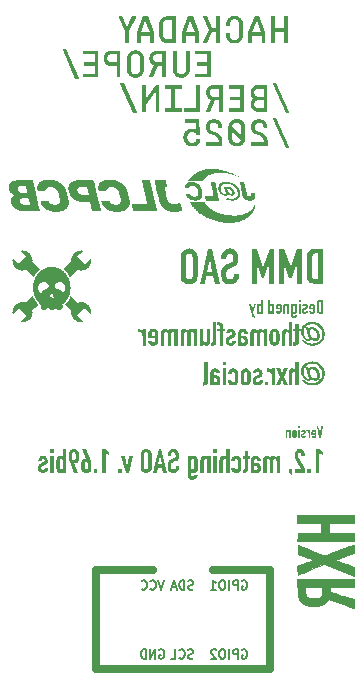
<source format=gbo>
%TF.GenerationSoftware,KiCad,Pcbnew,8.99.0-3110-g1838b2656d*%
%TF.CreationDate,2025-01-19T16:02:53+01:00*%
%TF.ProjectId,dmm_sao,646d6d5f-7361-46f2-9e6b-696361645f70,1.2*%
%TF.SameCoordinates,PX4f27ac0PY3ef1480*%
%TF.FileFunction,Legend,Bot*%
%TF.FilePolarity,Positive*%
%FSLAX46Y46*%
G04 Gerber Fmt 4.6, Leading zero omitted, Abs format (unit mm)*
G04 Created by KiCad (PCBNEW 8.99.0-3110-g1838b2656d) date 2025-01-19 16:02:53*
%MOMM*%
%LPD*%
G01*
G04 APERTURE LIST*
%ADD10C,0.000000*%
%ADD11C,0.200000*%
%ADD12C,0.600000*%
%ADD13C,0.150000*%
%ADD14C,0.700000*%
%ADD15C,0.010000*%
%ADD16C,1.300000*%
%ADD17C,1.100000*%
%ADD18O,1.727200X1.727200*%
%ADD19R,1.727200X1.727200*%
%ADD20C,1.727200*%
%ADD21C,0.650000*%
%ADD22O,2.100000X1.000000*%
%ADD23O,1.600000X1.000000*%
G04 APERTURE END LIST*
D10*
G36*
X24826119Y-4006519D02*
G01*
X25598701Y-4006519D01*
X25598701Y-3019624D01*
X25927446Y-3019624D01*
X25927446Y-5279827D01*
X25598701Y-5279827D01*
X25598701Y-4321373D01*
X24826119Y-4321373D01*
X24826119Y-5279827D01*
X24497375Y-5279827D01*
X24497375Y-3019624D01*
X24826119Y-3019624D01*
X24826119Y-4006519D01*
G37*
G36*
X18505226Y-13007646D02*
G01*
X18506621Y-13015860D01*
X18507830Y-13024120D01*
X18508853Y-13032412D01*
X18509690Y-13040719D01*
X18510341Y-13049026D01*
X18510807Y-13057317D01*
X18511086Y-13065577D01*
X18511179Y-13073791D01*
X18196323Y-13073791D01*
X18192100Y-13052043D01*
X18184921Y-13029880D01*
X18174840Y-13007552D01*
X18161907Y-12985310D01*
X18146177Y-12963405D01*
X18127700Y-12942089D01*
X18106530Y-12921612D01*
X18082718Y-12902225D01*
X18056318Y-12884179D01*
X18027381Y-12867724D01*
X17995959Y-12853113D01*
X17962105Y-12840596D01*
X17925872Y-12830423D01*
X17906879Y-12826295D01*
X17887311Y-12822846D01*
X17867175Y-12820110D01*
X17846476Y-12818116D01*
X17825221Y-12816897D01*
X17803417Y-12816484D01*
X17788202Y-12816484D01*
X17762595Y-12817150D01*
X17737981Y-12819121D01*
X17714346Y-12822349D01*
X17691680Y-12826791D01*
X17669971Y-12832399D01*
X17649207Y-12839131D01*
X17629376Y-12846939D01*
X17610467Y-12855779D01*
X17592468Y-12865605D01*
X17575367Y-12876372D01*
X17559152Y-12888035D01*
X17543811Y-12900549D01*
X17529334Y-12913867D01*
X17515708Y-12927946D01*
X17502921Y-12942739D01*
X17490961Y-12958202D01*
X17479817Y-12974288D01*
X17469478Y-12990953D01*
X17459931Y-13008152D01*
X17451164Y-13025838D01*
X17435926Y-13062495D01*
X17423669Y-13100560D01*
X17414299Y-13139672D01*
X17407723Y-13179468D01*
X17403846Y-13219585D01*
X17402575Y-13259662D01*
X17402575Y-13288102D01*
X17402971Y-13308055D01*
X17404158Y-13328070D01*
X17406132Y-13348103D01*
X17408889Y-13368107D01*
X17412425Y-13388037D01*
X17416736Y-13407847D01*
X17421819Y-13427492D01*
X17427668Y-13446926D01*
X17434282Y-13466102D01*
X17441654Y-13484977D01*
X17449783Y-13503503D01*
X17458664Y-13521636D01*
X17468292Y-13539329D01*
X17478665Y-13556537D01*
X17489778Y-13573214D01*
X17501627Y-13589315D01*
X17514209Y-13604794D01*
X17527519Y-13619605D01*
X17541554Y-13633703D01*
X17556311Y-13647042D01*
X17571784Y-13659576D01*
X17587970Y-13671259D01*
X17604865Y-13682047D01*
X17622466Y-13691893D01*
X17640769Y-13700751D01*
X17659769Y-13708577D01*
X17679463Y-13715324D01*
X17699846Y-13720946D01*
X17720916Y-13725399D01*
X17742668Y-13728636D01*
X17765098Y-13730612D01*
X17788202Y-13731280D01*
X17803417Y-13731280D01*
X17825221Y-13730900D01*
X17846472Y-13729765D01*
X17867163Y-13727884D01*
X17887283Y-13725265D01*
X17906824Y-13721918D01*
X17925776Y-13717851D01*
X17944131Y-13713073D01*
X17961878Y-13707592D01*
X17979009Y-13701418D01*
X17995515Y-13694558D01*
X18011386Y-13687022D01*
X18026613Y-13678819D01*
X18041187Y-13669957D01*
X18055099Y-13660444D01*
X18068340Y-13650290D01*
X18080899Y-13639504D01*
X18092769Y-13628093D01*
X18103940Y-13616067D01*
X18114403Y-13603435D01*
X18124148Y-13590204D01*
X18133166Y-13576385D01*
X18141448Y-13561985D01*
X18148986Y-13547014D01*
X18155769Y-13531479D01*
X18161788Y-13515391D01*
X18167035Y-13498757D01*
X18171499Y-13481586D01*
X18175173Y-13463887D01*
X18178046Y-13445668D01*
X18180110Y-13426939D01*
X18181355Y-13407709D01*
X18181772Y-13387984D01*
X18510517Y-13387984D01*
X18509643Y-13424537D01*
X18507047Y-13460261D01*
X18502764Y-13495135D01*
X18496831Y-13529138D01*
X18489284Y-13562248D01*
X18480161Y-13594442D01*
X18469498Y-13625700D01*
X18457332Y-13655999D01*
X18443698Y-13685317D01*
X18428634Y-13713633D01*
X18412176Y-13740924D01*
X18394361Y-13767170D01*
X18375226Y-13792348D01*
X18354806Y-13816436D01*
X18333138Y-13839414D01*
X18310260Y-13861257D01*
X18286208Y-13881946D01*
X18261017Y-13901459D01*
X18234726Y-13919772D01*
X18207370Y-13936865D01*
X18178986Y-13952716D01*
X18149610Y-13967304D01*
X18119279Y-13980605D01*
X18088031Y-13992599D01*
X18055900Y-14003263D01*
X18022924Y-14012576D01*
X17989140Y-14020516D01*
X17954584Y-14027062D01*
X17919292Y-14032191D01*
X17883301Y-14035881D01*
X17846649Y-14038111D01*
X17809370Y-14038860D01*
X17794157Y-14038860D01*
X17754375Y-14037825D01*
X17715417Y-14034759D01*
X17677311Y-14029722D01*
X17640086Y-14022770D01*
X17603770Y-14013963D01*
X17568394Y-14003359D01*
X17533985Y-13991016D01*
X17500572Y-13976992D01*
X17468184Y-13961347D01*
X17436850Y-13944138D01*
X17406599Y-13925424D01*
X17377460Y-13905263D01*
X17349461Y-13883713D01*
X17322632Y-13860833D01*
X17297000Y-13836682D01*
X17272595Y-13811317D01*
X17249447Y-13784797D01*
X17227582Y-13757181D01*
X17207031Y-13728526D01*
X17187823Y-13698892D01*
X17169985Y-13668336D01*
X17153547Y-13636917D01*
X17138538Y-13604694D01*
X17124987Y-13571724D01*
X17112921Y-13538066D01*
X17102371Y-13503779D01*
X17093365Y-13468920D01*
X17085932Y-13433548D01*
X17080101Y-13397723D01*
X17075899Y-13361501D01*
X17073358Y-13324941D01*
X17072504Y-13288102D01*
X17072504Y-13259662D01*
X17073164Y-13259664D01*
X17073939Y-13222865D01*
X17076253Y-13186421D01*
X17080091Y-13150386D01*
X17085440Y-13114814D01*
X17092283Y-13079757D01*
X17100607Y-13045269D01*
X17110396Y-13011403D01*
X17121637Y-12978212D01*
X17134313Y-12945750D01*
X17148410Y-12914070D01*
X17163913Y-12883225D01*
X17180809Y-12853268D01*
X17199081Y-12824254D01*
X17218715Y-12796234D01*
X17239697Y-12769263D01*
X17262011Y-12743394D01*
X17285642Y-12718679D01*
X17310577Y-12695173D01*
X17336800Y-12672929D01*
X17364296Y-12651999D01*
X17393051Y-12632437D01*
X17423050Y-12614297D01*
X17454278Y-12597632D01*
X17486720Y-12582494D01*
X17520362Y-12568938D01*
X17555189Y-12557016D01*
X17591185Y-12546783D01*
X17628337Y-12538290D01*
X17666629Y-12531592D01*
X17706047Y-12526742D01*
X17746576Y-12523793D01*
X17788200Y-12522798D01*
X17803415Y-12522798D01*
X17824382Y-12523376D01*
X17846912Y-12525097D01*
X17870720Y-12527943D01*
X17895524Y-12531893D01*
X17921041Y-12536928D01*
X17946989Y-12543029D01*
X17973083Y-12550176D01*
X17999042Y-12558350D01*
X18024583Y-12567533D01*
X18049422Y-12577703D01*
X18073276Y-12588842D01*
X18095863Y-12600931D01*
X18116900Y-12613950D01*
X18136104Y-12627880D01*
X18144930Y-12635181D01*
X18153191Y-12642702D01*
X18160853Y-12650440D01*
X18167879Y-12658395D01*
X18095781Y-12078958D01*
X17166433Y-12078958D01*
X17166433Y-11750213D01*
X18390793Y-11750213D01*
X18505226Y-13007646D01*
G37*
G36*
X19394886Y-8189581D02*
G01*
X18083876Y-8189581D01*
X18083876Y-7874727D01*
X19065479Y-7874727D01*
X19065479Y-7231129D01*
X18198309Y-7231129D01*
X18198309Y-6916275D01*
X19065479Y-6916275D01*
X19065479Y-6244232D01*
X18083876Y-6244232D01*
X18083876Y-5929379D01*
X19394886Y-5929379D01*
X19394886Y-8189581D01*
G37*
G36*
X18374256Y-5279828D02*
G01*
X18059401Y-5279828D01*
X18059401Y-4679224D01*
X17258377Y-4679224D01*
X17258377Y-5279828D01*
X16943521Y-5279828D01*
X16943521Y-4364369D01*
X17280867Y-4364369D01*
X18036249Y-4364369D01*
X17658558Y-3390702D01*
X17280867Y-4364369D01*
X16943521Y-4364369D01*
X16943521Y-4363708D01*
X16943520Y-4363709D01*
X17465412Y-3019625D01*
X17852365Y-3019625D01*
X18374256Y-4363708D01*
X18374256Y-4364369D01*
X18374256Y-5279828D01*
G37*
G36*
X18947739Y-13696883D02*
G01*
X18947079Y-13696883D01*
X18947409Y-13696554D01*
X18947739Y-13696223D01*
X18947739Y-13696883D01*
G37*
G36*
X10951116Y-16850672D02*
G01*
X11017997Y-16854197D01*
X11083762Y-16860071D01*
X11148410Y-16868295D01*
X11211942Y-16878869D01*
X11274357Y-16891793D01*
X11335656Y-16907066D01*
X11395838Y-16924689D01*
X11454904Y-16944662D01*
X11512853Y-16966984D01*
X11569686Y-16991657D01*
X11625402Y-17018679D01*
X11680002Y-17048050D01*
X11733486Y-17079772D01*
X11785853Y-17113843D01*
X11837103Y-17150264D01*
X11886663Y-17188573D01*
X11933960Y-17228309D01*
X11978992Y-17269472D01*
X12021761Y-17312062D01*
X12062265Y-17356079D01*
X12100506Y-17401523D01*
X12136483Y-17448393D01*
X12170196Y-17496691D01*
X12201645Y-17546415D01*
X12230830Y-17597566D01*
X12257752Y-17650144D01*
X12282409Y-17704149D01*
X12304803Y-17759581D01*
X12324932Y-17816440D01*
X12342798Y-17874725D01*
X12358400Y-17934438D01*
X12490696Y-18486903D01*
X12503695Y-18546832D01*
X12513642Y-18605313D01*
X12520537Y-18662346D01*
X12524380Y-18717930D01*
X12525172Y-18772066D01*
X12522912Y-18824755D01*
X12517601Y-18875994D01*
X12509238Y-18925786D01*
X12497823Y-18974130D01*
X12483357Y-19021025D01*
X12465839Y-19066472D01*
X12445269Y-19110471D01*
X12421648Y-19153022D01*
X12394975Y-19194125D01*
X12365251Y-19233780D01*
X12332475Y-19271986D01*
X12297012Y-19308297D01*
X12259225Y-19342265D01*
X12219116Y-19373891D01*
X12176685Y-19403174D01*
X12131930Y-19430114D01*
X12084852Y-19454712D01*
X12035452Y-19476967D01*
X11983728Y-19496879D01*
X11929682Y-19514449D01*
X11873313Y-19529676D01*
X11814621Y-19542561D01*
X11753606Y-19553103D01*
X11690269Y-19561302D01*
X11624608Y-19567159D01*
X11556625Y-19570673D01*
X11486319Y-19571844D01*
X11416953Y-19570932D01*
X11349144Y-19568195D01*
X11282892Y-19563634D01*
X11218196Y-19557249D01*
X11155057Y-19549039D01*
X11093474Y-19539004D01*
X11033448Y-19527146D01*
X10974978Y-19513463D01*
X10918065Y-19497955D01*
X10862709Y-19480623D01*
X10808909Y-19461467D01*
X10756666Y-19440486D01*
X10705979Y-19417681D01*
X10656849Y-19393051D01*
X10609275Y-19366597D01*
X10563258Y-19338318D01*
X10526279Y-19313405D01*
X10490721Y-19287303D01*
X10456583Y-19260015D01*
X10423866Y-19231539D01*
X10392570Y-19201875D01*
X10362695Y-19171024D01*
X10334241Y-19138985D01*
X10307208Y-19105759D01*
X10281595Y-19071345D01*
X10257404Y-19035743D01*
X10234633Y-18998955D01*
X10213283Y-18960978D01*
X10193354Y-18921814D01*
X10174846Y-18881463D01*
X10157758Y-18839924D01*
X10142092Y-18797197D01*
X10138832Y-18787330D01*
X10135433Y-18776203D01*
X10131892Y-18763814D01*
X10128211Y-18750165D01*
X10127186Y-18745819D01*
X10126390Y-18741473D01*
X10125821Y-18737134D01*
X10125473Y-18732808D01*
X10125343Y-18728503D01*
X10125428Y-18724225D01*
X10125723Y-18719980D01*
X10126224Y-18715775D01*
X10126927Y-18711617D01*
X10127830Y-18707513D01*
X10128927Y-18703468D01*
X10130215Y-18699491D01*
X10131690Y-18695587D01*
X10133348Y-18691763D01*
X10135185Y-18688026D01*
X10137198Y-18684382D01*
X10139382Y-18680839D01*
X10141733Y-18677402D01*
X10144248Y-18674079D01*
X10146923Y-18670875D01*
X10149754Y-18667799D01*
X10152737Y-18664855D01*
X10155868Y-18662052D01*
X10159143Y-18659395D01*
X10162558Y-18656892D01*
X10166110Y-18654549D01*
X10169795Y-18652372D01*
X10173608Y-18650369D01*
X10177546Y-18648546D01*
X10181605Y-18646909D01*
X10185780Y-18645466D01*
X10190069Y-18644222D01*
X10192777Y-18643557D01*
X10195502Y-18642980D01*
X10198243Y-18642491D01*
X10200998Y-18642090D01*
X10203765Y-18641778D01*
X10206540Y-18641555D01*
X10209323Y-18641421D01*
X10212111Y-18641376D01*
X10756581Y-18641382D01*
X10759618Y-18641435D01*
X10762635Y-18641593D01*
X10765633Y-18641854D01*
X10768608Y-18642218D01*
X10771558Y-18642682D01*
X10774481Y-18643246D01*
X10777375Y-18643909D01*
X10780237Y-18644668D01*
X10783065Y-18645522D01*
X10785858Y-18646470D01*
X10788612Y-18647511D01*
X10791326Y-18648644D01*
X10793997Y-18649867D01*
X10796624Y-18651178D01*
X10799203Y-18652576D01*
X10801733Y-18654060D01*
X10804211Y-18655629D01*
X10806636Y-18657282D01*
X10809004Y-18659016D01*
X10811315Y-18660830D01*
X10813564Y-18662724D01*
X10815752Y-18664695D01*
X10817874Y-18666743D01*
X10819929Y-18668866D01*
X10821915Y-18671063D01*
X10823829Y-18673332D01*
X10825669Y-18675672D01*
X10827434Y-18678081D01*
X10829120Y-18680559D01*
X10830725Y-18683104D01*
X10832248Y-18685715D01*
X10833686Y-18688389D01*
X10838931Y-18698467D01*
X10843950Y-18707902D01*
X10848743Y-18716696D01*
X10853310Y-18724848D01*
X10857651Y-18732358D01*
X10861766Y-18739226D01*
X10865654Y-18745452D01*
X10869317Y-18751037D01*
X10883147Y-18770615D01*
X10897363Y-18788960D01*
X10911938Y-18806111D01*
X10926847Y-18822108D01*
X10942062Y-18836992D01*
X10957559Y-18850803D01*
X10973311Y-18863581D01*
X10989290Y-18875366D01*
X11005473Y-18886198D01*
X11021831Y-18896118D01*
X11038339Y-18905165D01*
X11054970Y-18913379D01*
X11071699Y-18920802D01*
X11088499Y-18927473D01*
X11122208Y-18938719D01*
X11155887Y-18947439D01*
X11189325Y-18953954D01*
X11222314Y-18958586D01*
X11254644Y-18961655D01*
X11286104Y-18963483D01*
X11316486Y-18964390D01*
X11373172Y-18964731D01*
X11411518Y-18963796D01*
X11447555Y-18961035D01*
X11481340Y-18956519D01*
X11512935Y-18950318D01*
X11542396Y-18942501D01*
X11569785Y-18933138D01*
X11595161Y-18922299D01*
X11618581Y-18910053D01*
X11640106Y-18896470D01*
X11659795Y-18881620D01*
X11677707Y-18865573D01*
X11693902Y-18848399D01*
X11708438Y-18830166D01*
X11721375Y-18810945D01*
X11732771Y-18790806D01*
X11742687Y-18769819D01*
X11751182Y-18748052D01*
X11758314Y-18725576D01*
X11764143Y-18702461D01*
X11768728Y-18678776D01*
X11774403Y-18629975D01*
X11775814Y-18579732D01*
X11773433Y-18528605D01*
X11767736Y-18477152D01*
X11759194Y-18425929D01*
X11748284Y-18375497D01*
X11729132Y-18296965D01*
X11707173Y-18209600D01*
X11654832Y-18008371D01*
X11647585Y-17976385D01*
X11638948Y-17945326D01*
X11628977Y-17915199D01*
X11617728Y-17886011D01*
X11605257Y-17857767D01*
X11591620Y-17830473D01*
X11576874Y-17804135D01*
X11561074Y-17778759D01*
X11544277Y-17754350D01*
X11526539Y-17730914D01*
X11507916Y-17708458D01*
X11488464Y-17686987D01*
X11468239Y-17666506D01*
X11447297Y-17647022D01*
X11425695Y-17628540D01*
X11403488Y-17611066D01*
X11357485Y-17579167D01*
X11309738Y-17551370D01*
X11260695Y-17527721D01*
X11210806Y-17508269D01*
X11160520Y-17493058D01*
X11110284Y-17482135D01*
X11060549Y-17475548D01*
X11011764Y-17473342D01*
X10993452Y-17473570D01*
X10975458Y-17474248D01*
X10957789Y-17475370D01*
X10940449Y-17476926D01*
X10923446Y-17478910D01*
X10906785Y-17481312D01*
X10890474Y-17484125D01*
X10874518Y-17487341D01*
X10858923Y-17490953D01*
X10843697Y-17494951D01*
X10828845Y-17499329D01*
X10814373Y-17504077D01*
X10800289Y-17509189D01*
X10786597Y-17514657D01*
X10773305Y-17520471D01*
X10760419Y-17526625D01*
X10747944Y-17533111D01*
X10735888Y-17539920D01*
X10724257Y-17547044D01*
X10713056Y-17554476D01*
X10702293Y-17562208D01*
X10691973Y-17570231D01*
X10682103Y-17578539D01*
X10672689Y-17587121D01*
X10663737Y-17595972D01*
X10655254Y-17605083D01*
X10647246Y-17614445D01*
X10639719Y-17624051D01*
X10632680Y-17633894D01*
X10626135Y-17643964D01*
X10620090Y-17654254D01*
X10614551Y-17664757D01*
X10612455Y-17669192D01*
X10610421Y-17673957D01*
X10608450Y-17679053D01*
X10606541Y-17684478D01*
X10604694Y-17690234D01*
X10602910Y-17696320D01*
X10601188Y-17702736D01*
X10599529Y-17709483D01*
X10598588Y-17713121D01*
X10597501Y-17716688D01*
X10596270Y-17720183D01*
X10594900Y-17723601D01*
X10593394Y-17726940D01*
X10591756Y-17730197D01*
X10589990Y-17733369D01*
X10588099Y-17736452D01*
X10583959Y-17742344D01*
X10579366Y-17747847D01*
X10574350Y-17752939D01*
X10568940Y-17757595D01*
X10563167Y-17761793D01*
X10557060Y-17765508D01*
X10550650Y-17768716D01*
X10543966Y-17771394D01*
X10540531Y-17772527D01*
X10537039Y-17773519D01*
X10533493Y-17774366D01*
X10529898Y-17775065D01*
X10526256Y-17775615D01*
X10522573Y-17776011D01*
X10518851Y-17776250D01*
X10515094Y-17776331D01*
X9953870Y-17776331D01*
X9950310Y-17776259D01*
X9946779Y-17776043D01*
X9943281Y-17775686D01*
X9939819Y-17775191D01*
X9936396Y-17774560D01*
X9933016Y-17773795D01*
X9929682Y-17772898D01*
X9926398Y-17771873D01*
X9923165Y-17770722D01*
X9919989Y-17769447D01*
X9916872Y-17768050D01*
X9913817Y-17766535D01*
X9910829Y-17764903D01*
X9907909Y-17763156D01*
X9905062Y-17761299D01*
X9902290Y-17759331D01*
X9899597Y-17757257D01*
X9896987Y-17755079D01*
X9894462Y-17752799D01*
X9892026Y-17750419D01*
X9889682Y-17747943D01*
X9887434Y-17745371D01*
X9885284Y-17742708D01*
X9883236Y-17739955D01*
X9881294Y-17737114D01*
X9879461Y-17734189D01*
X9877739Y-17731181D01*
X9876133Y-17728094D01*
X9874646Y-17724929D01*
X9873280Y-17721689D01*
X9872039Y-17718376D01*
X9870927Y-17714993D01*
X9867104Y-17702163D01*
X9863656Y-17689861D01*
X9860583Y-17678086D01*
X9857885Y-17666838D01*
X9855562Y-17656118D01*
X9853615Y-17645924D01*
X9852042Y-17636258D01*
X9850845Y-17627119D01*
X9847828Y-17591186D01*
X9846831Y-17554456D01*
X9847830Y-17517157D01*
X9850803Y-17479515D01*
X9855725Y-17441760D01*
X9862574Y-17404117D01*
X9871326Y-17366815D01*
X9881957Y-17330080D01*
X9894446Y-17294140D01*
X9908767Y-17259224D01*
X9924898Y-17225557D01*
X9942816Y-17193367D01*
X9962496Y-17162883D01*
X9983917Y-17134330D01*
X10007053Y-17107938D01*
X10019258Y-17095622D01*
X10031883Y-17083932D01*
X10066225Y-17055543D01*
X10103081Y-17028986D01*
X10142452Y-17004261D01*
X10184337Y-16981367D01*
X10228738Y-16960304D01*
X10275653Y-16941074D01*
X10325083Y-16923674D01*
X10377028Y-16908106D01*
X10431487Y-16894370D01*
X10488461Y-16882465D01*
X10547950Y-16872392D01*
X10609954Y-16864150D01*
X10674473Y-16857739D01*
X10741506Y-16853161D01*
X10811055Y-16850413D01*
X10883118Y-16849498D01*
X10951116Y-16850672D01*
G37*
G36*
X15489330Y-16887743D02*
G01*
X15493073Y-16887985D01*
X15496777Y-16888386D01*
X15500438Y-16888941D01*
X15504052Y-16889649D01*
X15507616Y-16890505D01*
X15511126Y-16891507D01*
X15514577Y-16892652D01*
X15517967Y-16893937D01*
X15521291Y-16895358D01*
X15524545Y-16896914D01*
X15527726Y-16898600D01*
X15530830Y-16900414D01*
X15533854Y-16902352D01*
X15536792Y-16904412D01*
X15539643Y-16906591D01*
X15542401Y-16908886D01*
X15545063Y-16911293D01*
X15547625Y-16913809D01*
X15550084Y-16916432D01*
X15552435Y-16919159D01*
X15554675Y-16921986D01*
X15556800Y-16924911D01*
X15558807Y-16927930D01*
X15560690Y-16931040D01*
X15562448Y-16934239D01*
X15564075Y-16937523D01*
X15565568Y-16940890D01*
X15566924Y-16944336D01*
X15568138Y-16947858D01*
X15569207Y-16951453D01*
X15570126Y-16955119D01*
X15667331Y-17381341D01*
X15668260Y-17385945D01*
X15668947Y-17390541D01*
X15669396Y-17395122D01*
X15669613Y-17399681D01*
X15669601Y-17404211D01*
X15669365Y-17408706D01*
X15668909Y-17413158D01*
X15668238Y-17417561D01*
X15667355Y-17421908D01*
X15666265Y-17426192D01*
X15664973Y-17430405D01*
X15663482Y-17434542D01*
X15661798Y-17438596D01*
X15659923Y-17442559D01*
X15657863Y-17446424D01*
X15655622Y-17450185D01*
X15653205Y-17453835D01*
X15650615Y-17457367D01*
X15647856Y-17460775D01*
X15644934Y-17464050D01*
X15641853Y-17467187D01*
X15638616Y-17470179D01*
X15635228Y-17473018D01*
X15631694Y-17475698D01*
X15628018Y-17478212D01*
X15624203Y-17480554D01*
X15620255Y-17482715D01*
X15616178Y-17484690D01*
X15611976Y-17486471D01*
X15607653Y-17488052D01*
X15603213Y-17489426D01*
X15598662Y-17490586D01*
X15595907Y-17491170D01*
X15593138Y-17491668D01*
X15590356Y-17492080D01*
X15587563Y-17492406D01*
X15584761Y-17492646D01*
X15581953Y-17492800D01*
X15579140Y-17492867D01*
X15576324Y-17492847D01*
X15571637Y-17492860D01*
X15567006Y-17493108D01*
X15562437Y-17493584D01*
X15557937Y-17494284D01*
X15553510Y-17495201D01*
X15549163Y-17496331D01*
X15544901Y-17497667D01*
X15540731Y-17499204D01*
X15536657Y-17500936D01*
X15532687Y-17502858D01*
X15528826Y-17504964D01*
X15525080Y-17507249D01*
X15521454Y-17509707D01*
X15517954Y-17512332D01*
X15514587Y-17515119D01*
X15511358Y-17518062D01*
X15508273Y-17521155D01*
X15505337Y-17524394D01*
X15502558Y-17527772D01*
X15499940Y-17531284D01*
X15497489Y-17534924D01*
X15495211Y-17538686D01*
X15493113Y-17542566D01*
X15491199Y-17546557D01*
X15489477Y-17550655D01*
X15487950Y-17554852D01*
X15486627Y-17559144D01*
X15485511Y-17563525D01*
X15484610Y-17567990D01*
X15483929Y-17572532D01*
X15483473Y-17577147D01*
X15483249Y-17581829D01*
X15483230Y-17584663D01*
X15483298Y-17587495D01*
X15483455Y-17590322D01*
X15483699Y-17593142D01*
X15484031Y-17595952D01*
X15484450Y-17598752D01*
X15484955Y-17601539D01*
X15485548Y-17604311D01*
X15578586Y-18006944D01*
X15630814Y-18229752D01*
X15660894Y-18350920D01*
X15676402Y-18408200D01*
X15692581Y-18463067D01*
X15709702Y-18515367D01*
X15728032Y-18564941D01*
X15737736Y-18588657D01*
X15747843Y-18611634D01*
X15758387Y-18633850D01*
X15769403Y-18655288D01*
X15780923Y-18675927D01*
X15792982Y-18695747D01*
X15805613Y-18714730D01*
X15818851Y-18732855D01*
X15832727Y-18750103D01*
X15847277Y-18766454D01*
X15862534Y-18781889D01*
X15878531Y-18796388D01*
X15895303Y-18809932D01*
X15912883Y-18822501D01*
X15931305Y-18834075D01*
X15950602Y-18844635D01*
X15970809Y-18854161D01*
X15991958Y-18862634D01*
X16014084Y-18870034D01*
X16037220Y-18876342D01*
X16067117Y-18882842D01*
X16098770Y-18888220D01*
X16132180Y-18892476D01*
X16167346Y-18895611D01*
X16204268Y-18897624D01*
X16242947Y-18898515D01*
X16283382Y-18898285D01*
X16325574Y-18896934D01*
X16415226Y-18890865D01*
X16511903Y-18880310D01*
X16615606Y-18865268D01*
X16726334Y-18845740D01*
X16730590Y-18845036D01*
X16734834Y-18844546D01*
X16739058Y-18844267D01*
X16743258Y-18844194D01*
X16747428Y-18844324D01*
X16751561Y-18844653D01*
X16755651Y-18845177D01*
X16759693Y-18845892D01*
X16763681Y-18846795D01*
X16767609Y-18847881D01*
X16771471Y-18849148D01*
X16775261Y-18850591D01*
X16778974Y-18852206D01*
X16782602Y-18853989D01*
X16786142Y-18855938D01*
X16789585Y-18858047D01*
X16792928Y-18860313D01*
X16796163Y-18862733D01*
X16799285Y-18865303D01*
X16802288Y-18868018D01*
X16805166Y-18870875D01*
X16807914Y-18873870D01*
X16810524Y-18876999D01*
X16812992Y-18880259D01*
X16815312Y-18883646D01*
X16817477Y-18887156D01*
X16819482Y-18890785D01*
X16821321Y-18894529D01*
X16822988Y-18898385D01*
X16824477Y-18902348D01*
X16825782Y-18906416D01*
X16826897Y-18910583D01*
X16943650Y-19393922D01*
X16944584Y-19398264D01*
X16945290Y-19402601D01*
X16945773Y-19406927D01*
X16946037Y-19411236D01*
X16946085Y-19415521D01*
X16945922Y-19419775D01*
X16945552Y-19423993D01*
X16944978Y-19428167D01*
X16944204Y-19432291D01*
X16943235Y-19436359D01*
X16942073Y-19440364D01*
X16940725Y-19444300D01*
X16939192Y-19448160D01*
X16937479Y-19451937D01*
X16935590Y-19455626D01*
X16933529Y-19459219D01*
X16931300Y-19462710D01*
X16928907Y-19466093D01*
X16926353Y-19469362D01*
X16923643Y-19472508D01*
X16920781Y-19475528D01*
X16917770Y-19478412D01*
X16914614Y-19481156D01*
X16911318Y-19483753D01*
X16907885Y-19486196D01*
X16904319Y-19488479D01*
X16900625Y-19490594D01*
X16896805Y-19492537D01*
X16892865Y-19494300D01*
X16888807Y-19495876D01*
X16884637Y-19497260D01*
X16880357Y-19498444D01*
X16806757Y-19515647D01*
X16732833Y-19530557D01*
X16658584Y-19543172D01*
X16584012Y-19553494D01*
X16509115Y-19561522D01*
X16433894Y-19567256D01*
X16358349Y-19570697D01*
X16282479Y-19571844D01*
X16226246Y-19570903D01*
X16170837Y-19568082D01*
X16116251Y-19563379D01*
X16062488Y-19556794D01*
X16009548Y-19548329D01*
X15957432Y-19537982D01*
X15906139Y-19525754D01*
X15855670Y-19511645D01*
X15806023Y-19495655D01*
X15757201Y-19477783D01*
X15709201Y-19458031D01*
X15662025Y-19436397D01*
X15615673Y-19412882D01*
X15570143Y-19387485D01*
X15525437Y-19360208D01*
X15481555Y-19331049D01*
X15439300Y-19300340D01*
X15399415Y-19268405D01*
X15361804Y-19235229D01*
X15326373Y-19200799D01*
X15293027Y-19165102D01*
X15261671Y-19128125D01*
X15232211Y-19089853D01*
X15204552Y-19050275D01*
X15178599Y-19009376D01*
X15154257Y-18967144D01*
X15131432Y-18923564D01*
X15110029Y-18878624D01*
X15089953Y-18832310D01*
X15071110Y-18784608D01*
X15053404Y-18735507D01*
X15036741Y-18684991D01*
X14980133Y-18480436D01*
X14893522Y-18130347D01*
X14776907Y-17634724D01*
X14630289Y-16993569D01*
X14629413Y-16989190D01*
X14628766Y-16984819D01*
X14628345Y-16980463D01*
X14628145Y-16976128D01*
X14628163Y-16971820D01*
X14628393Y-16967547D01*
X14628833Y-16963315D01*
X14629478Y-16959129D01*
X14630323Y-16954998D01*
X14631366Y-16950927D01*
X14632600Y-16946922D01*
X14634024Y-16942991D01*
X14635632Y-16939139D01*
X14637420Y-16935374D01*
X14639384Y-16931702D01*
X14641520Y-16928129D01*
X14643824Y-16924663D01*
X14646292Y-16921308D01*
X14648920Y-16918073D01*
X14651703Y-16914963D01*
X14654638Y-16911985D01*
X14657720Y-16909145D01*
X14660945Y-16906451D01*
X14664309Y-16903908D01*
X14667809Y-16901523D01*
X14671439Y-16899303D01*
X14675196Y-16897253D01*
X14679076Y-16895382D01*
X14683074Y-16893694D01*
X14687187Y-16892198D01*
X14691410Y-16890898D01*
X14695739Y-16889802D01*
X14698102Y-16889302D01*
X14700478Y-16888868D01*
X14702863Y-16888500D01*
X14705257Y-16888198D01*
X14707659Y-16887964D01*
X14710067Y-16887796D01*
X14712479Y-16887695D01*
X14714894Y-16887661D01*
X15485552Y-16887661D01*
X15489330Y-16887743D01*
G37*
G36*
X22423812Y-18068455D02*
G01*
X22429358Y-18091803D01*
X22436061Y-18113923D01*
X22443895Y-18134792D01*
X22452834Y-18154386D01*
X22457709Y-18163697D01*
X22462851Y-18172680D01*
X22468255Y-18181333D01*
X22473918Y-18189651D01*
X22479838Y-18197632D01*
X22486010Y-18205273D01*
X22492431Y-18212571D01*
X22499099Y-18219523D01*
X22506009Y-18226125D01*
X22513158Y-18232376D01*
X22520544Y-18238271D01*
X22528162Y-18243808D01*
X22536009Y-18248983D01*
X22544082Y-18253794D01*
X22552378Y-18258237D01*
X22560893Y-18262311D01*
X22569623Y-18266010D01*
X22578567Y-18269333D01*
X22587719Y-18272277D01*
X22597077Y-18274838D01*
X22606638Y-18277013D01*
X22616398Y-18278799D01*
X22626354Y-18280194D01*
X22636502Y-18281194D01*
X22646839Y-18281797D01*
X22657362Y-18281998D01*
X22666254Y-18281846D01*
X22674838Y-18281390D01*
X22683111Y-18280631D01*
X22691073Y-18279569D01*
X22698722Y-18278205D01*
X22706055Y-18276540D01*
X22713073Y-18274574D01*
X22719773Y-18272308D01*
X22726154Y-18269743D01*
X22732214Y-18266880D01*
X22737951Y-18263718D01*
X22743365Y-18260258D01*
X22748454Y-18256503D01*
X22753216Y-18252450D01*
X22757649Y-18248103D01*
X22761753Y-18243461D01*
X22766247Y-18237497D01*
X22770302Y-18231058D01*
X22773918Y-18224154D01*
X22777093Y-18216791D01*
X22779826Y-18208979D01*
X22782116Y-18200726D01*
X22783962Y-18192039D01*
X22785363Y-18182928D01*
X22786318Y-18173400D01*
X22786826Y-18163463D01*
X22786887Y-18153127D01*
X22786498Y-18142399D01*
X22785659Y-18131287D01*
X22784368Y-18119800D01*
X22782626Y-18107947D01*
X22780431Y-18095734D01*
X22761199Y-18003267D01*
X23141515Y-18003267D01*
X23160193Y-18093519D01*
X23166118Y-18125122D01*
X23170085Y-18152099D01*
X23172918Y-18178441D01*
X23174617Y-18204145D01*
X23175183Y-18229205D01*
X23174617Y-18253616D01*
X23172920Y-18277376D01*
X23170093Y-18300478D01*
X23166137Y-18322919D01*
X23161052Y-18344693D01*
X23154839Y-18365797D01*
X23147500Y-18386225D01*
X23139035Y-18405974D01*
X23129445Y-18425038D01*
X23118731Y-18443414D01*
X23106894Y-18461096D01*
X23093934Y-18478081D01*
X23078344Y-18495927D01*
X23061529Y-18512679D01*
X23043510Y-18528331D01*
X23024307Y-18542874D01*
X23003942Y-18556300D01*
X22982435Y-18568600D01*
X22959807Y-18579768D01*
X22936080Y-18589794D01*
X22911272Y-18598670D01*
X22885407Y-18606390D01*
X22858504Y-18612943D01*
X22830583Y-18618324D01*
X22801667Y-18622522D01*
X22771776Y-18625531D01*
X22740930Y-18627343D01*
X22709151Y-18627948D01*
X22677161Y-18627378D01*
X22645761Y-18625675D01*
X22614967Y-18622851D01*
X22584792Y-18618917D01*
X22555251Y-18613885D01*
X22526360Y-18607767D01*
X22498133Y-18600574D01*
X22470584Y-18592318D01*
X22443728Y-18583010D01*
X22417580Y-18572662D01*
X22392155Y-18561286D01*
X22367467Y-18548893D01*
X22343531Y-18535495D01*
X22320362Y-18521103D01*
X22297973Y-18505729D01*
X22276381Y-18489385D01*
X22255600Y-18472082D01*
X22235644Y-18453832D01*
X22216527Y-18434646D01*
X22198266Y-18414537D01*
X22180874Y-18393514D01*
X22164366Y-18371591D01*
X22148756Y-18348779D01*
X22134060Y-18325089D01*
X22120292Y-18300534D01*
X22107467Y-18275123D01*
X22095600Y-18248870D01*
X22084704Y-18221786D01*
X22074795Y-18193882D01*
X22065888Y-18165170D01*
X22057997Y-18135662D01*
X22051137Y-18105369D01*
X21827037Y-17020675D01*
X22206985Y-17020675D01*
X22423812Y-18068455D01*
G37*
G36*
X5792002Y-16850672D02*
G01*
X5858883Y-16854197D01*
X5924647Y-16860071D01*
X5989296Y-16868295D01*
X6052827Y-16878869D01*
X6115243Y-16891793D01*
X6176541Y-16907066D01*
X6236724Y-16924689D01*
X6295789Y-16944662D01*
X6353739Y-16966984D01*
X6410572Y-16991657D01*
X6466288Y-17018679D01*
X6520888Y-17048050D01*
X6574372Y-17079772D01*
X6626739Y-17113843D01*
X6677989Y-17150264D01*
X6727550Y-17188573D01*
X6774846Y-17228309D01*
X6819879Y-17269472D01*
X6862647Y-17312062D01*
X6903152Y-17356079D01*
X6941393Y-17401523D01*
X6977370Y-17448393D01*
X7011083Y-17496691D01*
X7042532Y-17546415D01*
X7071717Y-17597566D01*
X7098638Y-17650144D01*
X7123296Y-17704149D01*
X7145689Y-17759581D01*
X7165819Y-17816440D01*
X7183685Y-17874725D01*
X7199287Y-17934438D01*
X7331582Y-18486903D01*
X7344581Y-18546832D01*
X7354528Y-18605313D01*
X7361423Y-18662346D01*
X7365267Y-18717930D01*
X7366058Y-18772066D01*
X7363799Y-18824755D01*
X7358487Y-18875994D01*
X7350125Y-18925786D01*
X7338710Y-18974130D01*
X7324244Y-19021025D01*
X7306726Y-19066472D01*
X7286156Y-19110471D01*
X7262535Y-19153022D01*
X7235862Y-19194125D01*
X7206138Y-19233780D01*
X7173362Y-19271986D01*
X7137899Y-19308297D01*
X7100113Y-19342265D01*
X7060004Y-19373891D01*
X7017572Y-19403174D01*
X6972817Y-19430114D01*
X6925740Y-19454712D01*
X6876339Y-19476967D01*
X6824616Y-19496879D01*
X6770570Y-19514449D01*
X6714201Y-19529676D01*
X6655509Y-19542561D01*
X6594494Y-19553103D01*
X6531157Y-19561302D01*
X6465496Y-19567159D01*
X6397513Y-19570673D01*
X6327207Y-19571844D01*
X6257841Y-19570932D01*
X6190032Y-19568195D01*
X6123779Y-19563634D01*
X6059083Y-19557249D01*
X5995944Y-19549039D01*
X5934361Y-19539004D01*
X5874335Y-19527146D01*
X5815865Y-19513463D01*
X5758952Y-19497955D01*
X5703595Y-19480623D01*
X5649796Y-19461467D01*
X5597552Y-19440486D01*
X5546866Y-19417681D01*
X5497736Y-19393051D01*
X5450162Y-19366597D01*
X5404145Y-19338318D01*
X5367166Y-19313405D01*
X5331607Y-19287303D01*
X5297469Y-19260015D01*
X5264752Y-19231539D01*
X5233456Y-19201875D01*
X5203581Y-19171024D01*
X5175127Y-19138985D01*
X5148094Y-19105759D01*
X5122481Y-19071345D01*
X5098290Y-19035743D01*
X5075519Y-18998955D01*
X5054169Y-18960978D01*
X5034240Y-18921814D01*
X5015732Y-18881463D01*
X4998644Y-18839924D01*
X4982978Y-18797197D01*
X4979719Y-18787330D01*
X4976320Y-18776203D01*
X4972780Y-18763814D01*
X4969098Y-18750165D01*
X4968073Y-18745819D01*
X4967277Y-18741473D01*
X4966707Y-18737134D01*
X4966360Y-18732808D01*
X4966230Y-18728503D01*
X4966314Y-18724225D01*
X4966609Y-18719980D01*
X4967110Y-18715775D01*
X4967814Y-18711617D01*
X4968716Y-18707513D01*
X4969814Y-18703468D01*
X4971101Y-18699491D01*
X4972576Y-18695587D01*
X4974234Y-18691763D01*
X4976072Y-18688026D01*
X4978084Y-18684382D01*
X4980268Y-18680839D01*
X4982620Y-18677402D01*
X4985135Y-18674079D01*
X4987810Y-18670875D01*
X4990641Y-18667799D01*
X4993624Y-18664855D01*
X4996754Y-18662052D01*
X5000030Y-18659395D01*
X5003445Y-18656892D01*
X5006997Y-18654549D01*
X5010681Y-18652372D01*
X5014494Y-18650369D01*
X5018432Y-18648546D01*
X5022491Y-18646909D01*
X5026667Y-18645466D01*
X5030956Y-18644222D01*
X5033664Y-18643557D01*
X5036389Y-18642980D01*
X5039131Y-18642491D01*
X5041885Y-18642090D01*
X5044651Y-18641778D01*
X5047427Y-18641555D01*
X5050209Y-18641421D01*
X5052997Y-18641376D01*
X5597469Y-18641382D01*
X5600505Y-18641435D01*
X5603523Y-18641593D01*
X5606520Y-18641854D01*
X5609495Y-18642218D01*
X5612445Y-18642682D01*
X5615368Y-18643246D01*
X5618262Y-18643909D01*
X5621124Y-18644668D01*
X5623953Y-18645522D01*
X5626746Y-18646470D01*
X5629500Y-18647511D01*
X5632214Y-18648644D01*
X5634885Y-18649867D01*
X5637511Y-18651178D01*
X5640091Y-18652576D01*
X5642621Y-18654060D01*
X5645099Y-18655629D01*
X5647523Y-18657282D01*
X5649892Y-18659016D01*
X5652202Y-18660830D01*
X5654452Y-18662724D01*
X5656639Y-18664695D01*
X5658762Y-18666743D01*
X5660817Y-18668866D01*
X5662802Y-18671063D01*
X5664717Y-18673332D01*
X5666557Y-18675672D01*
X5668321Y-18678081D01*
X5670007Y-18680559D01*
X5671613Y-18683104D01*
X5673135Y-18685715D01*
X5674573Y-18688389D01*
X5679818Y-18698467D01*
X5684837Y-18707902D01*
X5689630Y-18716696D01*
X5694197Y-18724848D01*
X5698537Y-18732358D01*
X5702652Y-18739226D01*
X5706540Y-18745452D01*
X5710202Y-18751037D01*
X5724032Y-18770615D01*
X5738248Y-18788960D01*
X5752823Y-18806111D01*
X5767732Y-18822108D01*
X5782948Y-18836992D01*
X5798445Y-18850803D01*
X5814196Y-18863581D01*
X5830176Y-18875366D01*
X5846358Y-18886198D01*
X5862717Y-18896118D01*
X5879225Y-18905165D01*
X5895856Y-18913379D01*
X5912585Y-18920802D01*
X5929385Y-18927473D01*
X5963094Y-18938719D01*
X5996773Y-18947439D01*
X6030212Y-18953954D01*
X6063201Y-18958586D01*
X6095530Y-18961655D01*
X6126991Y-18963483D01*
X6157372Y-18964390D01*
X6214059Y-18964731D01*
X6252405Y-18963796D01*
X6288442Y-18961035D01*
X6322227Y-18956519D01*
X6353821Y-18950318D01*
X6383283Y-18942501D01*
X6410672Y-18933138D01*
X6436047Y-18922299D01*
X6459468Y-18910053D01*
X6480993Y-18896470D01*
X6500682Y-18881620D01*
X6518594Y-18865573D01*
X6534789Y-18848399D01*
X6549325Y-18830166D01*
X6562261Y-18810945D01*
X6573658Y-18790806D01*
X6583574Y-18769819D01*
X6592069Y-18748052D01*
X6599201Y-18725576D01*
X6605030Y-18702461D01*
X6609615Y-18678776D01*
X6615291Y-18629975D01*
X6616701Y-18579732D01*
X6614321Y-18528605D01*
X6608623Y-18477152D01*
X6600082Y-18425929D01*
X6589172Y-18375497D01*
X6570020Y-18296965D01*
X6548060Y-18209600D01*
X6495721Y-18008371D01*
X6488474Y-17976385D01*
X6479837Y-17945326D01*
X6469865Y-17915199D01*
X6458616Y-17886011D01*
X6446145Y-17857767D01*
X6432508Y-17830473D01*
X6417762Y-17804135D01*
X6401962Y-17778759D01*
X6385165Y-17754350D01*
X6367427Y-17730914D01*
X6348803Y-17708458D01*
X6329351Y-17686987D01*
X6309126Y-17666506D01*
X6288184Y-17647022D01*
X6266582Y-17628540D01*
X6244375Y-17611066D01*
X6198372Y-17579167D01*
X6150625Y-17551370D01*
X6101582Y-17527721D01*
X6051693Y-17508269D01*
X6001406Y-17493058D01*
X5951171Y-17482135D01*
X5901436Y-17475548D01*
X5852651Y-17473342D01*
X5834339Y-17473570D01*
X5816345Y-17474248D01*
X5798675Y-17475370D01*
X5781336Y-17476926D01*
X5764332Y-17478910D01*
X5747672Y-17481312D01*
X5731360Y-17484125D01*
X5715404Y-17487341D01*
X5699810Y-17490953D01*
X5684583Y-17494951D01*
X5669731Y-17499329D01*
X5655260Y-17504077D01*
X5641175Y-17509189D01*
X5627483Y-17514657D01*
X5614191Y-17520471D01*
X5601305Y-17526625D01*
X5588830Y-17533111D01*
X5576774Y-17539920D01*
X5565143Y-17547044D01*
X5553942Y-17554476D01*
X5543179Y-17562208D01*
X5532859Y-17570231D01*
X5522989Y-17578539D01*
X5513575Y-17587121D01*
X5504623Y-17595972D01*
X5496140Y-17605083D01*
X5488132Y-17614445D01*
X5480605Y-17624051D01*
X5473566Y-17633894D01*
X5467020Y-17643964D01*
X5460975Y-17654254D01*
X5455436Y-17664757D01*
X5453340Y-17669192D01*
X5451307Y-17673957D01*
X5449336Y-17679053D01*
X5447427Y-17684478D01*
X5445581Y-17690234D01*
X5443796Y-17696320D01*
X5442074Y-17702736D01*
X5440414Y-17709483D01*
X5439473Y-17713121D01*
X5438386Y-17716688D01*
X5437156Y-17720183D01*
X5435786Y-17723601D01*
X5434280Y-17726940D01*
X5432642Y-17730197D01*
X5430876Y-17733369D01*
X5428986Y-17736452D01*
X5424846Y-17742344D01*
X5420253Y-17747847D01*
X5415236Y-17752939D01*
X5409827Y-17757595D01*
X5404054Y-17761793D01*
X5397947Y-17765508D01*
X5391537Y-17768716D01*
X5384853Y-17771394D01*
X5381418Y-17772527D01*
X5377926Y-17773519D01*
X5374380Y-17774366D01*
X5370785Y-17775065D01*
X5367143Y-17775615D01*
X5363460Y-17776011D01*
X5359738Y-17776250D01*
X5355981Y-17776331D01*
X4794757Y-17776331D01*
X4791197Y-17776259D01*
X4787666Y-17776043D01*
X4784167Y-17775686D01*
X4780705Y-17775191D01*
X4777283Y-17774560D01*
X4773903Y-17773795D01*
X4770569Y-17772898D01*
X4767284Y-17771873D01*
X4764052Y-17770722D01*
X4760875Y-17769447D01*
X4757758Y-17768050D01*
X4754704Y-17766535D01*
X4751715Y-17764903D01*
X4748795Y-17763156D01*
X4745948Y-17761299D01*
X4743176Y-17759331D01*
X4740483Y-17757257D01*
X4737873Y-17755079D01*
X4735348Y-17752799D01*
X4732912Y-17750419D01*
X4730569Y-17747943D01*
X4728320Y-17745371D01*
X4726171Y-17742708D01*
X4724123Y-17739955D01*
X4722181Y-17737114D01*
X4720348Y-17734189D01*
X4718626Y-17731181D01*
X4717020Y-17728094D01*
X4715533Y-17724929D01*
X4714167Y-17721689D01*
X4712926Y-17718376D01*
X4711814Y-17714993D01*
X4707991Y-17702163D01*
X4704542Y-17689861D01*
X4701469Y-17678086D01*
X4698772Y-17666838D01*
X4696449Y-17656118D01*
X4694502Y-17645924D01*
X4692929Y-17636258D01*
X4691732Y-17627119D01*
X4688715Y-17591186D01*
X4687717Y-17554456D01*
X4688717Y-17517157D01*
X4691689Y-17479515D01*
X4696611Y-17441760D01*
X4703460Y-17404117D01*
X4712212Y-17366815D01*
X4722844Y-17330080D01*
X4735332Y-17294140D01*
X4749653Y-17259224D01*
X4765784Y-17225557D01*
X4783702Y-17193367D01*
X4803382Y-17162883D01*
X4824803Y-17134330D01*
X4847940Y-17107938D01*
X4860144Y-17095622D01*
X4872770Y-17083932D01*
X4907111Y-17055543D01*
X4943967Y-17028986D01*
X4983338Y-17004261D01*
X5025223Y-16981367D01*
X5069624Y-16960304D01*
X5116539Y-16941074D01*
X5165969Y-16923674D01*
X5217914Y-16908106D01*
X5272374Y-16894370D01*
X5329348Y-16882465D01*
X5388837Y-16872392D01*
X5450841Y-16864150D01*
X5515360Y-16857739D01*
X5582393Y-16853161D01*
X5651941Y-16850413D01*
X5724004Y-16849498D01*
X5792002Y-16850672D01*
G37*
G36*
X14568224Y-5279828D02*
G01*
X14253370Y-5279828D01*
X14253370Y-4679224D01*
X13452345Y-4679224D01*
X13452345Y-5279828D01*
X13137489Y-5279828D01*
X13137489Y-4364369D01*
X13474173Y-4364369D01*
X14229557Y-4364369D01*
X13851864Y-3390702D01*
X13474173Y-4364369D01*
X13137489Y-4364369D01*
X13137489Y-4363708D01*
X13137487Y-4363709D01*
X13659380Y-3019625D01*
X14046333Y-3019625D01*
X14568224Y-4363708D01*
X14568224Y-4364369D01*
X14568224Y-5279828D01*
G37*
G36*
X9876501Y-8189581D02*
G01*
X8565491Y-8189581D01*
X8565491Y-7874727D01*
X9547094Y-7874727D01*
X9547094Y-7231129D01*
X8679924Y-7231129D01*
X8679924Y-6916275D01*
X9547094Y-6916275D01*
X9547094Y-6244232D01*
X8565491Y-6244232D01*
X8565491Y-5929379D01*
X9876501Y-5929379D01*
X9876501Y-8189581D01*
G37*
G36*
X13722219Y-7536061D02*
G01*
X13721331Y-7571132D01*
X13718696Y-7605744D01*
X13714355Y-7639856D01*
X13708353Y-7673424D01*
X13700733Y-7706405D01*
X13691537Y-7738757D01*
X13680808Y-7770436D01*
X13668590Y-7801399D01*
X13654925Y-7831604D01*
X13639856Y-7861007D01*
X13623427Y-7889565D01*
X13605680Y-7917236D01*
X13586659Y-7943975D01*
X13566406Y-7969742D01*
X13544964Y-7994491D01*
X13522377Y-8018181D01*
X13498686Y-8040769D01*
X13473937Y-8062211D01*
X13448171Y-8082464D01*
X13421431Y-8101485D01*
X13393760Y-8119232D01*
X13365202Y-8135661D01*
X13335799Y-8150730D01*
X13305594Y-8164395D01*
X13274631Y-8176613D01*
X13242952Y-8187342D01*
X13210600Y-8196538D01*
X13177619Y-8204158D01*
X13144051Y-8210160D01*
X13109939Y-8214501D01*
X13075327Y-8217136D01*
X13040256Y-8218024D01*
X12976757Y-8218024D01*
X12941687Y-8217136D01*
X12907074Y-8214501D01*
X12872962Y-8210160D01*
X12839394Y-8204158D01*
X12806413Y-8196538D01*
X12774061Y-8187342D01*
X12742382Y-8176613D01*
X12711418Y-8164395D01*
X12681214Y-8150730D01*
X12651811Y-8135661D01*
X12623252Y-8119232D01*
X12595581Y-8101485D01*
X12568841Y-8082464D01*
X12543075Y-8062211D01*
X12518325Y-8040769D01*
X12494635Y-8018181D01*
X12472048Y-7994491D01*
X12450606Y-7969742D01*
X12430353Y-7943975D01*
X12411332Y-7917236D01*
X12393585Y-7889565D01*
X12377155Y-7861007D01*
X12362087Y-7831604D01*
X12348422Y-7801399D01*
X12336204Y-7770436D01*
X12325475Y-7738757D01*
X12316279Y-7706405D01*
X12308658Y-7673424D01*
X12302656Y-7639856D01*
X12298316Y-7605744D01*
X12295680Y-7571132D01*
X12294792Y-7536061D01*
X12294792Y-6587530D01*
X12609646Y-6587530D01*
X12609646Y-7536061D01*
X12610124Y-7555078D01*
X12611545Y-7574027D01*
X12613884Y-7592876D01*
X12617118Y-7611588D01*
X12621224Y-7630127D01*
X12626180Y-7648460D01*
X12631960Y-7666550D01*
X12638543Y-7684362D01*
X12645905Y-7701861D01*
X12654023Y-7719013D01*
X12662873Y-7735780D01*
X12672432Y-7752129D01*
X12682678Y-7768024D01*
X12693586Y-7783430D01*
X12705133Y-7798312D01*
X12717297Y-7812633D01*
X12730054Y-7826360D01*
X12743381Y-7839457D01*
X12757254Y-7851888D01*
X12771650Y-7863619D01*
X12786547Y-7874613D01*
X12801920Y-7884837D01*
X12817746Y-7894254D01*
X12834003Y-7902829D01*
X12850666Y-7910528D01*
X12867714Y-7917315D01*
X12885121Y-7923154D01*
X12902866Y-7928010D01*
X12920925Y-7931849D01*
X12939275Y-7934634D01*
X12957892Y-7936331D01*
X12976753Y-7936905D01*
X13040253Y-7936905D01*
X13059114Y-7936330D01*
X13077731Y-7934627D01*
X13096081Y-7931833D01*
X13114140Y-7927983D01*
X13131885Y-7923113D01*
X13149293Y-7917258D01*
X13166341Y-7910454D01*
X13183004Y-7902737D01*
X13199261Y-7894141D01*
X13215088Y-7884704D01*
X13230461Y-7874460D01*
X13245357Y-7863444D01*
X13259753Y-7851694D01*
X13273627Y-7839243D01*
X13286953Y-7826129D01*
X13299710Y-7812385D01*
X13311874Y-7798049D01*
X13323422Y-7783156D01*
X13334330Y-7767740D01*
X13344576Y-7751839D01*
X13354135Y-7735487D01*
X13362985Y-7718720D01*
X13371103Y-7701573D01*
X13378465Y-7684083D01*
X13385048Y-7666285D01*
X13390828Y-7648214D01*
X13395783Y-7629907D01*
X13399890Y-7611398D01*
X13403124Y-7592723D01*
X13405463Y-7573919D01*
X13406883Y-7555019D01*
X13407362Y-7536061D01*
X13407362Y-6587530D01*
X13406883Y-6568527D01*
X13405463Y-6549616D01*
X13403124Y-6530830D01*
X13399890Y-6512203D01*
X13395783Y-6493768D01*
X13390828Y-6475559D01*
X13385048Y-6457609D01*
X13378465Y-6439953D01*
X13371103Y-6422623D01*
X13362985Y-6405653D01*
X13354135Y-6389076D01*
X13344576Y-6372927D01*
X13334330Y-6357239D01*
X13323422Y-6342044D01*
X13311874Y-6327378D01*
X13299710Y-6313273D01*
X13286953Y-6299763D01*
X13273627Y-6286881D01*
X13259753Y-6274662D01*
X13245357Y-6263138D01*
X13230461Y-6252343D01*
X13215088Y-6242311D01*
X13199261Y-6233075D01*
X13183004Y-6224669D01*
X13166341Y-6217126D01*
X13149293Y-6210480D01*
X13131885Y-6204764D01*
X13114140Y-6200013D01*
X13096081Y-6196258D01*
X13077731Y-6193535D01*
X13059114Y-6191877D01*
X13040253Y-6191317D01*
X12976753Y-6191317D01*
X12957892Y-6191879D01*
X12939275Y-6193543D01*
X12920925Y-6196274D01*
X12902866Y-6200040D01*
X12885121Y-6204805D01*
X12867714Y-6210537D01*
X12850666Y-6217200D01*
X12834003Y-6224762D01*
X12817746Y-6233188D01*
X12801920Y-6242444D01*
X12786547Y-6252497D01*
X12771650Y-6263312D01*
X12757254Y-6274856D01*
X12743381Y-6287095D01*
X12730054Y-6299995D01*
X12717297Y-6313521D01*
X12705133Y-6327641D01*
X12693586Y-6342319D01*
X12682678Y-6357523D01*
X12672432Y-6373218D01*
X12662873Y-6389370D01*
X12654023Y-6405946D01*
X12645905Y-6422911D01*
X12638543Y-6440232D01*
X12631960Y-6457874D01*
X12626180Y-6475805D01*
X12621224Y-6493989D01*
X12617118Y-6512393D01*
X12613884Y-6530983D01*
X12611545Y-6549725D01*
X12610124Y-6568586D01*
X12609646Y-6587530D01*
X12294792Y-6587530D01*
X12295680Y-6552460D01*
X12298316Y-6517848D01*
X12302656Y-6483736D01*
X12308658Y-6450168D01*
X12316279Y-6417187D01*
X12325475Y-6384835D01*
X12336204Y-6353156D01*
X12348422Y-6322193D01*
X12362087Y-6291988D01*
X12377155Y-6262585D01*
X12393585Y-6234027D01*
X12411332Y-6206356D01*
X12430353Y-6179616D01*
X12450606Y-6153850D01*
X12472048Y-6129100D01*
X12494635Y-6105410D01*
X12518325Y-6082823D01*
X12543075Y-6061381D01*
X12568841Y-6041128D01*
X12595581Y-6022107D01*
X12623252Y-6004360D01*
X12651811Y-5987931D01*
X12681214Y-5972862D01*
X12711418Y-5959197D01*
X12742382Y-5946979D01*
X12774061Y-5936250D01*
X12806413Y-5927054D01*
X12839394Y-5919433D01*
X12872962Y-5913431D01*
X12907074Y-5909091D01*
X12941687Y-5906455D01*
X12976757Y-5905567D01*
X13040256Y-5905567D01*
X13075327Y-5906455D01*
X13109939Y-5909091D01*
X13144051Y-5913431D01*
X13177619Y-5919433D01*
X13210600Y-5927054D01*
X13242952Y-5936250D01*
X13274631Y-5946979D01*
X13305594Y-5959197D01*
X13335799Y-5972862D01*
X13365202Y-5987931D01*
X13393760Y-6004360D01*
X13421431Y-6022107D01*
X13448171Y-6041128D01*
X13473937Y-6061381D01*
X13498686Y-6082823D01*
X13522377Y-6105410D01*
X13544964Y-6129100D01*
X13566406Y-6153850D01*
X13586659Y-6179616D01*
X13605680Y-6206356D01*
X13623427Y-6234027D01*
X13639856Y-6262585D01*
X13654925Y-6291988D01*
X13668590Y-6322193D01*
X13680808Y-6353156D01*
X13691537Y-6384835D01*
X13700733Y-6417187D01*
X13708353Y-6450168D01*
X13714355Y-6483736D01*
X13718696Y-6517848D01*
X13721331Y-6552460D01*
X13722219Y-6587530D01*
X13722219Y-7536061D01*
G37*
G36*
X8164023Y-27254241D02*
G01*
X8206147Y-27242718D01*
X8248348Y-27233440D01*
X8290559Y-27226371D01*
X8332715Y-27221475D01*
X8374750Y-27218717D01*
X8416596Y-27218061D01*
X8458187Y-27219471D01*
X8499457Y-27222911D01*
X8540340Y-27228347D01*
X8580768Y-27235743D01*
X8620677Y-27245062D01*
X8659998Y-27256270D01*
X8698666Y-27269330D01*
X8736614Y-27284207D01*
X8773777Y-27300866D01*
X8810086Y-27319270D01*
X8845477Y-27339385D01*
X8879883Y-27361174D01*
X8913236Y-27384602D01*
X8945472Y-27409634D01*
X8976523Y-27436233D01*
X9006323Y-27464364D01*
X9034805Y-27493992D01*
X9061903Y-27525080D01*
X9087552Y-27557594D01*
X9111683Y-27591497D01*
X9134232Y-27626754D01*
X9155130Y-27663329D01*
X9174313Y-27701188D01*
X9191714Y-27740293D01*
X9207265Y-27780610D01*
X9220902Y-27822102D01*
X9229087Y-27851154D01*
X9236227Y-27880447D01*
X9242319Y-27909957D01*
X9247360Y-27939660D01*
X9251347Y-27969530D01*
X9254276Y-27999543D01*
X9256145Y-28029673D01*
X9256951Y-28059897D01*
X9256951Y-28067107D01*
X9256717Y-28086808D01*
X9256019Y-28106335D01*
X9254865Y-28125705D01*
X9253263Y-28144936D01*
X9251221Y-28164046D01*
X9248747Y-28183053D01*
X9245848Y-28201975D01*
X9242531Y-28220830D01*
X8692462Y-27732343D01*
X8098539Y-28388708D01*
X8651651Y-28879973D01*
X8609449Y-28891413D01*
X8567177Y-28900604D01*
X8524899Y-28907583D01*
X8482682Y-28912385D01*
X8440593Y-28915047D01*
X8398698Y-28915604D01*
X8357064Y-28914092D01*
X8315756Y-28910547D01*
X8274841Y-28905005D01*
X8234386Y-28897502D01*
X8194457Y-28888074D01*
X8155120Y-28876757D01*
X8116442Y-28863587D01*
X8078490Y-28848599D01*
X8041329Y-28831830D01*
X8005025Y-28813315D01*
X7969647Y-28793090D01*
X7935258Y-28771192D01*
X7901928Y-28747657D01*
X7869720Y-28722519D01*
X7838703Y-28695816D01*
X7808942Y-28667582D01*
X7780503Y-28637855D01*
X7753454Y-28606669D01*
X7727860Y-28574061D01*
X7703789Y-28540067D01*
X7681305Y-28504723D01*
X7660477Y-28468064D01*
X7641369Y-28430126D01*
X7624049Y-28390946D01*
X7608583Y-28350560D01*
X7595037Y-28309002D01*
X7586777Y-28279446D01*
X7579609Y-28249635D01*
X7573535Y-28219600D01*
X7568554Y-28189369D01*
X7564667Y-28158975D01*
X7561876Y-28128446D01*
X7560181Y-28097813D01*
X7559583Y-28067107D01*
X7559859Y-28049605D01*
X7560490Y-28032123D01*
X7561478Y-28014665D01*
X7562824Y-27997232D01*
X7564530Y-27979827D01*
X7566596Y-27962453D01*
X7569026Y-27945111D01*
X7571820Y-27927804D01*
X7018708Y-27437994D01*
X7060512Y-27398749D01*
X7101050Y-27358327D01*
X7140302Y-27316761D01*
X7178247Y-27274083D01*
X7214863Y-27230325D01*
X7250128Y-27185519D01*
X7284021Y-27139698D01*
X7316522Y-27092895D01*
X7347607Y-27045141D01*
X7377257Y-26996469D01*
X7405449Y-26946912D01*
X7432162Y-26896502D01*
X7457375Y-26845270D01*
X7481066Y-26793250D01*
X7503214Y-26740474D01*
X7523798Y-26686974D01*
X8164023Y-27254241D01*
G37*
G36*
X24178553Y-10785808D02*
G01*
X24178553Y-11100660D01*
X23387448Y-11100660D01*
X23362667Y-11100181D01*
X23338069Y-11098757D01*
X23313677Y-11096400D01*
X23289511Y-11093125D01*
X23265594Y-11088948D01*
X23241946Y-11083882D01*
X23218588Y-11077942D01*
X23195543Y-11071142D01*
X23172831Y-11063498D01*
X23150473Y-11055023D01*
X23128492Y-11045733D01*
X23106908Y-11035641D01*
X23085742Y-11024762D01*
X23065016Y-11013111D01*
X23044752Y-11000703D01*
X23024970Y-10987551D01*
X23005691Y-10973671D01*
X22986938Y-10959076D01*
X22968732Y-10943782D01*
X22951093Y-10927803D01*
X22934043Y-10911154D01*
X22917604Y-10893848D01*
X22901796Y-10875901D01*
X22886642Y-10857327D01*
X22872162Y-10838141D01*
X22858378Y-10818357D01*
X22845310Y-10797989D01*
X22832981Y-10777053D01*
X22821412Y-10755563D01*
X22810623Y-10733532D01*
X22800637Y-10710977D01*
X22791474Y-10687911D01*
X22783210Y-10664508D01*
X22775901Y-10640947D01*
X22769540Y-10617254D01*
X22764121Y-10593454D01*
X22759637Y-10569572D01*
X22756083Y-10545632D01*
X22753451Y-10521660D01*
X22751735Y-10497680D01*
X22751237Y-10464008D01*
X23065986Y-10464008D01*
X23066397Y-10480257D01*
X23067641Y-10496618D01*
X23069689Y-10512741D01*
X23072522Y-10528605D01*
X23076118Y-10544191D01*
X23080458Y-10559479D01*
X23085522Y-10574447D01*
X23091289Y-10589076D01*
X23097739Y-10603345D01*
X23104852Y-10617235D01*
X23112608Y-10630725D01*
X23120986Y-10643795D01*
X23129966Y-10656424D01*
X23139529Y-10668593D01*
X23149653Y-10680281D01*
X23160318Y-10691467D01*
X23171505Y-10702133D01*
X23183193Y-10712257D01*
X23195362Y-10721819D01*
X23207991Y-10730800D01*
X23221061Y-10739178D01*
X23234551Y-10746933D01*
X23248441Y-10754046D01*
X23262710Y-10760497D01*
X23277339Y-10766264D01*
X23292307Y-10771328D01*
X23307594Y-10775668D01*
X23323181Y-10779264D01*
X23339045Y-10782097D01*
X23355168Y-10784145D01*
X23371529Y-10785389D01*
X23388108Y-10785808D01*
X23864358Y-10785808D01*
X23864358Y-10142207D01*
X23388108Y-10142207D01*
X23371529Y-10142626D01*
X23355168Y-10143870D01*
X23339045Y-10145918D01*
X23323181Y-10148751D01*
X23307594Y-10152347D01*
X23292307Y-10156687D01*
X23277339Y-10161751D01*
X23262710Y-10167518D01*
X23248441Y-10173969D01*
X23234551Y-10181082D01*
X23221061Y-10188837D01*
X23207991Y-10197215D01*
X23195362Y-10206196D01*
X23183193Y-10215758D01*
X23171505Y-10225882D01*
X23160318Y-10236548D01*
X23149653Y-10247734D01*
X23139529Y-10259422D01*
X23129966Y-10271591D01*
X23120986Y-10284220D01*
X23112608Y-10297290D01*
X23104852Y-10310780D01*
X23097739Y-10324670D01*
X23091289Y-10338939D01*
X23085522Y-10353568D01*
X23080458Y-10368536D01*
X23076118Y-10383824D01*
X23072522Y-10399410D01*
X23069689Y-10415274D01*
X23067641Y-10431397D01*
X23066397Y-10447758D01*
X23065986Y-10464008D01*
X22751237Y-10464008D01*
X22751027Y-10449797D01*
X22753907Y-10402184D01*
X22760323Y-10355040D01*
X22770225Y-10308565D01*
X22783561Y-10262957D01*
X22800279Y-10218418D01*
X22820328Y-10175145D01*
X22843657Y-10133340D01*
X22856536Y-10113050D01*
X22870215Y-10093201D01*
X22884688Y-10073819D01*
X22899950Y-10054929D01*
X22915992Y-10036555D01*
X22932810Y-10018722D01*
X22950397Y-10001456D01*
X22968745Y-9984780D01*
X22969407Y-9984119D01*
X22944065Y-9960922D01*
X22920146Y-9936520D01*
X22897682Y-9910978D01*
X22876699Y-9884363D01*
X22857229Y-9856740D01*
X22839298Y-9828175D01*
X22822938Y-9798735D01*
X22808176Y-9768484D01*
X22795042Y-9737489D01*
X22783565Y-9705816D01*
X22773774Y-9673530D01*
X22765698Y-9640698D01*
X22759366Y-9607386D01*
X22754807Y-9573659D01*
X22752051Y-9539582D01*
X22751125Y-9505223D01*
X22751125Y-9477443D01*
X23065978Y-9477443D01*
X23065978Y-9505887D01*
X23066455Y-9522466D01*
X23067750Y-9538827D01*
X23069842Y-9554950D01*
X23072712Y-9570815D01*
X23076339Y-9586401D01*
X23080704Y-9601688D01*
X23085787Y-9616656D01*
X23091568Y-9631285D01*
X23098028Y-9645555D01*
X23105146Y-9659445D01*
X23112902Y-9672935D01*
X23121277Y-9686004D01*
X23130251Y-9698634D01*
X23139804Y-9710802D01*
X23149915Y-9722490D01*
X23160567Y-9733677D01*
X23171737Y-9744343D01*
X23183407Y-9754467D01*
X23195556Y-9764029D01*
X23208166Y-9773009D01*
X23221215Y-9781387D01*
X23234684Y-9789143D01*
X23248553Y-9796256D01*
X23262803Y-9802706D01*
X23277413Y-9808473D01*
X23292364Y-9813537D01*
X23307635Y-9817877D01*
X23323208Y-9821474D01*
X23339061Y-9824306D01*
X23355175Y-9826355D01*
X23371531Y-9827598D01*
X23388108Y-9828017D01*
X23864358Y-9828017D01*
X23864358Y-9155313D01*
X23388108Y-9155313D01*
X23371529Y-9155790D01*
X23355168Y-9157085D01*
X23339045Y-9159177D01*
X23323181Y-9162046D01*
X23307594Y-9165673D01*
X23292307Y-9170039D01*
X23277339Y-9175122D01*
X23262710Y-9180903D01*
X23248441Y-9187362D01*
X23234551Y-9194480D01*
X23221061Y-9202237D01*
X23207991Y-9210612D01*
X23195362Y-9219586D01*
X23183193Y-9229138D01*
X23171505Y-9239250D01*
X23160318Y-9249901D01*
X23149653Y-9261072D01*
X23139529Y-9272741D01*
X23129966Y-9284891D01*
X23120986Y-9297500D01*
X23112608Y-9310549D01*
X23104852Y-9324019D01*
X23097739Y-9337888D01*
X23091289Y-9352138D01*
X23085522Y-9366748D01*
X23080458Y-9381699D01*
X23076118Y-9396970D01*
X23072522Y-9412542D01*
X23069689Y-9428396D01*
X23067641Y-9444510D01*
X23066397Y-9460866D01*
X23065978Y-9477443D01*
X22751125Y-9477443D01*
X22751125Y-9476781D01*
X22751954Y-9444053D01*
X22754413Y-9411753D01*
X22758462Y-9379920D01*
X22764061Y-9348596D01*
X22771171Y-9317819D01*
X22779750Y-9287630D01*
X22789759Y-9258070D01*
X22801158Y-9229178D01*
X22813907Y-9200994D01*
X22827966Y-9173558D01*
X22843294Y-9146911D01*
X22859851Y-9121092D01*
X22877598Y-9096142D01*
X22896494Y-9072101D01*
X22916499Y-9049009D01*
X22937574Y-9026905D01*
X22959677Y-9005831D01*
X22982770Y-8985826D01*
X23006811Y-8966930D01*
X23031761Y-8949183D01*
X23057579Y-8932625D01*
X23084226Y-8917297D01*
X23111662Y-8903239D01*
X23139846Y-8890490D01*
X23168738Y-8879091D01*
X23198298Y-8869082D01*
X23228487Y-8860502D01*
X23259264Y-8853393D01*
X23290588Y-8847794D01*
X23322420Y-8843745D01*
X23354721Y-8841286D01*
X23387448Y-8840457D01*
X24178553Y-8840457D01*
X24178553Y-9828017D01*
X24178553Y-10785808D01*
G37*
G36*
X19718115Y-11729925D02*
G01*
X19754257Y-11732538D01*
X19789692Y-11736841D01*
X19824385Y-11742790D01*
X19858306Y-11750343D01*
X19891423Y-11759457D01*
X19923701Y-11770091D01*
X19955110Y-11782199D01*
X19985617Y-11795741D01*
X20015189Y-11810674D01*
X20043795Y-11826953D01*
X20071401Y-11844538D01*
X20097976Y-11863385D01*
X20123488Y-11883450D01*
X20147903Y-11904693D01*
X20171190Y-11927069D01*
X20193316Y-11950536D01*
X20214249Y-11975052D01*
X20233956Y-12000573D01*
X20252406Y-12027056D01*
X20269565Y-12054460D01*
X20285402Y-12082741D01*
X20299884Y-12111857D01*
X20312979Y-12141764D01*
X20324655Y-12172420D01*
X20334879Y-12203782D01*
X20343618Y-12235808D01*
X20350841Y-12268455D01*
X20356516Y-12301679D01*
X20360609Y-12335439D01*
X20363088Y-12369691D01*
X20363922Y-12404393D01*
X20363922Y-12479800D01*
X20035177Y-12479800D01*
X20035177Y-12404393D01*
X20034761Y-12386520D01*
X20033521Y-12368761D01*
X20031472Y-12351147D01*
X20028627Y-12333707D01*
X20025000Y-12316471D01*
X20020605Y-12299468D01*
X20015456Y-12282729D01*
X20009566Y-12266283D01*
X20002950Y-12250160D01*
X19995620Y-12234389D01*
X19987592Y-12219000D01*
X19978878Y-12204022D01*
X19969493Y-12189486D01*
X19959450Y-12175421D01*
X19948763Y-12161857D01*
X19937447Y-12148823D01*
X19925514Y-12136349D01*
X19912978Y-12124464D01*
X19899854Y-12113200D01*
X19886155Y-12102584D01*
X19871895Y-12092647D01*
X19857088Y-12083418D01*
X19841748Y-12074927D01*
X19825888Y-12067205D01*
X19809522Y-12060279D01*
X19792664Y-12054181D01*
X19775328Y-12048939D01*
X19757528Y-12044584D01*
X19739277Y-12041145D01*
X19720589Y-12038652D01*
X19701479Y-12037135D01*
X19681959Y-12036622D01*
X19644917Y-12036622D01*
X19625333Y-12037039D01*
X19606155Y-12038280D01*
X19587397Y-12040332D01*
X19569073Y-12043184D01*
X19551197Y-12046822D01*
X19533783Y-12051233D01*
X19516845Y-12056406D01*
X19500399Y-12062326D01*
X19484457Y-12068982D01*
X19469034Y-12076361D01*
X19454144Y-12084449D01*
X19439802Y-12093235D01*
X19426021Y-12102706D01*
X19412816Y-12112848D01*
X19400200Y-12123649D01*
X19388189Y-12135097D01*
X19376796Y-12147179D01*
X19366035Y-12159881D01*
X19355921Y-12173192D01*
X19346467Y-12187098D01*
X19337688Y-12201587D01*
X19329598Y-12216646D01*
X19322212Y-12232263D01*
X19315543Y-12248424D01*
X19309605Y-12265117D01*
X19304413Y-12282329D01*
X19299981Y-12300048D01*
X19296323Y-12318261D01*
X19293453Y-12336955D01*
X19291386Y-12356117D01*
X19290135Y-12375734D01*
X19289715Y-12395795D01*
X19289990Y-12411610D01*
X19290810Y-12427059D01*
X19292164Y-12442142D01*
X19294041Y-12456861D01*
X19296433Y-12471218D01*
X19299329Y-12485214D01*
X19302719Y-12498851D01*
X19306592Y-12512129D01*
X19310939Y-12525051D01*
X19315751Y-12537618D01*
X19321015Y-12549831D01*
X19326724Y-12561692D01*
X19332866Y-12573202D01*
X19339431Y-12584363D01*
X19346410Y-12595176D01*
X19353793Y-12605643D01*
X19361569Y-12615765D01*
X19369728Y-12625543D01*
X19378260Y-12634979D01*
X19387156Y-12644075D01*
X19396405Y-12652831D01*
X19405997Y-12661250D01*
X19415922Y-12669333D01*
X19426170Y-12677080D01*
X19447595Y-12691578D01*
X19470192Y-12704753D01*
X19493879Y-12716618D01*
X19518578Y-12727185D01*
X19920744Y-12895196D01*
X19971013Y-12917464D01*
X20019036Y-12942987D01*
X20064675Y-12971610D01*
X20107793Y-13003180D01*
X20148252Y-13037539D01*
X20185915Y-13074535D01*
X20220643Y-13114011D01*
X20252301Y-13155812D01*
X20280749Y-13199784D01*
X20305850Y-13245771D01*
X20327467Y-13293618D01*
X20345463Y-13343171D01*
X20359698Y-13394273D01*
X20370037Y-13446772D01*
X20376341Y-13500510D01*
X20378473Y-13555333D01*
X20378473Y-14011079D01*
X18947739Y-14011079D01*
X18947739Y-13696883D01*
X20048407Y-13696883D01*
X20048407Y-13555993D01*
X20048087Y-13541022D01*
X20047137Y-13526130D01*
X20045570Y-13511333D01*
X20043399Y-13496645D01*
X20040637Y-13482080D01*
X20037297Y-13467652D01*
X20033392Y-13453376D01*
X20028935Y-13439266D01*
X20023939Y-13425336D01*
X20018418Y-13411600D01*
X20012384Y-13398074D01*
X20005851Y-13384770D01*
X19998831Y-13371704D01*
X19991338Y-13358889D01*
X19983385Y-13346341D01*
X19974985Y-13334073D01*
X19966150Y-13322099D01*
X19956895Y-13310434D01*
X19947232Y-13299093D01*
X19937173Y-13288088D01*
X19926733Y-13277436D01*
X19915925Y-13267149D01*
X19904761Y-13257243D01*
X19893254Y-13247732D01*
X19881418Y-13238629D01*
X19869265Y-13229950D01*
X19856810Y-13221708D01*
X19844064Y-13213917D01*
X19831041Y-13206593D01*
X19817753Y-13199750D01*
X19804215Y-13193400D01*
X19790440Y-13187560D01*
X19390917Y-13009627D01*
X19343351Y-12988905D01*
X19297969Y-12965265D01*
X19254893Y-12938828D01*
X19214245Y-12909716D01*
X19176148Y-12878051D01*
X19140723Y-12843952D01*
X19108092Y-12807541D01*
X19078378Y-12768940D01*
X19051702Y-12728269D01*
X19028187Y-12685649D01*
X19007955Y-12641202D01*
X18991128Y-12595049D01*
X18977827Y-12547310D01*
X18968176Y-12498108D01*
X18962295Y-12447562D01*
X18960308Y-12395795D01*
X18961146Y-12361118D01*
X18963636Y-12326937D01*
X18967747Y-12293294D01*
X18973446Y-12260226D01*
X18980699Y-12227774D01*
X18989473Y-12195978D01*
X18999737Y-12164876D01*
X19011457Y-12134509D01*
X19024601Y-12104916D01*
X19039135Y-12076137D01*
X19055027Y-12048211D01*
X19072243Y-12021179D01*
X19090752Y-11995079D01*
X19110520Y-11969951D01*
X19131514Y-11945835D01*
X19153702Y-11922770D01*
X19177051Y-11900796D01*
X19201527Y-11879953D01*
X19227099Y-11860280D01*
X19253733Y-11841817D01*
X19281397Y-11824604D01*
X19310057Y-11808679D01*
X19339681Y-11794084D01*
X19370236Y-11780856D01*
X19401689Y-11769036D01*
X19434008Y-11758664D01*
X19467159Y-11749779D01*
X19501110Y-11742420D01*
X19535828Y-11736628D01*
X19571280Y-11732442D01*
X19607433Y-11729901D01*
X19644255Y-11729045D01*
X19681297Y-11729045D01*
X19718115Y-11729925D01*
G37*
G36*
X16495052Y-7534739D02*
G01*
X16495531Y-7553742D01*
X16496951Y-7572653D01*
X16499290Y-7591439D01*
X16502525Y-7610066D01*
X16506631Y-7628501D01*
X16511586Y-7646711D01*
X16517367Y-7664660D01*
X16523950Y-7682317D01*
X16531312Y-7699647D01*
X16539429Y-7716617D01*
X16548280Y-7733193D01*
X16557839Y-7749343D01*
X16568085Y-7765031D01*
X16578993Y-7780225D01*
X16590541Y-7794892D01*
X16602705Y-7808997D01*
X16615462Y-7822507D01*
X16628788Y-7835388D01*
X16642662Y-7847608D01*
X16657058Y-7859132D01*
X16671954Y-7869927D01*
X16687327Y-7879959D01*
X16703154Y-7889195D01*
X16719411Y-7897601D01*
X16736074Y-7905144D01*
X16753122Y-7911790D01*
X16770530Y-7917506D01*
X16788275Y-7922257D01*
X16806334Y-7926011D01*
X16824683Y-7928734D01*
X16843300Y-7930393D01*
X16862162Y-7930953D01*
X16925661Y-7930953D01*
X16944582Y-7930391D01*
X16963256Y-7928727D01*
X16981658Y-7925996D01*
X16999766Y-7922230D01*
X17017557Y-7917465D01*
X17035008Y-7911733D01*
X17052094Y-7905070D01*
X17068795Y-7897508D01*
X17085085Y-7889082D01*
X17100942Y-7879826D01*
X17116343Y-7869773D01*
X17131265Y-7858957D01*
X17145684Y-7847413D01*
X17159578Y-7835175D01*
X17172924Y-7822275D01*
X17185697Y-7808748D01*
X17197876Y-7794629D01*
X17209436Y-7779950D01*
X17220355Y-7764747D01*
X17230610Y-7749052D01*
X17240178Y-7732899D01*
X17249035Y-7716324D01*
X17257158Y-7699358D01*
X17264524Y-7682038D01*
X17271111Y-7664395D01*
X17276894Y-7646465D01*
X17281851Y-7628281D01*
X17285958Y-7609876D01*
X17289194Y-7591286D01*
X17291533Y-7572544D01*
X17292954Y-7553683D01*
X17293432Y-7534739D01*
X17293432Y-5932687D01*
X17608286Y-5932687D01*
X17608286Y-7534739D01*
X17607398Y-7569809D01*
X17604762Y-7604421D01*
X17600422Y-7638533D01*
X17594420Y-7672101D01*
X17586799Y-7705083D01*
X17577603Y-7737434D01*
X17566874Y-7769113D01*
X17554656Y-7800077D01*
X17540991Y-7830281D01*
X17525923Y-7859684D01*
X17509493Y-7888243D01*
X17491747Y-7915913D01*
X17472725Y-7942653D01*
X17452472Y-7968420D01*
X17431030Y-7993170D01*
X17408443Y-8016860D01*
X17384753Y-8039447D01*
X17360003Y-8060889D01*
X17334237Y-8081142D01*
X17307497Y-8100163D01*
X17279826Y-8117910D01*
X17251268Y-8134339D01*
X17221865Y-8149408D01*
X17191660Y-8163073D01*
X17160697Y-8175291D01*
X17129018Y-8186020D01*
X17096667Y-8195216D01*
X17063685Y-8202837D01*
X17030117Y-8208838D01*
X16996005Y-8213179D01*
X16961393Y-8215814D01*
X16926323Y-8216703D01*
X16862823Y-8216703D01*
X16827753Y-8215814D01*
X16793141Y-8213179D01*
X16759029Y-8208838D01*
X16725461Y-8202837D01*
X16692480Y-8195216D01*
X16660128Y-8186020D01*
X16628449Y-8175291D01*
X16597486Y-8163073D01*
X16567281Y-8149408D01*
X16537878Y-8134339D01*
X16509320Y-8117910D01*
X16481649Y-8100163D01*
X16454909Y-8081142D01*
X16429143Y-8060889D01*
X16404393Y-8039447D01*
X16380703Y-8016860D01*
X16358116Y-7993170D01*
X16336674Y-7968420D01*
X16316421Y-7942653D01*
X16297400Y-7915913D01*
X16279653Y-7888243D01*
X16263224Y-7859684D01*
X16248155Y-7830281D01*
X16234490Y-7800077D01*
X16222272Y-7769113D01*
X16211543Y-7737434D01*
X16202347Y-7705083D01*
X16194727Y-7672101D01*
X16188725Y-7638533D01*
X16184384Y-7604421D01*
X16181749Y-7569809D01*
X16180860Y-7534739D01*
X16180860Y-5932687D01*
X16495052Y-5932687D01*
X16495052Y-7534739D01*
G37*
G36*
X20414856Y-11100000D02*
G01*
X20100000Y-11100000D01*
X20100000Y-10141547D01*
X19737520Y-10141547D01*
X19302282Y-11100000D01*
X18987427Y-11100000D01*
X18987427Y-11000119D01*
X19392239Y-10088630D01*
X19392242Y-10087970D01*
X19347255Y-10066805D01*
X19304391Y-10042607D01*
X19263757Y-10015540D01*
X19225462Y-9985765D01*
X19189611Y-9953443D01*
X19156314Y-9918736D01*
X19125678Y-9881807D01*
X19097810Y-9842817D01*
X19072818Y-9801928D01*
X19050809Y-9759302D01*
X19031891Y-9715100D01*
X19016171Y-9669484D01*
X19003758Y-9622616D01*
X18994758Y-9574659D01*
X18989279Y-9525773D01*
X18987429Y-9476121D01*
X19302282Y-9476121D01*
X19302738Y-9494178D01*
X19304090Y-9511996D01*
X19306317Y-9529554D01*
X19309397Y-9546828D01*
X19313307Y-9563798D01*
X19318027Y-9580441D01*
X19323533Y-9596735D01*
X19329805Y-9612660D01*
X19336820Y-9628191D01*
X19344556Y-9643308D01*
X19352991Y-9657989D01*
X19362104Y-9672212D01*
X19371872Y-9685955D01*
X19382274Y-9699196D01*
X19393288Y-9711913D01*
X19404891Y-9724084D01*
X19417062Y-9735687D01*
X19429779Y-9746700D01*
X19443019Y-9757102D01*
X19456762Y-9766870D01*
X19470985Y-9775983D01*
X19485666Y-9784418D01*
X19500784Y-9792154D01*
X19516315Y-9799169D01*
X19532239Y-9805441D01*
X19548534Y-9810947D01*
X19565177Y-9815667D01*
X19582147Y-9819577D01*
X19599422Y-9822657D01*
X19616979Y-9824884D01*
X19634798Y-9826236D01*
X19652855Y-9826692D01*
X20100660Y-9826692D01*
X20100662Y-9826032D01*
X20100662Y-9153991D01*
X19624413Y-9153991D01*
X19607834Y-9154468D01*
X19591472Y-9155763D01*
X19575349Y-9157855D01*
X19559485Y-9160724D01*
X19543899Y-9164352D01*
X19528612Y-9168717D01*
X19513643Y-9173800D01*
X19499014Y-9179581D01*
X19484745Y-9186041D01*
X19470855Y-9193158D01*
X19457365Y-9200915D01*
X19444295Y-9209290D01*
X19431666Y-9218264D01*
X19419497Y-9227816D01*
X19407809Y-9237928D01*
X19396623Y-9248579D01*
X19385957Y-9259750D01*
X19375833Y-9271420D01*
X19366271Y-9283569D01*
X19357290Y-9296178D01*
X19348912Y-9309228D01*
X19341157Y-9322697D01*
X19334044Y-9336566D01*
X19327593Y-9350816D01*
X19321826Y-9365426D01*
X19316762Y-9380377D01*
X19312422Y-9395648D01*
X19308826Y-9411221D01*
X19305993Y-9427074D01*
X19303945Y-9443188D01*
X19302701Y-9459544D01*
X19302282Y-9476121D01*
X18987429Y-9476121D01*
X18988257Y-9443393D01*
X18990716Y-9411093D01*
X18994765Y-9379260D01*
X19000365Y-9347936D01*
X19007474Y-9317159D01*
X19016053Y-9286970D01*
X19026063Y-9257410D01*
X19037462Y-9228518D01*
X19050211Y-9200334D01*
X19064269Y-9172898D01*
X19079597Y-9146251D01*
X19096155Y-9120432D01*
X19113902Y-9095482D01*
X19132798Y-9071441D01*
X19152803Y-9048349D01*
X19173878Y-9026245D01*
X19195981Y-9005171D01*
X19219074Y-8985166D01*
X19243115Y-8966270D01*
X19268065Y-8948523D01*
X19293883Y-8931965D01*
X19320530Y-8916637D01*
X19347966Y-8902579D01*
X19376150Y-8889830D01*
X19405042Y-8878431D01*
X19434603Y-8868422D01*
X19464791Y-8859842D01*
X19495568Y-8852733D01*
X19526892Y-8847134D01*
X19558725Y-8843085D01*
X19591025Y-8840626D01*
X19623753Y-8839797D01*
X20414856Y-8839797D01*
X20414856Y-9826032D01*
X20414856Y-11100000D01*
G37*
G36*
X14181955Y-16887741D02*
G01*
X14185667Y-16887980D01*
X14189340Y-16888374D01*
X14192972Y-16888920D01*
X14196558Y-16889616D01*
X14200095Y-16890458D01*
X14203578Y-16891444D01*
X14207005Y-16892571D01*
X14210372Y-16893836D01*
X14213674Y-16895235D01*
X14216909Y-16896767D01*
X14220072Y-16898427D01*
X14223160Y-16900213D01*
X14226168Y-16902123D01*
X14229094Y-16904153D01*
X14231934Y-16906300D01*
X14234683Y-16908561D01*
X14237338Y-16910934D01*
X14239896Y-16913415D01*
X14242352Y-16916002D01*
X14244704Y-16918691D01*
X14246946Y-16921480D01*
X14249076Y-16924366D01*
X14251090Y-16927345D01*
X14252984Y-16930416D01*
X14254755Y-16933574D01*
X14256398Y-16936817D01*
X14257909Y-16940142D01*
X14259286Y-16943547D01*
X14260525Y-16947028D01*
X14261621Y-16950582D01*
X14262572Y-16954206D01*
X14854654Y-19426733D01*
X14855583Y-19431100D01*
X14856283Y-19435462D01*
X14856758Y-19439813D01*
X14857011Y-19444145D01*
X14857046Y-19448452D01*
X14856868Y-19452727D01*
X14856480Y-19456965D01*
X14855887Y-19461157D01*
X14855093Y-19465299D01*
X14854101Y-19469382D01*
X14852915Y-19473401D01*
X14851541Y-19477350D01*
X14849981Y-19481220D01*
X14848240Y-19485007D01*
X14846321Y-19488703D01*
X14844229Y-19492302D01*
X14841968Y-19495797D01*
X14839542Y-19499181D01*
X14836955Y-19502449D01*
X14834211Y-19505593D01*
X14831314Y-19508607D01*
X14828267Y-19511484D01*
X14825076Y-19514218D01*
X14821744Y-19516802D01*
X14818274Y-19519230D01*
X14814672Y-19521495D01*
X14810941Y-19523590D01*
X14807085Y-19525510D01*
X14803109Y-19527246D01*
X14799015Y-19528794D01*
X14794809Y-19530146D01*
X14790494Y-19531295D01*
X14788006Y-19531852D01*
X14785503Y-19532336D01*
X14782989Y-19532746D01*
X14780464Y-19533082D01*
X14777930Y-19533343D01*
X14775389Y-19533530D01*
X14772843Y-19533643D01*
X14770292Y-19533680D01*
X12909701Y-19533680D01*
X12905945Y-19533600D01*
X12902225Y-19533360D01*
X12898543Y-19532964D01*
X12894903Y-19532415D01*
X12891309Y-19531716D01*
X12887764Y-19530870D01*
X12884273Y-19529879D01*
X12880839Y-19528747D01*
X12877466Y-19527477D01*
X12874157Y-19526071D01*
X12870917Y-19524533D01*
X12867749Y-19522865D01*
X12864656Y-19521071D01*
X12861644Y-19519153D01*
X12858714Y-19517114D01*
X12855872Y-19514958D01*
X12853120Y-19512688D01*
X12850462Y-19510305D01*
X12847903Y-19507814D01*
X12845446Y-19505217D01*
X12843095Y-19502517D01*
X12840853Y-19499717D01*
X12838724Y-19496820D01*
X12836713Y-19493829D01*
X12834822Y-19490747D01*
X12833055Y-19487577D01*
X12831417Y-19484322D01*
X12829910Y-19480985D01*
X12828539Y-19477569D01*
X12827308Y-19474076D01*
X12826219Y-19470510D01*
X12825278Y-19466874D01*
X12722365Y-19031157D01*
X12721448Y-19026787D01*
X12720762Y-19022423D01*
X12720301Y-19018071D01*
X12720061Y-19013738D01*
X12720039Y-19009431D01*
X12720230Y-19005156D01*
X12720631Y-19000920D01*
X12721237Y-18996729D01*
X12722044Y-18992590D01*
X12723049Y-18988510D01*
X12724247Y-18984494D01*
X12725634Y-18980550D01*
X12727206Y-18976684D01*
X12728959Y-18972903D01*
X12730888Y-18969213D01*
X12732991Y-18965621D01*
X12735263Y-18962133D01*
X12737700Y-18958756D01*
X12740297Y-18955497D01*
X12743051Y-18952361D01*
X12745957Y-18949356D01*
X12749013Y-18946488D01*
X12752212Y-18943764D01*
X12755553Y-18941190D01*
X12759030Y-18938773D01*
X12762639Y-18936519D01*
X12766376Y-18934435D01*
X12770238Y-18932528D01*
X12774220Y-18930804D01*
X12778318Y-18929269D01*
X12782529Y-18927930D01*
X12786847Y-18926794D01*
X12789305Y-18926251D01*
X12791775Y-18925780D01*
X12794257Y-18925381D01*
X12796749Y-18925054D01*
X12799250Y-18924799D01*
X12801758Y-18924617D01*
X12804270Y-18924508D01*
X12806787Y-18924471D01*
X13910563Y-18924471D01*
X13915027Y-18924358D01*
X13919432Y-18924023D01*
X13923773Y-18923472D01*
X13928045Y-18922709D01*
X13932242Y-18921740D01*
X13936358Y-18920571D01*
X13940389Y-18919208D01*
X13944328Y-18917654D01*
X13948171Y-18915917D01*
X13951911Y-18914001D01*
X13955544Y-18911913D01*
X13959063Y-18909656D01*
X13962464Y-18907238D01*
X13965741Y-18904663D01*
X13968889Y-18901936D01*
X13971902Y-18899064D01*
X13974774Y-18896051D01*
X13977500Y-18892904D01*
X13980076Y-18889627D01*
X13982494Y-18886226D01*
X13984750Y-18882706D01*
X13986839Y-18879074D01*
X13988755Y-18875333D01*
X13990492Y-18871491D01*
X13992045Y-18867551D01*
X13993409Y-18863521D01*
X13994578Y-18859404D01*
X13995547Y-18855208D01*
X13996309Y-18850936D01*
X13996861Y-18846595D01*
X13997196Y-18842189D01*
X13997309Y-18837725D01*
X13997271Y-18835165D01*
X13997158Y-18832609D01*
X13996969Y-18830058D01*
X13996706Y-18827514D01*
X13996368Y-18824980D01*
X13995955Y-18822456D01*
X13995467Y-18819944D01*
X13994906Y-18817446D01*
X13556635Y-16994687D01*
X13555701Y-16990320D01*
X13554997Y-16985959D01*
X13554519Y-16981609D01*
X13554262Y-16977277D01*
X13554222Y-16972970D01*
X13554396Y-16968694D01*
X13554780Y-16964457D01*
X13555369Y-16960263D01*
X13556160Y-16956121D01*
X13557148Y-16952037D01*
X13558330Y-16948016D01*
X13559701Y-16944067D01*
X13561257Y-16940195D01*
X13562995Y-16936406D01*
X13564910Y-16932709D01*
X13566999Y-16929108D01*
X13569256Y-16925611D01*
X13571679Y-16922224D01*
X13574263Y-16918954D01*
X13577005Y-16915808D01*
X13579899Y-16912791D01*
X13582943Y-16909911D01*
X13586132Y-16907174D01*
X13589462Y-16904587D01*
X13592929Y-16902156D01*
X13596529Y-16899887D01*
X13600258Y-16897789D01*
X13604112Y-16895866D01*
X13608087Y-16894125D01*
X13612179Y-16892574D01*
X13616384Y-16891218D01*
X13620698Y-16890065D01*
X13623196Y-16889503D01*
X13625708Y-16889016D01*
X13628232Y-16888603D01*
X13630767Y-16888264D01*
X13633311Y-16888001D01*
X13635861Y-16887812D01*
X13638418Y-16887699D01*
X13640978Y-16887661D01*
X14178209Y-16887661D01*
X14181955Y-16887741D01*
G37*
G36*
X26029973Y-14056060D02*
G01*
X26029973Y-14142047D01*
X25746208Y-14143371D01*
X24662739Y-11697297D01*
X24662739Y-11611308D01*
X24946504Y-11609986D01*
X26029973Y-14056060D01*
G37*
G36*
X18856807Y-18735062D02*
G01*
X18861514Y-18739588D01*
X18866751Y-18745372D01*
X18872425Y-18752227D01*
X18878440Y-18759962D01*
X18884702Y-18768388D01*
X18897589Y-18786560D01*
X18940099Y-18849110D01*
X18976491Y-18897116D01*
X19015407Y-18944987D01*
X19056644Y-18992545D01*
X19100000Y-19039607D01*
X19145272Y-19085994D01*
X19192258Y-19131524D01*
X19240755Y-19176018D01*
X19290562Y-19219294D01*
X19341475Y-19261171D01*
X19393292Y-19301471D01*
X19445810Y-19340011D01*
X19498828Y-19376611D01*
X19552143Y-19411090D01*
X19605552Y-19443269D01*
X19658853Y-19472965D01*
X19711843Y-19500000D01*
X19866539Y-19572203D01*
X20017612Y-19636282D01*
X20092484Y-19665383D01*
X20167284Y-19692585D01*
X20242291Y-19717930D01*
X20317781Y-19741463D01*
X20394034Y-19763227D01*
X20471327Y-19783265D01*
X20549939Y-19801623D01*
X20630146Y-19818343D01*
X20712228Y-19833469D01*
X20796463Y-19847045D01*
X20883128Y-19859115D01*
X20972501Y-19869722D01*
X21102950Y-19881871D01*
X21233573Y-19889718D01*
X21363948Y-19892908D01*
X21493656Y-19891085D01*
X21622275Y-19883895D01*
X21749386Y-19870981D01*
X21874567Y-19851990D01*
X21997400Y-19826566D01*
X22117462Y-19794353D01*
X22234335Y-19754997D01*
X22347597Y-19708141D01*
X22456828Y-19653432D01*
X22509800Y-19623021D01*
X22561607Y-19590514D01*
X22612196Y-19555865D01*
X22661514Y-19519031D01*
X22709510Y-19479967D01*
X22756130Y-19438628D01*
X22801321Y-19394971D01*
X22845032Y-19348951D01*
X22938939Y-19241497D01*
X22974764Y-19194740D01*
X22991854Y-19170794D01*
X23008437Y-19146466D01*
X23024546Y-19121755D01*
X23040213Y-19096660D01*
X23055470Y-19071179D01*
X23070350Y-19045311D01*
X23084885Y-19019054D01*
X23099106Y-18992407D01*
X23158536Y-18862177D01*
X23161526Y-18857674D01*
X23163219Y-18855334D01*
X23164774Y-18853244D01*
X23165467Y-18852303D01*
X23166329Y-18851168D01*
X23166799Y-18850566D01*
X23167281Y-18849963D01*
X23167766Y-18849374D01*
X23168244Y-18848814D01*
X23165419Y-18906878D01*
X23159601Y-18965432D01*
X23150994Y-19024211D01*
X23139806Y-19082951D01*
X23126243Y-19141387D01*
X23110509Y-19199255D01*
X23092811Y-19256288D01*
X23073354Y-19312223D01*
X23052345Y-19366794D01*
X23029989Y-19419737D01*
X23006493Y-19470786D01*
X22982062Y-19519678D01*
X22956901Y-19566147D01*
X22931217Y-19609928D01*
X22905216Y-19650757D01*
X22879103Y-19688368D01*
X22850006Y-19727263D01*
X22819922Y-19765221D01*
X22788810Y-19802253D01*
X22756625Y-19838368D01*
X22723323Y-19873579D01*
X22688862Y-19907895D01*
X22653197Y-19941327D01*
X22616286Y-19973886D01*
X22578084Y-20005584D01*
X22538549Y-20036430D01*
X22497635Y-20066435D01*
X22455301Y-20095610D01*
X22411503Y-20123967D01*
X22366196Y-20151515D01*
X22319338Y-20178265D01*
X22270885Y-20204229D01*
X22223428Y-20228130D01*
X22175085Y-20251042D01*
X22125875Y-20272972D01*
X22075815Y-20293928D01*
X21973212Y-20332946D01*
X21867415Y-20368151D01*
X21758562Y-20399602D01*
X21646792Y-20427355D01*
X21532243Y-20451468D01*
X21415053Y-20471997D01*
X21345972Y-20482252D01*
X21278561Y-20490902D01*
X21212592Y-20497979D01*
X21147831Y-20503516D01*
X21084049Y-20507543D01*
X21021014Y-20510092D01*
X20958495Y-20511196D01*
X20896262Y-20510885D01*
X20834082Y-20509192D01*
X20771725Y-20506149D01*
X20645557Y-20496135D01*
X20515908Y-20481099D01*
X20380931Y-20461293D01*
X20242474Y-20437265D01*
X20104831Y-20409539D01*
X19968240Y-20378128D01*
X19832937Y-20343043D01*
X19699160Y-20304295D01*
X19567148Y-20261895D01*
X19437137Y-20215857D01*
X19309364Y-20166190D01*
X19184069Y-20112907D01*
X19061487Y-20056020D01*
X18941857Y-19995539D01*
X18825416Y-19931477D01*
X18712402Y-19863844D01*
X18603052Y-19792653D01*
X18497603Y-19717915D01*
X18396294Y-19639642D01*
X18309039Y-19568802D01*
X18274058Y-19539605D01*
X18241872Y-19511835D01*
X18210256Y-19483451D01*
X18176983Y-19452411D01*
X18139826Y-19416674D01*
X18096559Y-19374200D01*
X18063656Y-19341462D01*
X18055701Y-19333701D01*
X18047199Y-19325566D01*
X18037820Y-19316787D01*
X18027236Y-19307092D01*
X18019152Y-19299314D01*
X18009238Y-19289078D01*
X17984995Y-19262589D01*
X17956651Y-19230330D01*
X17926348Y-19195005D01*
X17868441Y-19125981D01*
X17828422Y-19077160D01*
X17804877Y-19047130D01*
X17775563Y-19008132D01*
X17742740Y-18962803D01*
X17708671Y-18913777D01*
X17675617Y-18863691D01*
X17660179Y-18839073D01*
X17645842Y-18815179D01*
X17632890Y-18792338D01*
X17621606Y-18770878D01*
X17612272Y-18751131D01*
X17605171Y-18733424D01*
X18852725Y-18731984D01*
X18856807Y-18735062D01*
G37*
G36*
X26029973Y-11145641D02*
G01*
X26029973Y-11231630D01*
X25746208Y-11232951D01*
X24662739Y-8786880D01*
X24662739Y-8700891D01*
X24946504Y-8699569D01*
X26029973Y-11145641D01*
G37*
G36*
X19496752Y-4006520D02*
G01*
X19834755Y-4006520D01*
X19834755Y-3019625D01*
X20163500Y-3019625D01*
X20163500Y-5279828D01*
X19834755Y-5279828D01*
X19834755Y-4321374D01*
X19483520Y-4321374D01*
X19048283Y-5279828D01*
X18733427Y-5279828D01*
X18733427Y-5179948D01*
X19200417Y-4150057D01*
X18733427Y-3120166D01*
X18733427Y-3019625D01*
X19048283Y-3019625D01*
X19496752Y-4006520D01*
G37*
G36*
X19541333Y-15927373D02*
G01*
X19625998Y-15930238D01*
X19710140Y-15935173D01*
X19793733Y-15942090D01*
X19876750Y-15950900D01*
X19959163Y-15961515D01*
X20040945Y-15973846D01*
X20202508Y-16003299D01*
X20361221Y-16038551D01*
X20516867Y-16078891D01*
X20669228Y-16123610D01*
X20818086Y-16171997D01*
X20922817Y-16208781D01*
X21025782Y-16247229D01*
X21127286Y-16287287D01*
X21227633Y-16328901D01*
X21327127Y-16372019D01*
X21426072Y-16416588D01*
X21524772Y-16462553D01*
X21623531Y-16509863D01*
X21655535Y-16525750D01*
X21687518Y-16542264D01*
X21750969Y-16576159D01*
X21812974Y-16609529D01*
X21843149Y-16625385D01*
X21872621Y-16640351D01*
X21492674Y-16503883D01*
X21364725Y-16463664D01*
X21232824Y-16425480D01*
X21097551Y-16389915D01*
X20959489Y-16357551D01*
X20819219Y-16328971D01*
X20677321Y-16304759D01*
X20534377Y-16285497D01*
X20390968Y-16271769D01*
X20247676Y-16264156D01*
X20105081Y-16263243D01*
X19963765Y-16269612D01*
X19824309Y-16283846D01*
X19687294Y-16306527D01*
X19553302Y-16338240D01*
X19422913Y-16379567D01*
X19296710Y-16431091D01*
X19264138Y-16446584D01*
X19232330Y-16462871D01*
X19201265Y-16479944D01*
X19170927Y-16497797D01*
X19141296Y-16516423D01*
X19112353Y-16535815D01*
X19084081Y-16555968D01*
X19056460Y-16576874D01*
X19029473Y-16598528D01*
X19003101Y-16620922D01*
X18977325Y-16644050D01*
X18952126Y-16667905D01*
X18927487Y-16692481D01*
X18903389Y-16717772D01*
X18879814Y-16743771D01*
X18856742Y-16770470D01*
X18845789Y-16783811D01*
X18831844Y-16801487D01*
X18816081Y-16822161D01*
X18799669Y-16844495D01*
X18783782Y-16867153D01*
X18769591Y-16888797D01*
X18763498Y-16898821D01*
X18758268Y-16908091D01*
X18754049Y-16916438D01*
X18750985Y-16923697D01*
X17485713Y-16924472D01*
X17493858Y-16906288D01*
X17502825Y-16889793D01*
X17513657Y-16871984D01*
X17526127Y-16853073D01*
X17540012Y-16833275D01*
X17555086Y-16812800D01*
X17571123Y-16791862D01*
X17605189Y-16749446D01*
X17640409Y-16707728D01*
X17674982Y-16668409D01*
X17707109Y-16633189D01*
X17734987Y-16603770D01*
X17763733Y-16574833D01*
X17793775Y-16546103D01*
X17825000Y-16517641D01*
X17857293Y-16489510D01*
X17890538Y-16461769D01*
X17924621Y-16434480D01*
X17959428Y-16407704D01*
X17994842Y-16381502D01*
X18067038Y-16331067D01*
X18140289Y-16283662D01*
X18213678Y-16239778D01*
X18286286Y-16199903D01*
X18353093Y-16166422D01*
X18421942Y-16134978D01*
X18492727Y-16105605D01*
X18565343Y-16078336D01*
X18639685Y-16053203D01*
X18715649Y-16030242D01*
X18793128Y-16009485D01*
X18872019Y-15990966D01*
X18952216Y-15974717D01*
X19033613Y-15960773D01*
X19116106Y-15949167D01*
X19199590Y-15939932D01*
X19283960Y-15933102D01*
X19369111Y-15928710D01*
X19454937Y-15926789D01*
X19541333Y-15927373D01*
G37*
G36*
X16909126Y-9156634D02*
G01*
X16358133Y-9156634D01*
X16358133Y-10787791D01*
X16909126Y-10787791D01*
X16909126Y-11102647D01*
X15478392Y-11102647D01*
X15478392Y-10787791D01*
X16029386Y-10787791D01*
X16029386Y-9156634D01*
X15478392Y-9156634D01*
X15478392Y-8841781D01*
X16909126Y-8841781D01*
X16909126Y-9156634D01*
G37*
G36*
X22767661Y-13696883D02*
G01*
X22766999Y-13696883D01*
X22767330Y-13696554D01*
X22767661Y-13696223D01*
X22767661Y-13696883D01*
G37*
G36*
X19797625Y-17243040D02*
G01*
X19804099Y-17274954D01*
X20078387Y-18629019D01*
X19908178Y-18628889D01*
X19002894Y-18627677D01*
X18971729Y-18627579D01*
X18895356Y-18249330D01*
X18959140Y-18249283D01*
X19465443Y-18247226D01*
X19617636Y-18246451D01*
X19613687Y-18225447D01*
X19608804Y-18200183D01*
X19547220Y-17895370D01*
X19468618Y-17515718D01*
X19406908Y-17217579D01*
X19383290Y-17101784D01*
X19368731Y-17027799D01*
X19720257Y-17027753D01*
X19753994Y-17027689D01*
X19797625Y-17243040D01*
G37*
G36*
X7508667Y-26084509D02*
G01*
X7499318Y-26194299D01*
X7483969Y-26302026D01*
X7462811Y-26407482D01*
X7436034Y-26510455D01*
X7403829Y-26610739D01*
X7366387Y-26708123D01*
X7323897Y-26802399D01*
X7277277Y-26891963D01*
X7276552Y-26893357D01*
X7224540Y-26980788D01*
X7168054Y-27064484D01*
X7107283Y-27144234D01*
X7042418Y-27219831D01*
X6973650Y-27291064D01*
X6901169Y-27357726D01*
X6825166Y-27419606D01*
X6830210Y-27428378D01*
X6834969Y-27437328D01*
X6839437Y-27446450D01*
X6843610Y-27455739D01*
X6847482Y-27465189D01*
X6851046Y-27474796D01*
X6854297Y-27484554D01*
X6857230Y-27494458D01*
X6859839Y-27504502D01*
X6862118Y-27514681D01*
X6864063Y-27524989D01*
X6865666Y-27535422D01*
X6866923Y-27545974D01*
X6867827Y-27556639D01*
X6868374Y-27567413D01*
X6868558Y-27578289D01*
X6868162Y-27594198D01*
X6866989Y-27609899D01*
X6865058Y-27625375D01*
X6862387Y-27640604D01*
X6858995Y-27655568D01*
X6854902Y-27670247D01*
X6850127Y-27684622D01*
X6844689Y-27698672D01*
X6838607Y-27712378D01*
X6831900Y-27725722D01*
X6824588Y-27738682D01*
X6816689Y-27751241D01*
X6808222Y-27763377D01*
X6799207Y-27775072D01*
X6789663Y-27786305D01*
X6779608Y-27797059D01*
X6769062Y-27807312D01*
X6758045Y-27817045D01*
X6746575Y-27826239D01*
X6734670Y-27834874D01*
X6722352Y-27842931D01*
X6709638Y-27850389D01*
X6696547Y-27857231D01*
X6683099Y-27863435D01*
X6669313Y-27868982D01*
X6655208Y-27873854D01*
X6640803Y-27878029D01*
X6626117Y-27881489D01*
X6611170Y-27884215D01*
X6595980Y-27886186D01*
X6580566Y-27887382D01*
X6564948Y-27887786D01*
X6560387Y-27887702D01*
X6555831Y-27887550D01*
X6551280Y-27887330D01*
X6546733Y-27887042D01*
X6542189Y-27886685D01*
X6537647Y-27886260D01*
X6533107Y-27885767D01*
X6528568Y-27885206D01*
X6512970Y-27882801D01*
X6497678Y-27879643D01*
X6482708Y-27875754D01*
X6468077Y-27871155D01*
X6453801Y-27865868D01*
X6439897Y-27859915D01*
X6426381Y-27853317D01*
X6413272Y-27846095D01*
X6400584Y-27838272D01*
X6388335Y-27829869D01*
X6376541Y-27820907D01*
X6365220Y-27811408D01*
X6354387Y-27801394D01*
X6344060Y-27790886D01*
X6334254Y-27779906D01*
X6324988Y-27768475D01*
X6316277Y-27756615D01*
X6308137Y-27744348D01*
X6300587Y-27731695D01*
X6293642Y-27718677D01*
X6287319Y-27705317D01*
X6281635Y-27691636D01*
X6276606Y-27677655D01*
X6272249Y-27663396D01*
X6268581Y-27648881D01*
X6265618Y-27634131D01*
X6263377Y-27619168D01*
X6261875Y-27604013D01*
X6261129Y-27588688D01*
X6261154Y-27573215D01*
X6261968Y-27557615D01*
X6263588Y-27541909D01*
X6221916Y-27541909D01*
X6223435Y-27553199D01*
X6224521Y-27564535D01*
X6225172Y-27575902D01*
X6225389Y-27587285D01*
X6225172Y-27598668D01*
X6224521Y-27610035D01*
X6223435Y-27621371D01*
X6221916Y-27632661D01*
X6219196Y-27647794D01*
X6215751Y-27662612D01*
X6211602Y-27677099D01*
X6206772Y-27691240D01*
X6201280Y-27705017D01*
X6195149Y-27718417D01*
X6188399Y-27731422D01*
X6181053Y-27744017D01*
X6173132Y-27756187D01*
X6164657Y-27767916D01*
X6155650Y-27779187D01*
X6146131Y-27789986D01*
X6136123Y-27800296D01*
X6125646Y-27810102D01*
X6114723Y-27819388D01*
X6103374Y-27828138D01*
X6091622Y-27836337D01*
X6079486Y-27843968D01*
X6066990Y-27851017D01*
X6054153Y-27857466D01*
X6040998Y-27863301D01*
X6027546Y-27868506D01*
X6013818Y-27873065D01*
X5999837Y-27876962D01*
X5985622Y-27880182D01*
X5971196Y-27882708D01*
X5956580Y-27884526D01*
X5941795Y-27885619D01*
X5926863Y-27885971D01*
X5911805Y-27885567D01*
X5896643Y-27884391D01*
X5881397Y-27882428D01*
X5866264Y-27879708D01*
X5851447Y-27876264D01*
X5836962Y-27872117D01*
X5822824Y-27867289D01*
X5809049Y-27861800D01*
X5795653Y-27855672D01*
X5782651Y-27848926D01*
X5770059Y-27841584D01*
X5757893Y-27833666D01*
X5746169Y-27825195D01*
X5734901Y-27816192D01*
X5724107Y-27806678D01*
X5713801Y-27796673D01*
X5703998Y-27786201D01*
X5694716Y-27775281D01*
X5685969Y-27763936D01*
X5677774Y-27752186D01*
X5670145Y-27740053D01*
X5663098Y-27727558D01*
X5656650Y-27714723D01*
X5650815Y-27701568D01*
X5645610Y-27688116D01*
X5641051Y-27674388D01*
X5637152Y-27660404D01*
X5633929Y-27646186D01*
X5631399Y-27631756D01*
X5629576Y-27617135D01*
X5628477Y-27602344D01*
X5628118Y-27587405D01*
X5628513Y-27572338D01*
X5629678Y-27557166D01*
X5631630Y-27541909D01*
X5578383Y-27541909D01*
X5580251Y-27555740D01*
X5581466Y-27569587D01*
X5582033Y-27583428D01*
X5581957Y-27597242D01*
X5581244Y-27611007D01*
X5579897Y-27624701D01*
X5577922Y-27638304D01*
X5575324Y-27651794D01*
X5572107Y-27665148D01*
X5568277Y-27678346D01*
X5563837Y-27691366D01*
X5558794Y-27704187D01*
X5553151Y-27716787D01*
X5546914Y-27729145D01*
X5540088Y-27741238D01*
X5532677Y-27753046D01*
X5523890Y-27765664D01*
X5514577Y-27777692D01*
X5504762Y-27789125D01*
X5494473Y-27799957D01*
X5483734Y-27810184D01*
X5472572Y-27819800D01*
X5461013Y-27828800D01*
X5449084Y-27837178D01*
X5436809Y-27844929D01*
X5424215Y-27852048D01*
X5411328Y-27858529D01*
X5398174Y-27864367D01*
X5384779Y-27869558D01*
X5371169Y-27874095D01*
X5357370Y-27877973D01*
X5343408Y-27881187D01*
X5329309Y-27883732D01*
X5315099Y-27885602D01*
X5300804Y-27886793D01*
X5286450Y-27887298D01*
X5272064Y-27887112D01*
X5257670Y-27886231D01*
X5243295Y-27884648D01*
X5228965Y-27882359D01*
X5214706Y-27879359D01*
X5200544Y-27875641D01*
X5186505Y-27871200D01*
X5172615Y-27866032D01*
X5158901Y-27860131D01*
X5145387Y-27853492D01*
X5132100Y-27846109D01*
X5119067Y-27837978D01*
X5106449Y-27829197D01*
X5094421Y-27819889D01*
X5082988Y-27810080D01*
X5072155Y-27799795D01*
X5061929Y-27789061D01*
X5052313Y-27777903D01*
X5043313Y-27766348D01*
X5034935Y-27754421D01*
X5027184Y-27742149D01*
X5020065Y-27729557D01*
X5013584Y-27716672D01*
X5007745Y-27703519D01*
X5002555Y-27690124D01*
X4998018Y-27676514D01*
X4994140Y-27662714D01*
X4990925Y-27648751D01*
X4988381Y-27634650D01*
X4986510Y-27620438D01*
X4985320Y-27606140D01*
X4984815Y-27591782D01*
X4985000Y-27577391D01*
X4985882Y-27562992D01*
X4987464Y-27548612D01*
X4989753Y-27534276D01*
X4992754Y-27520010D01*
X4996472Y-27505840D01*
X5000912Y-27491793D01*
X5006080Y-27477894D01*
X5011981Y-27464170D01*
X5018620Y-27450645D01*
X5026003Y-27437348D01*
X5034134Y-27424303D01*
X5033804Y-27424633D01*
X4957141Y-27362806D01*
X4884022Y-27296133D01*
X4814640Y-27224827D01*
X4749188Y-27149099D01*
X4687861Y-27069163D01*
X4630851Y-26985231D01*
X4578353Y-26897515D01*
X4559150Y-26860836D01*
X5771133Y-26860836D01*
X5771660Y-26893405D01*
X5774505Y-26921792D01*
X5786836Y-26954611D01*
X5792347Y-26966571D01*
X5797468Y-26975782D01*
X5802233Y-26982408D01*
X5806677Y-26986612D01*
X5810833Y-26988559D01*
X5814737Y-26988411D01*
X5818421Y-26986333D01*
X5821921Y-26982487D01*
X5825271Y-26977038D01*
X5828504Y-26970150D01*
X5834761Y-26952706D01*
X5840965Y-26931466D01*
X5854313Y-26882829D01*
X5862005Y-26858050D01*
X5870741Y-26834709D01*
X5875587Y-26823986D01*
X5880796Y-26814114D01*
X5886404Y-26805255D01*
X5892444Y-26797574D01*
X5898950Y-26791234D01*
X5905958Y-26786398D01*
X5913501Y-26783230D01*
X5921614Y-26781894D01*
X5930156Y-26782881D01*
X5938272Y-26785699D01*
X5945980Y-26790186D01*
X5953301Y-26796181D01*
X5960254Y-26803523D01*
X5966859Y-26812051D01*
X5973136Y-26821604D01*
X5979105Y-26832021D01*
X5990194Y-26854802D01*
X6000286Y-26879105D01*
X6018104Y-26927125D01*
X6026146Y-26948264D01*
X6033820Y-26965772D01*
X6037568Y-26972761D01*
X6041284Y-26978359D01*
X6044986Y-26982405D01*
X6048694Y-26984737D01*
X6052429Y-26985195D01*
X6056210Y-26983617D01*
X6060056Y-26979843D01*
X6063987Y-26973712D01*
X6068024Y-26965061D01*
X6072184Y-26953731D01*
X6080959Y-26922387D01*
X6082083Y-26907695D01*
X6082570Y-26891963D01*
X6081728Y-26857775D01*
X6078628Y-26820616D01*
X6073465Y-26781280D01*
X6066434Y-26740560D01*
X6057731Y-26699250D01*
X6047551Y-26658143D01*
X6036087Y-26618034D01*
X6023536Y-26579715D01*
X6010093Y-26543980D01*
X5995952Y-26511623D01*
X5981309Y-26483437D01*
X5973860Y-26471157D01*
X5966359Y-26460216D01*
X5958829Y-26450716D01*
X5951296Y-26442754D01*
X5943783Y-26436430D01*
X5936316Y-26431843D01*
X5928918Y-26429093D01*
X5921614Y-26428278D01*
X5913658Y-26429498D01*
X5905728Y-26432667D01*
X5897842Y-26437681D01*
X5890021Y-26444438D01*
X5882283Y-26452834D01*
X5874646Y-26462765D01*
X5859756Y-26486824D01*
X5845503Y-26515786D01*
X5832041Y-26548827D01*
X5819522Y-26585120D01*
X5808099Y-26623838D01*
X5797925Y-26664157D01*
X5789152Y-26705250D01*
X5781934Y-26746290D01*
X5776422Y-26786452D01*
X5772771Y-26824909D01*
X5771133Y-26860836D01*
X4559150Y-26860836D01*
X4530559Y-26806227D01*
X4487663Y-26711581D01*
X4449859Y-26613789D01*
X4417340Y-26513063D01*
X4390299Y-26409616D01*
X4368931Y-26303660D01*
X4353429Y-26195408D01*
X4343985Y-26085072D01*
X4341872Y-26010771D01*
X4778118Y-26010771D01*
X4778218Y-26025221D01*
X4778739Y-26039660D01*
X4779645Y-26054086D01*
X4780898Y-26068496D01*
X4782458Y-26082889D01*
X4786353Y-26111615D01*
X4791027Y-26140247D01*
X4801500Y-26197164D01*
X4801566Y-26197230D01*
X4803413Y-26205553D01*
X4805517Y-26213779D01*
X4810465Y-26229937D01*
X4816356Y-26245698D01*
X4823137Y-26261056D01*
X4830754Y-26276007D01*
X4839155Y-26290545D01*
X4848287Y-26304664D01*
X4858096Y-26318359D01*
X4868529Y-26331625D01*
X4879532Y-26344456D01*
X4891053Y-26356847D01*
X4903039Y-26368791D01*
X4915436Y-26380285D01*
X4928190Y-26391322D01*
X4941250Y-26401897D01*
X4954561Y-26412005D01*
X4967486Y-26422217D01*
X4974388Y-26427391D01*
X4981546Y-26432460D01*
X4988928Y-26437311D01*
X4996506Y-26441833D01*
X5004251Y-26445912D01*
X5012133Y-26449436D01*
X5020122Y-26452292D01*
X5024148Y-26453435D01*
X5028190Y-26454369D01*
X5032244Y-26455080D01*
X5036307Y-26455553D01*
X5040375Y-26455776D01*
X5044444Y-26455733D01*
X5048510Y-26455411D01*
X5052571Y-26454795D01*
X5056622Y-26453872D01*
X5060659Y-26452627D01*
X5064679Y-26451047D01*
X5068678Y-26449117D01*
X5072653Y-26446823D01*
X5076600Y-26444152D01*
X5079028Y-26440623D01*
X5081177Y-26436997D01*
X5083065Y-26433279D01*
X5084710Y-26429476D01*
X5086131Y-26425594D01*
X5087345Y-26421637D01*
X5089227Y-26413525D01*
X5090502Y-26405185D01*
X5091315Y-26396664D01*
X5092136Y-26379263D01*
X5092856Y-26361688D01*
X5093541Y-26352950D01*
X5094636Y-26344307D01*
X5096288Y-26335804D01*
X5097368Y-26331619D01*
X5098642Y-26327487D01*
X5100127Y-26323413D01*
X5101842Y-26319403D01*
X5103806Y-26315462D01*
X5106035Y-26311596D01*
X5108037Y-26304340D01*
X5110416Y-26297238D01*
X5113160Y-26290304D01*
X5116260Y-26283550D01*
X5119706Y-26276988D01*
X5123489Y-26270631D01*
X5127598Y-26264491D01*
X5132022Y-26258580D01*
X5136753Y-26252911D01*
X5141781Y-26247497D01*
X5147094Y-26242349D01*
X5152684Y-26237480D01*
X5158540Y-26232902D01*
X5164652Y-26228628D01*
X5171010Y-26224671D01*
X5177605Y-26221042D01*
X5232453Y-26193881D01*
X5260073Y-26180650D01*
X5287879Y-26167812D01*
X5315910Y-26155488D01*
X5344209Y-26143801D01*
X5372816Y-26132870D01*
X5401774Y-26122816D01*
X5413515Y-26119027D01*
X5425013Y-26114734D01*
X5436287Y-26109980D01*
X5447356Y-26104807D01*
X5458239Y-26099258D01*
X5468955Y-26093377D01*
X5479523Y-26087206D01*
X5489962Y-26080789D01*
X5510529Y-26067385D01*
X5530807Y-26053509D01*
X5571106Y-26025714D01*
X5584083Y-26014950D01*
X5596418Y-26003202D01*
X5608026Y-25990557D01*
X5618827Y-25977099D01*
X5628736Y-25962913D01*
X5637670Y-25948084D01*
X5645547Y-25932697D01*
X5652284Y-25916838D01*
X5657798Y-25900591D01*
X5662006Y-25884042D01*
X5664824Y-25867275D01*
X5665687Y-25858837D01*
X5666171Y-25850376D01*
X5666266Y-25841903D01*
X5666260Y-25841731D01*
X6186956Y-25841731D01*
X6186958Y-25841903D01*
X6187054Y-25850205D01*
X6187540Y-25858667D01*
X6188404Y-25867106D01*
X6189637Y-25875511D01*
X6191227Y-25883872D01*
X6193164Y-25892179D01*
X6195438Y-25900420D01*
X6198039Y-25908585D01*
X6200956Y-25916664D01*
X6204178Y-25924646D01*
X6207695Y-25932520D01*
X6215574Y-25947903D01*
X6224509Y-25962727D01*
X6234416Y-25976910D01*
X6245213Y-25990364D01*
X6256816Y-26003007D01*
X6269142Y-26014752D01*
X6282108Y-26025515D01*
X6322380Y-26053307D01*
X6342657Y-26067176D01*
X6363228Y-26080565D01*
X6373670Y-26086973D01*
X6384242Y-26093130D01*
X6394962Y-26098995D01*
X6405850Y-26104525D01*
X6416922Y-26109675D01*
X6428199Y-26114403D01*
X6439700Y-26118665D01*
X6451442Y-26122419D01*
X6480453Y-26132560D01*
X6509081Y-26143557D01*
X6537375Y-26155292D01*
X6565386Y-26167646D01*
X6593165Y-26180504D01*
X6620762Y-26193745D01*
X6675610Y-26220910D01*
X6682228Y-26224539D01*
X6688607Y-26228496D01*
X6694736Y-26232770D01*
X6700606Y-26237348D01*
X6706206Y-26242217D01*
X6711527Y-26247365D01*
X6716559Y-26252779D01*
X6721292Y-26258448D01*
X6725715Y-26264359D01*
X6729819Y-26270499D01*
X6733594Y-26276856D01*
X6737029Y-26283418D01*
X6740116Y-26290172D01*
X6742843Y-26297106D01*
X6745201Y-26304208D01*
X6747180Y-26311464D01*
X6749415Y-26315347D01*
X6751384Y-26319302D01*
X6753103Y-26323325D01*
X6754593Y-26327409D01*
X6755870Y-26331550D01*
X6756953Y-26335740D01*
X6758610Y-26344249D01*
X6759711Y-26352893D01*
X6760402Y-26361626D01*
X6761136Y-26379181D01*
X6761982Y-26396556D01*
X6762812Y-26405064D01*
X6764109Y-26413393D01*
X6766018Y-26421497D01*
X6767247Y-26425452D01*
X6768685Y-26429333D01*
X6770349Y-26433137D01*
X6772257Y-26436856D01*
X6774427Y-26440486D01*
X6776879Y-26444020D01*
X6780802Y-26446691D01*
X6784754Y-26448985D01*
X6788733Y-26450915D01*
X6792734Y-26452495D01*
X6796754Y-26453740D01*
X6800788Y-26454663D01*
X6804834Y-26455279D01*
X6808889Y-26455601D01*
X6812947Y-26455644D01*
X6817005Y-26455421D01*
X6821061Y-26454948D01*
X6825110Y-26454237D01*
X6829148Y-26453303D01*
X6833173Y-26452160D01*
X6837179Y-26450822D01*
X6841165Y-26449304D01*
X6849057Y-26445780D01*
X6856819Y-26441701D01*
X6864424Y-26437179D01*
X6871841Y-26432328D01*
X6879041Y-26427259D01*
X6885996Y-26422085D01*
X6899051Y-26411873D01*
X6912303Y-26401765D01*
X6925309Y-26391190D01*
X6938017Y-26380153D01*
X6950371Y-26368659D01*
X6962320Y-26356714D01*
X6973809Y-26344324D01*
X6984784Y-26331493D01*
X6995194Y-26318227D01*
X7004982Y-26304532D01*
X7014098Y-26290413D01*
X7022486Y-26275875D01*
X7030094Y-26260924D01*
X7036867Y-26245566D01*
X7042753Y-26229805D01*
X7047698Y-26213647D01*
X7051649Y-26197098D01*
X7062122Y-26140208D01*
X7066796Y-26111577D01*
X7070691Y-26082847D01*
X7072251Y-26068451D01*
X7073504Y-26054037D01*
X7074410Y-26039607D01*
X7074931Y-26025164D01*
X7075031Y-26010710D01*
X7074671Y-25996248D01*
X7073813Y-25981780D01*
X7072419Y-25967307D01*
X7071705Y-25949900D01*
X7070014Y-25932663D01*
X7067393Y-25915606D01*
X7063885Y-25898744D01*
X7059537Y-25882088D01*
X7054393Y-25865652D01*
X7048500Y-25849447D01*
X7041901Y-25833486D01*
X7034643Y-25817782D01*
X7026770Y-25802346D01*
X7018328Y-25787193D01*
X7009362Y-25772333D01*
X6999918Y-25757780D01*
X6990040Y-25743546D01*
X6979774Y-25729644D01*
X6969165Y-25716085D01*
X6956567Y-25699606D01*
X6943293Y-25683480D01*
X6929360Y-25667782D01*
X6914786Y-25652587D01*
X6899589Y-25637970D01*
X6883788Y-25624005D01*
X6867399Y-25610766D01*
X6850442Y-25598329D01*
X6832933Y-25586768D01*
X6814891Y-25576157D01*
X6796334Y-25566572D01*
X6777279Y-25558086D01*
X6757745Y-25550774D01*
X6737750Y-25544712D01*
X6717311Y-25539973D01*
X6696446Y-25536632D01*
X6685527Y-25534328D01*
X6674552Y-25532327D01*
X6663527Y-25530629D01*
X6652459Y-25529232D01*
X6641354Y-25528136D01*
X6630217Y-25527339D01*
X6619056Y-25526842D01*
X6607877Y-25526644D01*
X6591047Y-25527127D01*
X6574275Y-25528179D01*
X6557575Y-25529793D01*
X6540961Y-25531965D01*
X6524445Y-25534692D01*
X6508042Y-25537967D01*
X6491765Y-25541788D01*
X6475626Y-25546148D01*
X6459641Y-25551045D01*
X6443821Y-25556472D01*
X6428182Y-25562426D01*
X6412735Y-25568902D01*
X6397495Y-25575895D01*
X6382475Y-25583401D01*
X6367688Y-25591415D01*
X6353149Y-25599933D01*
X6341193Y-25609280D01*
X6329514Y-25618935D01*
X6318116Y-25628892D01*
X6307006Y-25639146D01*
X6296188Y-25649691D01*
X6285667Y-25660519D01*
X6275449Y-25671626D01*
X6265539Y-25683004D01*
X6255942Y-25694649D01*
X6246663Y-25706553D01*
X6237708Y-25718710D01*
X6229082Y-25731116D01*
X6220790Y-25743763D01*
X6212837Y-25756645D01*
X6205229Y-25769756D01*
X6198026Y-25782990D01*
X6195121Y-25791222D01*
X6192667Y-25799547D01*
X6190664Y-25807924D01*
X6189102Y-25816341D01*
X6187970Y-25824789D01*
X6187258Y-25833255D01*
X6186956Y-25841731D01*
X5666260Y-25841731D01*
X5665962Y-25833430D01*
X5665249Y-25824965D01*
X5664116Y-25816521D01*
X5662553Y-25808107D01*
X5660549Y-25799735D01*
X5658094Y-25791415D01*
X5655178Y-25783157D01*
X5647786Y-25770002D01*
X5640094Y-25756988D01*
X5632102Y-25744135D01*
X5623806Y-25731461D01*
X5615206Y-25718985D01*
X5606299Y-25706724D01*
X5597085Y-25694697D01*
X5587560Y-25682922D01*
X5577724Y-25671417D01*
X5567575Y-25660202D01*
X5557110Y-25649293D01*
X5546329Y-25638710D01*
X5535229Y-25628471D01*
X5523808Y-25618594D01*
X5512066Y-25609098D01*
X5500000Y-25600000D01*
X5485590Y-25591663D01*
X5470877Y-25583755D01*
X5455882Y-25576290D01*
X5440628Y-25569284D01*
X5425135Y-25562753D01*
X5409426Y-25556713D01*
X5393523Y-25551178D01*
X5377448Y-25546165D01*
X5361222Y-25541690D01*
X5344868Y-25537767D01*
X5328408Y-25534412D01*
X5311862Y-25531641D01*
X5295254Y-25529470D01*
X5278605Y-25527914D01*
X5261937Y-25526989D01*
X5245272Y-25526710D01*
X5234120Y-25526887D01*
X5222989Y-25527369D01*
X5211883Y-25528156D01*
X5200806Y-25529249D01*
X5189759Y-25530649D01*
X5178746Y-25532356D01*
X5167770Y-25534373D01*
X5156835Y-25536698D01*
X5146345Y-25538207D01*
X5135960Y-25540072D01*
X5125681Y-25542284D01*
X5115512Y-25544835D01*
X5105454Y-25547715D01*
X5095510Y-25550914D01*
X5075972Y-25558236D01*
X5056914Y-25566726D01*
X5038354Y-25576311D01*
X5020310Y-25586917D01*
X5002798Y-25598470D01*
X4985837Y-25610897D01*
X4969444Y-25624124D01*
X4953635Y-25638077D01*
X4938430Y-25652682D01*
X4923845Y-25667866D01*
X4909897Y-25683555D01*
X4896604Y-25699674D01*
X4883984Y-25716152D01*
X4873375Y-25729711D01*
X4863109Y-25743615D01*
X4853231Y-25757852D01*
X4843787Y-25772409D01*
X4834821Y-25787272D01*
X4826379Y-25802430D01*
X4818506Y-25817869D01*
X4811248Y-25833577D01*
X4804649Y-25849541D01*
X4798756Y-25865747D01*
X4793612Y-25882184D01*
X4789264Y-25898838D01*
X4785756Y-25915697D01*
X4783135Y-25932748D01*
X4781444Y-25949978D01*
X4780730Y-25967374D01*
X4779336Y-25981845D01*
X4778478Y-25996312D01*
X4778118Y-26010771D01*
X4341872Y-26010771D01*
X4340794Y-25972864D01*
X4342859Y-25882443D01*
X4348986Y-25793208D01*
X4359076Y-25705269D01*
X4373029Y-25618737D01*
X4390745Y-25533723D01*
X4412124Y-25450336D01*
X4437066Y-25368688D01*
X4465471Y-25288888D01*
X4497240Y-25211048D01*
X4532272Y-25135278D01*
X4570467Y-25061688D01*
X4611727Y-24990388D01*
X4655950Y-24921490D01*
X4703037Y-24855103D01*
X4752888Y-24791339D01*
X4805403Y-24730307D01*
X4860482Y-24672118D01*
X4918026Y-24616882D01*
X4977933Y-24564711D01*
X5040106Y-24515714D01*
X5104443Y-24470001D01*
X5170845Y-24427685D01*
X5239211Y-24388874D01*
X5309442Y-24353679D01*
X5381439Y-24322212D01*
X5455100Y-24294581D01*
X5530327Y-24270899D01*
X5607019Y-24251274D01*
X5685076Y-24235818D01*
X5764399Y-24224642D01*
X5844888Y-24217855D01*
X5926442Y-24215568D01*
X6007996Y-24217855D01*
X6088482Y-24224641D01*
X6167802Y-24235817D01*
X6245854Y-24251271D01*
X6322541Y-24270895D01*
X6397760Y-24294576D01*
X6471414Y-24322204D01*
X6543401Y-24353670D01*
X6613623Y-24388863D01*
X6681979Y-24427671D01*
X6748370Y-24469986D01*
X6812695Y-24515696D01*
X6874856Y-24564691D01*
X6934752Y-24616861D01*
X6992283Y-24672094D01*
X7047350Y-24730282D01*
X7099852Y-24791312D01*
X7149691Y-24855076D01*
X7196766Y-24921461D01*
X7240977Y-24990359D01*
X7282225Y-25061658D01*
X7320410Y-25135249D01*
X7355432Y-25211019D01*
X7387191Y-25288861D01*
X7415587Y-25368661D01*
X7440521Y-25450312D01*
X7461893Y-25533701D01*
X7479602Y-25618718D01*
X7493550Y-25705254D01*
X7503637Y-25793197D01*
X7509762Y-25882437D01*
X7511826Y-25972864D01*
X7510755Y-26010710D01*
X7508667Y-26084509D01*
G37*
G36*
X21413720Y-17955588D02*
G01*
X21415138Y-17984432D01*
X21413837Y-18012291D01*
X21409724Y-18038980D01*
X21402703Y-18064312D01*
X21392683Y-18088102D01*
X21379568Y-18110164D01*
X21363267Y-18130311D01*
X21343684Y-18148358D01*
X21320728Y-18164119D01*
X21294303Y-18177408D01*
X21280218Y-18182885D01*
X21265804Y-18187524D01*
X21251104Y-18191349D01*
X21236165Y-18194384D01*
X21221030Y-18196652D01*
X21205745Y-18198177D01*
X21190354Y-18198984D01*
X21174902Y-18199095D01*
X21159435Y-18198535D01*
X21143996Y-18197327D01*
X21128630Y-18195495D01*
X21113384Y-18193064D01*
X21098300Y-18190056D01*
X21083425Y-18186496D01*
X21068802Y-18182408D01*
X21054478Y-18177814D01*
X21038384Y-18172095D01*
X21023691Y-18166435D01*
X21010241Y-18160802D01*
X20997878Y-18155167D01*
X20986445Y-18149498D01*
X20975784Y-18143766D01*
X20965740Y-18137939D01*
X20956155Y-18131987D01*
X20946872Y-18125879D01*
X20937735Y-18119584D01*
X20919270Y-18106315D01*
X20899505Y-18091932D01*
X20877184Y-18076192D01*
X20874188Y-18081310D01*
X20870978Y-18089021D01*
X20862357Y-18110395D01*
X20856169Y-18123142D01*
X20848210Y-18136653D01*
X20838093Y-18150469D01*
X20832103Y-18157349D01*
X20825427Y-18164133D01*
X20818017Y-18170766D01*
X20809825Y-18177188D01*
X20800801Y-18183344D01*
X20790897Y-18189176D01*
X20780064Y-18194627D01*
X20768255Y-18199639D01*
X20755419Y-18204156D01*
X20741509Y-18208119D01*
X20726476Y-18211473D01*
X20710271Y-18214160D01*
X20692846Y-18216123D01*
X20674153Y-18217303D01*
X20654142Y-18217645D01*
X20632764Y-18217091D01*
X20609973Y-18215584D01*
X20585718Y-18213066D01*
X20554914Y-18208489D01*
X20524545Y-18202315D01*
X20494652Y-18194589D01*
X20465277Y-18185354D01*
X20436463Y-18174656D01*
X20408250Y-18162538D01*
X20380681Y-18149044D01*
X20353797Y-18134218D01*
X20327640Y-18118103D01*
X20302252Y-18100745D01*
X20277675Y-18082187D01*
X20253951Y-18062473D01*
X20231121Y-18041647D01*
X20209227Y-18019753D01*
X20188310Y-17996835D01*
X20168414Y-17972937D01*
X20149579Y-17948103D01*
X20131848Y-17922378D01*
X20115262Y-17895804D01*
X20099862Y-17868427D01*
X20085692Y-17840290D01*
X20072792Y-17811437D01*
X20061204Y-17781913D01*
X20050970Y-17751760D01*
X20042133Y-17721024D01*
X20034733Y-17689748D01*
X20028812Y-17657976D01*
X20024413Y-17625753D01*
X20021577Y-17593122D01*
X20020346Y-17560127D01*
X20020761Y-17526813D01*
X20022865Y-17493223D01*
X20031561Y-17432602D01*
X20046390Y-17376298D01*
X20067017Y-17324269D01*
X20093107Y-17276474D01*
X20124324Y-17232871D01*
X20160333Y-17193419D01*
X20200798Y-17158077D01*
X20245383Y-17126802D01*
X20293752Y-17099555D01*
X20345571Y-17076292D01*
X20400502Y-17056974D01*
X20458212Y-17041558D01*
X20518364Y-17030003D01*
X20580622Y-17022268D01*
X20644651Y-17018310D01*
X20710115Y-17018090D01*
X20776679Y-17021565D01*
X20844007Y-17028694D01*
X20911763Y-17039436D01*
X20979612Y-17053749D01*
X21047218Y-17071591D01*
X21114245Y-17092922D01*
X21180358Y-17117700D01*
X21245222Y-17145883D01*
X21308500Y-17177430D01*
X21369857Y-17212300D01*
X21428958Y-17250452D01*
X21485466Y-17291843D01*
X21539047Y-17336432D01*
X21589364Y-17384179D01*
X21636081Y-17435041D01*
X21678864Y-17488978D01*
X21717571Y-17544436D01*
X21752293Y-17599815D01*
X21783056Y-17654993D01*
X21809886Y-17709847D01*
X21832808Y-17764253D01*
X21851848Y-17818090D01*
X21867031Y-17871234D01*
X21878382Y-17923562D01*
X21885927Y-17974952D01*
X21889692Y-18025280D01*
X21889702Y-18074423D01*
X21885982Y-18122260D01*
X21878557Y-18168667D01*
X21867455Y-18213520D01*
X21852698Y-18256698D01*
X21834315Y-18298077D01*
X21812329Y-18337535D01*
X21786766Y-18374949D01*
X21757651Y-18410195D01*
X21725011Y-18443151D01*
X21688871Y-18473694D01*
X21649255Y-18501701D01*
X21606190Y-18527050D01*
X21559701Y-18549617D01*
X21509814Y-18569279D01*
X21456553Y-18585914D01*
X21399945Y-18599399D01*
X21340015Y-18609612D01*
X21276788Y-18616428D01*
X21210290Y-18619725D01*
X21140546Y-18619381D01*
X21067582Y-18615272D01*
X21027839Y-18610968D01*
X20982036Y-18604044D01*
X20932634Y-18594805D01*
X20882093Y-18583555D01*
X20857165Y-18577271D01*
X20832875Y-18570599D01*
X20809530Y-18563576D01*
X20787439Y-18556241D01*
X20766908Y-18548632D01*
X20748246Y-18540787D01*
X20731759Y-18532743D01*
X20717756Y-18524540D01*
X20751384Y-18386521D01*
X20775614Y-18393582D01*
X20893834Y-18432792D01*
X20908809Y-18437045D01*
X20924575Y-18441096D01*
X20941356Y-18444929D01*
X20959375Y-18448525D01*
X20978856Y-18451868D01*
X21000023Y-18454939D01*
X21023101Y-18457722D01*
X21048313Y-18460200D01*
X21107260Y-18463462D01*
X21166484Y-18462867D01*
X21196007Y-18461083D01*
X21225370Y-18458288D01*
X21254494Y-18454466D01*
X21283302Y-18449601D01*
X21311718Y-18443678D01*
X21339665Y-18436680D01*
X21367065Y-18428593D01*
X21393842Y-18419399D01*
X21419919Y-18409085D01*
X21445218Y-18397634D01*
X21469663Y-18385030D01*
X21493177Y-18371258D01*
X21515683Y-18356302D01*
X21537103Y-18340146D01*
X21557361Y-18322775D01*
X21576380Y-18304173D01*
X21594083Y-18284324D01*
X21610393Y-18263213D01*
X21625233Y-18240824D01*
X21638526Y-18217141D01*
X21650194Y-18192148D01*
X21660162Y-18165831D01*
X21668351Y-18138173D01*
X21674686Y-18109158D01*
X21679088Y-18078771D01*
X21681482Y-18046997D01*
X21681790Y-18013819D01*
X21679935Y-17979221D01*
X21672199Y-17916631D01*
X21659850Y-17856289D01*
X21643131Y-17798232D01*
X21622290Y-17742496D01*
X21597570Y-17689119D01*
X21569217Y-17638136D01*
X21537476Y-17589584D01*
X21502593Y-17543499D01*
X21464813Y-17499918D01*
X21424382Y-17458877D01*
X21381543Y-17420413D01*
X21336544Y-17384563D01*
X21289629Y-17351361D01*
X21241042Y-17320846D01*
X21191031Y-17293054D01*
X21139840Y-17268020D01*
X21087713Y-17245782D01*
X21034898Y-17226375D01*
X20981637Y-17209837D01*
X20928178Y-17196204D01*
X20874766Y-17185512D01*
X20821645Y-17177798D01*
X20769061Y-17173097D01*
X20717259Y-17171448D01*
X20666484Y-17172885D01*
X20616983Y-17177446D01*
X20568999Y-17185166D01*
X20522779Y-17196084D01*
X20478567Y-17210234D01*
X20436609Y-17227653D01*
X20397151Y-17248378D01*
X20360437Y-17272445D01*
X20339277Y-17289244D01*
X20319863Y-17307375D01*
X20302173Y-17326747D01*
X20286183Y-17347265D01*
X20271871Y-17368838D01*
X20259214Y-17391374D01*
X20248188Y-17414779D01*
X20238771Y-17438962D01*
X20230939Y-17463830D01*
X20224671Y-17489290D01*
X20219943Y-17515250D01*
X20216731Y-17541618D01*
X20215014Y-17568301D01*
X20214768Y-17595206D01*
X20215970Y-17622241D01*
X20218598Y-17649315D01*
X20222628Y-17676333D01*
X20228037Y-17703204D01*
X20234803Y-17729835D01*
X20242903Y-17756134D01*
X20252313Y-17782008D01*
X20263011Y-17807365D01*
X20274974Y-17832113D01*
X20288179Y-17856158D01*
X20302603Y-17879409D01*
X20318223Y-17901773D01*
X20335016Y-17923157D01*
X20352959Y-17943469D01*
X20372030Y-17962617D01*
X20392205Y-17980507D01*
X20413461Y-17997049D01*
X20435776Y-18012148D01*
X20448156Y-18019222D01*
X20463227Y-18026549D01*
X20480506Y-18033821D01*
X20499507Y-18040733D01*
X20519747Y-18046977D01*
X20540742Y-18052247D01*
X20562007Y-18056235D01*
X20572590Y-18057653D01*
X20583060Y-18058635D01*
X20593355Y-18059144D01*
X20603415Y-18059140D01*
X20613180Y-18058586D01*
X20622588Y-18057443D01*
X20631581Y-18055673D01*
X20640097Y-18053237D01*
X20648075Y-18050098D01*
X20655456Y-18046216D01*
X20662178Y-18041553D01*
X20668181Y-18036072D01*
X20673405Y-18029733D01*
X20677789Y-18022498D01*
X20681272Y-18014330D01*
X20683795Y-18005189D01*
X20685296Y-17995037D01*
X20685715Y-17983836D01*
X20683156Y-17964988D01*
X20676266Y-17938811D01*
X20665666Y-17906484D01*
X20651975Y-17869186D01*
X20617804Y-17784395D01*
X20578718Y-17693869D01*
X20568391Y-17671181D01*
X20783572Y-17671181D01*
X20784393Y-17675744D01*
X20787308Y-17685219D01*
X20798409Y-17716201D01*
X20814852Y-17758728D01*
X20834609Y-17807400D01*
X20855655Y-17856815D01*
X20875965Y-17901575D01*
X20885211Y-17920521D01*
X20893512Y-17936277D01*
X20900617Y-17948170D01*
X20906271Y-17955523D01*
X20914386Y-17963318D01*
X20922890Y-17970852D01*
X20931747Y-17978108D01*
X20940921Y-17985065D01*
X20950377Y-17991705D01*
X20960078Y-17998007D01*
X20969988Y-18003952D01*
X20980070Y-18009521D01*
X20990289Y-18014694D01*
X21000609Y-18019453D01*
X21010993Y-18023777D01*
X21021406Y-18027648D01*
X21031811Y-18031045D01*
X21042172Y-18033950D01*
X21052452Y-18036343D01*
X21062617Y-18038204D01*
X21072630Y-18039515D01*
X21082454Y-18040255D01*
X21092053Y-18040406D01*
X21101392Y-18039948D01*
X21110434Y-18038862D01*
X21119144Y-18037127D01*
X21127484Y-18034726D01*
X21135419Y-18031638D01*
X21142913Y-18027843D01*
X21149930Y-18023324D01*
X21156433Y-18018060D01*
X21162387Y-18012031D01*
X21167754Y-18005219D01*
X21172500Y-17997603D01*
X21176589Y-17989166D01*
X21179983Y-17979886D01*
X21182700Y-17969379D01*
X21184512Y-17958317D01*
X21185441Y-17946749D01*
X21185509Y-17934726D01*
X21184739Y-17922299D01*
X21183152Y-17909518D01*
X21180770Y-17896433D01*
X21177616Y-17883095D01*
X21173711Y-17869554D01*
X21169078Y-17855861D01*
X21163739Y-17842065D01*
X21157716Y-17828218D01*
X21151030Y-17814369D01*
X21143704Y-17800570D01*
X21135760Y-17786870D01*
X21127220Y-17773320D01*
X21118106Y-17759970D01*
X21108440Y-17746871D01*
X21098245Y-17734073D01*
X21087541Y-17721626D01*
X21076352Y-17709582D01*
X21064700Y-17697989D01*
X21052606Y-17686899D01*
X21040093Y-17676363D01*
X21027182Y-17666429D01*
X21013896Y-17657150D01*
X21000256Y-17648575D01*
X20986286Y-17640754D01*
X20972006Y-17633739D01*
X20957439Y-17627578D01*
X20942608Y-17622324D01*
X20927533Y-17618026D01*
X20921770Y-17616695D01*
X20915940Y-17615575D01*
X20910055Y-17614663D01*
X20904133Y-17613957D01*
X20898188Y-17613457D01*
X20892234Y-17613159D01*
X20886287Y-17613063D01*
X20880362Y-17613167D01*
X20874473Y-17613469D01*
X20868636Y-17613968D01*
X20862866Y-17614661D01*
X20857177Y-17615547D01*
X20851585Y-17616625D01*
X20846104Y-17617892D01*
X20840750Y-17619347D01*
X20835537Y-17620988D01*
X20830480Y-17622814D01*
X20825595Y-17624823D01*
X20820896Y-17627012D01*
X20816398Y-17629381D01*
X20812117Y-17631928D01*
X20808066Y-17634651D01*
X20804262Y-17637547D01*
X20800719Y-17640617D01*
X20797453Y-17643857D01*
X20794477Y-17647267D01*
X20791807Y-17650844D01*
X20789458Y-17654587D01*
X20787445Y-17658493D01*
X20785783Y-17662563D01*
X20784487Y-17666792D01*
X20783572Y-17671181D01*
X20568391Y-17671181D01*
X20505648Y-17533342D01*
X20472468Y-17463065D01*
X20664232Y-17463249D01*
X20695608Y-17521535D01*
X20698452Y-17515508D01*
X20701722Y-17509286D01*
X20705539Y-17502950D01*
X20710023Y-17496583D01*
X20715296Y-17490266D01*
X20721476Y-17484081D01*
X20728686Y-17478111D01*
X20737046Y-17472437D01*
X20746675Y-17467141D01*
X20757695Y-17462306D01*
X20770227Y-17458012D01*
X20784390Y-17454343D01*
X20800306Y-17451379D01*
X20818094Y-17449204D01*
X20837876Y-17447899D01*
X20859772Y-17447545D01*
X20883902Y-17448226D01*
X20921472Y-17451692D01*
X20958382Y-17458264D01*
X20994537Y-17467756D01*
X21029845Y-17479981D01*
X21064211Y-17494755D01*
X21097542Y-17511891D01*
X21129745Y-17531203D01*
X21160725Y-17552505D01*
X21190389Y-17575612D01*
X21218645Y-17600336D01*
X21245397Y-17626494D01*
X21270553Y-17653897D01*
X21294019Y-17682361D01*
X21315701Y-17711700D01*
X21335506Y-17741728D01*
X21353341Y-17772258D01*
X21369111Y-17803106D01*
X21382723Y-17834084D01*
X21394083Y-17865007D01*
X21403098Y-17895689D01*
X21409675Y-17925945D01*
X21410873Y-17934726D01*
X21413720Y-17955588D01*
G37*
G36*
X22221296Y-11100001D02*
G01*
X20910286Y-11100001D01*
X20910286Y-10785148D01*
X21891890Y-10785148D01*
X21891890Y-10141547D01*
X21024717Y-10141547D01*
X21024717Y-9826692D01*
X21891890Y-9826692D01*
X21891890Y-9154651D01*
X21891889Y-9154653D01*
X20910286Y-9154653D01*
X20910286Y-8839799D01*
X22221296Y-8839799D01*
X22221296Y-11100001D01*
G37*
G36*
X11741152Y-8190244D02*
G01*
X11426298Y-8190244D01*
X11426298Y-7231790D01*
X10950047Y-7231790D01*
X10917319Y-7230961D01*
X10885019Y-7228502D01*
X10853186Y-7224453D01*
X10821862Y-7218854D01*
X10791085Y-7211744D01*
X10760897Y-7203165D01*
X10731336Y-7193156D01*
X10702444Y-7181757D01*
X10674260Y-7169008D01*
X10646825Y-7154950D01*
X10620178Y-7139622D01*
X10594359Y-7123064D01*
X10569409Y-7105317D01*
X10545368Y-7086421D01*
X10522276Y-7066416D01*
X10500173Y-7045342D01*
X10479098Y-7023238D01*
X10459093Y-7000146D01*
X10440197Y-6976105D01*
X10422450Y-6951155D01*
X10405893Y-6925337D01*
X10390565Y-6898689D01*
X10376506Y-6871254D01*
X10363757Y-6843070D01*
X10352358Y-6814178D01*
X10342349Y-6784617D01*
X10333770Y-6754429D01*
X10326660Y-6723652D01*
X10321061Y-6692328D01*
X10317012Y-6660496D01*
X10314553Y-6628195D01*
X10313724Y-6595468D01*
X10313724Y-6567025D01*
X10628580Y-6567025D01*
X10628580Y-6595469D01*
X10629057Y-6612048D01*
X10630352Y-6628409D01*
X10632444Y-6644532D01*
X10635314Y-6660396D01*
X10638941Y-6675982D01*
X10643306Y-6691270D01*
X10648389Y-6706238D01*
X10654170Y-6720867D01*
X10660630Y-6735136D01*
X10667748Y-6749026D01*
X10675504Y-6762516D01*
X10683879Y-6775585D01*
X10692853Y-6788215D01*
X10702406Y-6800383D01*
X10712517Y-6812071D01*
X10723168Y-6823258D01*
X10734339Y-6833924D01*
X10746009Y-6844048D01*
X10758158Y-6853610D01*
X10770767Y-6862590D01*
X10783816Y-6870968D01*
X10797285Y-6878724D01*
X10811155Y-6885837D01*
X10825404Y-6892287D01*
X10840014Y-6898054D01*
X10854965Y-6903118D01*
X10870236Y-6907458D01*
X10885808Y-6911054D01*
X10901662Y-6913887D01*
X10917776Y-6915935D01*
X10934131Y-6917179D01*
X10950708Y-6917598D01*
X11426960Y-6917598D01*
X11426960Y-6244895D01*
X10950708Y-6244895D01*
X10934130Y-6245372D01*
X10917769Y-6246667D01*
X10901646Y-6248759D01*
X10885781Y-6251629D01*
X10870195Y-6255256D01*
X10854908Y-6259621D01*
X10839940Y-6264704D01*
X10825311Y-6270485D01*
X10811042Y-6276945D01*
X10797152Y-6284063D01*
X10783662Y-6291819D01*
X10770593Y-6300194D01*
X10757963Y-6309168D01*
X10745795Y-6318721D01*
X10734107Y-6328833D01*
X10722920Y-6339484D01*
X10712255Y-6350654D01*
X10702131Y-6362324D01*
X10692568Y-6374473D01*
X10683588Y-6387083D01*
X10675210Y-6400132D01*
X10667454Y-6413601D01*
X10660341Y-6427470D01*
X10653891Y-6441720D01*
X10648124Y-6456330D01*
X10643060Y-6471281D01*
X10638720Y-6486552D01*
X10635124Y-6502125D01*
X10632291Y-6517978D01*
X10630243Y-6534093D01*
X10628999Y-6550448D01*
X10628580Y-6567025D01*
X10313724Y-6567025D01*
X10313726Y-6566363D01*
X10314555Y-6533636D01*
X10317014Y-6501336D01*
X10321063Y-6469503D01*
X10326662Y-6438179D01*
X10333772Y-6407402D01*
X10342351Y-6377214D01*
X10352360Y-6347653D01*
X10363759Y-6318761D01*
X10376508Y-6290577D01*
X10390567Y-6263141D01*
X10405895Y-6236494D01*
X10422452Y-6210676D01*
X10440199Y-6185726D01*
X10459095Y-6161685D01*
X10479100Y-6138592D01*
X10500174Y-6116489D01*
X10522278Y-6095415D01*
X10545370Y-6075409D01*
X10569411Y-6056513D01*
X10594361Y-6038766D01*
X10620180Y-6022209D01*
X10646827Y-6006881D01*
X10674262Y-5992822D01*
X10702446Y-5980074D01*
X10731338Y-5968675D01*
X10760899Y-5958665D01*
X10791087Y-5950086D01*
X10821864Y-5942976D01*
X10853188Y-5937377D01*
X10885021Y-5933328D01*
X10917321Y-5930869D01*
X10950048Y-5930040D01*
X11741152Y-5930040D01*
X11741152Y-6917598D01*
X11741152Y-8190244D01*
G37*
G36*
X23538036Y-11729925D02*
G01*
X23574178Y-11732538D01*
X23609612Y-11736841D01*
X23644306Y-11742790D01*
X23678227Y-11750343D01*
X23711343Y-11759457D01*
X23743622Y-11770091D01*
X23775031Y-11782199D01*
X23805537Y-11795741D01*
X23835110Y-11810674D01*
X23863715Y-11826953D01*
X23891322Y-11844538D01*
X23917897Y-11863385D01*
X23943408Y-11883450D01*
X23967824Y-11904693D01*
X23991110Y-11927069D01*
X24013236Y-11950536D01*
X24034169Y-11975052D01*
X24053877Y-12000573D01*
X24072326Y-12027056D01*
X24089486Y-12054460D01*
X24105323Y-12082741D01*
X24119805Y-12111857D01*
X24132900Y-12141764D01*
X24144576Y-12172420D01*
X24154799Y-12203782D01*
X24163539Y-12235808D01*
X24170762Y-12268455D01*
X24176436Y-12301679D01*
X24180529Y-12335439D01*
X24183009Y-12369691D01*
X24183843Y-12404393D01*
X24183843Y-12479800D01*
X23855098Y-12479800D01*
X23855098Y-12404393D01*
X23854681Y-12386520D01*
X23853442Y-12368761D01*
X23851393Y-12351147D01*
X23848548Y-12333707D01*
X23844921Y-12316471D01*
X23840526Y-12299468D01*
X23835377Y-12282729D01*
X23829487Y-12266283D01*
X23822870Y-12250160D01*
X23815541Y-12234389D01*
X23807512Y-12219000D01*
X23798799Y-12204022D01*
X23789413Y-12189486D01*
X23779371Y-12175421D01*
X23768684Y-12161857D01*
X23757367Y-12148823D01*
X23745434Y-12136349D01*
X23732899Y-12124464D01*
X23719775Y-12113200D01*
X23706076Y-12102584D01*
X23691816Y-12092647D01*
X23677009Y-12083418D01*
X23661668Y-12074927D01*
X23645808Y-12067205D01*
X23629442Y-12060279D01*
X23612585Y-12054181D01*
X23595249Y-12048939D01*
X23577448Y-12044584D01*
X23559197Y-12041145D01*
X23540510Y-12038652D01*
X23521399Y-12037135D01*
X23501880Y-12036622D01*
X23464838Y-12036622D01*
X23445254Y-12037039D01*
X23426076Y-12038280D01*
X23407318Y-12040332D01*
X23388994Y-12043184D01*
X23371118Y-12046822D01*
X23353704Y-12051233D01*
X23336766Y-12056406D01*
X23320320Y-12062326D01*
X23304378Y-12068982D01*
X23288955Y-12076361D01*
X23274065Y-12084449D01*
X23259723Y-12093235D01*
X23245942Y-12102706D01*
X23232737Y-12112848D01*
X23220121Y-12123649D01*
X23208110Y-12135097D01*
X23196716Y-12147179D01*
X23185956Y-12159881D01*
X23175841Y-12173192D01*
X23166388Y-12187098D01*
X23157609Y-12201587D01*
X23149519Y-12216646D01*
X23142132Y-12232263D01*
X23135463Y-12248424D01*
X23129525Y-12265117D01*
X23124334Y-12282329D01*
X23119901Y-12300048D01*
X23116243Y-12318261D01*
X23113374Y-12336955D01*
X23111306Y-12356117D01*
X23110055Y-12375734D01*
X23109635Y-12395795D01*
X23109911Y-12411610D01*
X23110730Y-12427059D01*
X23112084Y-12442142D01*
X23113962Y-12456861D01*
X23116354Y-12471218D01*
X23119250Y-12485214D01*
X23122639Y-12498851D01*
X23126513Y-12512129D01*
X23130860Y-12525051D01*
X23135671Y-12537618D01*
X23140936Y-12549831D01*
X23146645Y-12561692D01*
X23152787Y-12573202D01*
X23159352Y-12584363D01*
X23166331Y-12595176D01*
X23173714Y-12605643D01*
X23181490Y-12615765D01*
X23189649Y-12625543D01*
X23198182Y-12634979D01*
X23207078Y-12644075D01*
X23216327Y-12652831D01*
X23225919Y-12661250D01*
X23235844Y-12669333D01*
X23246092Y-12677080D01*
X23267517Y-12691578D01*
X23290114Y-12704753D01*
X23313802Y-12716618D01*
X23338500Y-12727185D01*
X23740666Y-12895196D01*
X23790935Y-12917464D01*
X23838958Y-12942987D01*
X23884597Y-12971610D01*
X23927714Y-13003180D01*
X23968174Y-13037539D01*
X24005836Y-13074535D01*
X24040565Y-13114011D01*
X24072222Y-13155812D01*
X24100671Y-13199784D01*
X24125772Y-13245771D01*
X24147389Y-13293618D01*
X24165385Y-13343171D01*
X24179621Y-13394273D01*
X24189960Y-13446772D01*
X24196264Y-13500510D01*
X24198396Y-13555333D01*
X24198396Y-14011079D01*
X22767661Y-14011079D01*
X22767661Y-13696883D01*
X23868327Y-13696883D01*
X23868327Y-13555993D01*
X23868008Y-13541022D01*
X23867058Y-13526130D01*
X23865491Y-13511333D01*
X23863320Y-13496645D01*
X23860558Y-13482080D01*
X23857217Y-13467652D01*
X23853312Y-13453376D01*
X23848856Y-13439266D01*
X23843860Y-13425336D01*
X23838339Y-13411600D01*
X23832305Y-13398074D01*
X23825772Y-13384770D01*
X23818752Y-13371704D01*
X23811259Y-13358889D01*
X23803306Y-13346341D01*
X23794906Y-13334073D01*
X23786071Y-13322099D01*
X23776816Y-13310434D01*
X23767152Y-13299093D01*
X23757094Y-13288088D01*
X23746654Y-13277436D01*
X23735845Y-13267149D01*
X23724681Y-13257243D01*
X23713174Y-13247732D01*
X23701338Y-13238629D01*
X23689185Y-13229950D01*
X23676729Y-13221708D01*
X23663983Y-13213917D01*
X23650960Y-13206593D01*
X23637673Y-13199750D01*
X23624134Y-13193400D01*
X23610358Y-13187560D01*
X23210838Y-13009627D01*
X23163272Y-12988905D01*
X23117890Y-12965265D01*
X23074815Y-12938828D01*
X23034167Y-12909716D01*
X22996069Y-12878051D01*
X22960644Y-12843952D01*
X22928013Y-12807541D01*
X22898299Y-12768940D01*
X22871623Y-12728269D01*
X22848108Y-12685649D01*
X22827876Y-12641202D01*
X22811048Y-12595049D01*
X22797748Y-12547310D01*
X22788096Y-12498108D01*
X22782216Y-12447562D01*
X22780229Y-12395795D01*
X22781066Y-12361118D01*
X22783557Y-12326937D01*
X22787668Y-12293294D01*
X22793366Y-12260226D01*
X22800619Y-12227774D01*
X22809394Y-12195978D01*
X22819658Y-12164876D01*
X22831378Y-12134509D01*
X22844521Y-12104916D01*
X22859055Y-12076137D01*
X22874947Y-12048211D01*
X22892164Y-12021179D01*
X22910672Y-11995079D01*
X22930440Y-11969951D01*
X22951434Y-11945835D01*
X22973622Y-11922770D01*
X22996971Y-11900796D01*
X23021448Y-11879953D01*
X23047020Y-11860280D01*
X23073654Y-11841817D01*
X23101317Y-11824604D01*
X23129978Y-11808679D01*
X23159602Y-11794084D01*
X23190157Y-11780856D01*
X23221611Y-11769036D01*
X23253929Y-11758664D01*
X23287081Y-11749779D01*
X23321032Y-11742420D01*
X23355750Y-11736628D01*
X23391202Y-11732442D01*
X23427355Y-11729901D01*
X23464177Y-11729045D01*
X23501218Y-11729045D01*
X23538036Y-11729925D01*
G37*
G36*
X17796758Y-17034872D02*
G01*
X17842290Y-17037507D01*
X17887019Y-17042079D01*
X17930911Y-17048575D01*
X17973932Y-17056979D01*
X18016048Y-17067277D01*
X18057225Y-17079453D01*
X18097429Y-17093492D01*
X18136627Y-17109381D01*
X18174783Y-17127104D01*
X18211865Y-17146646D01*
X18247838Y-17167992D01*
X18282669Y-17191129D01*
X18316323Y-17216040D01*
X18348766Y-17242711D01*
X18379965Y-17271127D01*
X18409886Y-17301274D01*
X18434725Y-17328704D01*
X18458486Y-17357239D01*
X18481155Y-17386846D01*
X18502717Y-17417497D01*
X18523157Y-17449161D01*
X18542462Y-17481807D01*
X18560616Y-17515406D01*
X18577605Y-17549926D01*
X18593414Y-17585338D01*
X18608029Y-17621611D01*
X18621436Y-17658715D01*
X18633619Y-17696619D01*
X18644564Y-17735294D01*
X18654257Y-17774709D01*
X18662683Y-17814833D01*
X18669828Y-17855636D01*
X18678780Y-17926174D01*
X18683142Y-17996524D01*
X18682604Y-18066086D01*
X18680401Y-18100383D01*
X18676857Y-18134257D01*
X18671933Y-18167632D01*
X18665590Y-18200434D01*
X18657790Y-18232587D01*
X18648495Y-18264016D01*
X18637664Y-18294645D01*
X18625260Y-18324400D01*
X18611244Y-18353205D01*
X18595577Y-18380984D01*
X18578221Y-18407663D01*
X18559136Y-18433167D01*
X18538283Y-18457419D01*
X18515625Y-18480345D01*
X18491123Y-18501870D01*
X18464737Y-18521918D01*
X18436429Y-18540413D01*
X18406161Y-18557282D01*
X18373893Y-18572447D01*
X18339587Y-18585835D01*
X18303203Y-18597370D01*
X18264705Y-18606976D01*
X18224051Y-18614579D01*
X18181205Y-18620102D01*
X18136127Y-18623471D01*
X18088778Y-18624611D01*
X18079340Y-18624559D01*
X18069809Y-18624417D01*
X18050536Y-18623947D01*
X17995002Y-18620495D01*
X17940793Y-18614243D01*
X17887959Y-18605222D01*
X17836549Y-18593464D01*
X17786613Y-18578998D01*
X17738200Y-18561856D01*
X17691360Y-18542069D01*
X17646143Y-18519667D01*
X17602598Y-18494682D01*
X17560775Y-18467145D01*
X17520724Y-18437087D01*
X17482494Y-18404537D01*
X17446135Y-18369529D01*
X17411697Y-18332091D01*
X17379228Y-18292256D01*
X17348780Y-18250054D01*
X17342172Y-18240068D01*
X17335773Y-18229952D01*
X17323583Y-18209353D01*
X17312169Y-18188304D01*
X17301494Y-18166856D01*
X17291517Y-18145056D01*
X17282201Y-18122954D01*
X17273506Y-18100598D01*
X17265393Y-18078038D01*
X17629357Y-18077078D01*
X17635152Y-18086491D01*
X17650664Y-18110365D01*
X17666391Y-18131820D01*
X17683211Y-18152325D01*
X17701070Y-18171828D01*
X17719917Y-18190275D01*
X17739698Y-18207613D01*
X17760362Y-18223790D01*
X17781854Y-18238753D01*
X17804123Y-18252449D01*
X17827116Y-18264825D01*
X17850781Y-18275829D01*
X17875064Y-18285408D01*
X17899913Y-18293508D01*
X17925275Y-18300078D01*
X17951098Y-18305064D01*
X17977328Y-18308414D01*
X18003915Y-18310074D01*
X18024588Y-18310202D01*
X18044656Y-18309302D01*
X18064107Y-18307382D01*
X18082929Y-18304449D01*
X18101111Y-18300512D01*
X18109957Y-18298168D01*
X18118639Y-18295576D01*
X18127154Y-18292736D01*
X18135502Y-18289649D01*
X18143680Y-18286317D01*
X18151687Y-18282740D01*
X18159522Y-18278919D01*
X18167183Y-18274854D01*
X18174669Y-18270548D01*
X18181977Y-18266000D01*
X18189108Y-18261212D01*
X18196058Y-18256185D01*
X18202827Y-18250919D01*
X18209412Y-18245416D01*
X18215814Y-18239676D01*
X18222029Y-18233701D01*
X18228057Y-18227490D01*
X18233896Y-18221046D01*
X18239544Y-18214369D01*
X18245000Y-18207460D01*
X18250263Y-18200319D01*
X18255330Y-18192949D01*
X18265208Y-18176952D01*
X18274187Y-18160079D01*
X18282264Y-18142348D01*
X18289436Y-18123778D01*
X18295701Y-18104388D01*
X18301056Y-18084196D01*
X18305498Y-18063222D01*
X18309025Y-18041485D01*
X18311633Y-18019002D01*
X18313320Y-17995793D01*
X18314083Y-17971877D01*
X18313920Y-17947273D01*
X18312827Y-17921999D01*
X18310802Y-17896074D01*
X18307842Y-17869517D01*
X18303945Y-17842347D01*
X18299073Y-17814337D01*
X18293461Y-17786949D01*
X18287117Y-17760203D01*
X18280051Y-17734119D01*
X18272271Y-17708717D01*
X18263787Y-17684018D01*
X18254607Y-17660041D01*
X18244741Y-17636806D01*
X18234196Y-17614333D01*
X18222983Y-17592642D01*
X18211109Y-17571754D01*
X18198585Y-17551687D01*
X18185418Y-17532463D01*
X18171618Y-17514101D01*
X18157194Y-17496622D01*
X18142154Y-17480045D01*
X18127211Y-17465101D01*
X18111724Y-17451018D01*
X18095710Y-17437804D01*
X18079184Y-17425467D01*
X18062163Y-17414013D01*
X18044662Y-17403449D01*
X18026699Y-17393785D01*
X18008289Y-17385026D01*
X17989448Y-17377180D01*
X17970192Y-17370254D01*
X17950537Y-17364257D01*
X17930500Y-17359195D01*
X17910097Y-17355076D01*
X17889343Y-17351907D01*
X17868255Y-17349695D01*
X17846849Y-17348449D01*
X17819309Y-17348091D01*
X17806063Y-17348461D01*
X17793160Y-17349200D01*
X17780597Y-17350311D01*
X17768369Y-17351796D01*
X17756472Y-17353658D01*
X17744904Y-17355898D01*
X17733658Y-17358518D01*
X17722732Y-17361522D01*
X17712122Y-17364911D01*
X17701823Y-17368687D01*
X17691832Y-17372854D01*
X17682144Y-17377412D01*
X17672756Y-17382366D01*
X17663663Y-17387716D01*
X17654861Y-17393465D01*
X17646347Y-17399615D01*
X17638117Y-17406169D01*
X17630165Y-17413129D01*
X17622490Y-17420497D01*
X17615085Y-17428275D01*
X17607948Y-17436467D01*
X17601075Y-17445073D01*
X17594461Y-17454097D01*
X17588102Y-17463540D01*
X17581994Y-17473405D01*
X17576134Y-17483694D01*
X17570518Y-17494410D01*
X17565140Y-17505555D01*
X17559998Y-17517130D01*
X17555087Y-17529139D01*
X17547003Y-17550032D01*
X17177233Y-17552247D01*
X17177273Y-17534419D01*
X17177560Y-17512773D01*
X17178271Y-17488106D01*
X17178844Y-17475968D01*
X17179593Y-17464668D01*
X17180541Y-17454739D01*
X17181096Y-17450455D01*
X17181710Y-17446712D01*
X17186946Y-17421719D01*
X17193235Y-17397422D01*
X17200564Y-17373831D01*
X17208916Y-17350953D01*
X17218278Y-17328798D01*
X17228633Y-17307373D01*
X17239966Y-17286687D01*
X17252262Y-17266750D01*
X17265506Y-17247569D01*
X17279683Y-17229153D01*
X17294777Y-17211511D01*
X17310773Y-17194650D01*
X17327657Y-17178581D01*
X17345412Y-17163310D01*
X17364024Y-17148848D01*
X17383478Y-17135202D01*
X17403758Y-17122381D01*
X17424848Y-17110393D01*
X17469402Y-17088952D01*
X17517017Y-17070948D01*
X17567572Y-17056449D01*
X17620945Y-17045523D01*
X17677015Y-17038239D01*
X17735660Y-17034666D01*
X17796758Y-17034872D01*
G37*
G36*
X13918673Y-9992055D02*
G01*
X14708454Y-8840457D01*
X15034552Y-8840457D01*
X15034552Y-11100660D01*
X14719698Y-11100660D01*
X14719698Y-9380206D01*
X13918673Y-10548343D01*
X13918673Y-11100660D01*
X13603817Y-11100660D01*
X13603817Y-8840455D01*
X13918673Y-8840455D01*
X13918673Y-9992055D01*
G37*
G36*
X8437349Y-22847420D02*
G01*
X8466252Y-22849018D01*
X8494869Y-22851632D01*
X8523195Y-22855221D01*
X8551224Y-22859742D01*
X8578948Y-22865156D01*
X8606362Y-22871421D01*
X8633460Y-22878496D01*
X8102375Y-23351240D01*
X8697423Y-24011640D01*
X9240282Y-23530495D01*
X9244072Y-23550687D01*
X9247397Y-23570988D01*
X9250244Y-23591404D01*
X9252602Y-23611945D01*
X9254457Y-23632620D01*
X9255798Y-23653436D01*
X9256611Y-23674403D01*
X9256885Y-23695529D01*
X9256819Y-23695595D01*
X9255685Y-23739255D01*
X9252381Y-23782342D01*
X9246961Y-23824802D01*
X9239477Y-23866583D01*
X9229983Y-23907630D01*
X9218532Y-23947891D01*
X9205177Y-23987312D01*
X9189971Y-24025840D01*
X9172968Y-24063423D01*
X9154220Y-24100006D01*
X9133782Y-24135537D01*
X9111705Y-24169961D01*
X9088044Y-24203227D01*
X9062852Y-24235281D01*
X9036181Y-24266069D01*
X9008086Y-24295538D01*
X8978618Y-24323635D01*
X8947832Y-24350307D01*
X8915780Y-24375500D01*
X8882517Y-24399162D01*
X8848094Y-24421239D01*
X8812565Y-24441677D01*
X8775984Y-24460424D01*
X8738404Y-24477426D01*
X8699877Y-24492631D01*
X8660458Y-24505984D01*
X8620198Y-24517433D01*
X8579152Y-24526924D01*
X8537373Y-24534404D01*
X8494914Y-24539820D01*
X8451828Y-24543118D01*
X8408168Y-24544246D01*
X8375577Y-24543606D01*
X8343067Y-24541692D01*
X8310672Y-24538515D01*
X8278431Y-24534084D01*
X8246378Y-24528411D01*
X8214551Y-24521503D01*
X8182987Y-24513373D01*
X8151720Y-24504029D01*
X7465457Y-25111513D01*
X7441076Y-25059998D01*
X7415176Y-25009331D01*
X7387783Y-24959545D01*
X7358919Y-24910669D01*
X7328610Y-24862736D01*
X7296879Y-24815777D01*
X7263751Y-24769824D01*
X7229251Y-24724907D01*
X7193401Y-24681058D01*
X7156227Y-24638309D01*
X7117752Y-24596691D01*
X7078002Y-24556235D01*
X7037000Y-24516973D01*
X6994770Y-24478936D01*
X6951336Y-24442155D01*
X6906723Y-24406663D01*
X7568711Y-23820412D01*
X7566626Y-23805157D01*
X7564791Y-23789765D01*
X7563215Y-23774253D01*
X7561906Y-23758640D01*
X7560873Y-23742943D01*
X7560125Y-23727181D01*
X7559670Y-23711370D01*
X7559517Y-23695529D01*
X7559517Y-23689774D01*
X7560959Y-23646341D01*
X7564546Y-23603488D01*
X7570224Y-23561267D01*
X7577941Y-23519731D01*
X7587643Y-23478932D01*
X7599279Y-23438922D01*
X7612796Y-23399754D01*
X7628141Y-23361479D01*
X7645262Y-23324150D01*
X7664105Y-23287820D01*
X7684620Y-23252540D01*
X7706752Y-23218362D01*
X7730449Y-23185340D01*
X7755660Y-23153525D01*
X7782330Y-23122970D01*
X7810408Y-23093726D01*
X7839841Y-23065846D01*
X7870576Y-23039383D01*
X7902561Y-23014388D01*
X7935743Y-22990915D01*
X7970070Y-22969014D01*
X8005489Y-22948738D01*
X8041947Y-22930141D01*
X8079392Y-22913273D01*
X8117771Y-22898187D01*
X8157032Y-22884936D01*
X8197122Y-22873571D01*
X8237989Y-22864146D01*
X8279579Y-22856711D01*
X8321841Y-22851320D01*
X8364721Y-22848025D01*
X8408168Y-22846878D01*
X8437349Y-22847420D01*
G37*
G36*
X23999957Y-5279828D02*
G01*
X23685103Y-5279828D01*
X23685103Y-4679224D01*
X22884077Y-4679224D01*
X22884077Y-5279828D01*
X22569223Y-5279828D01*
X22569223Y-4364369D01*
X22906568Y-4364369D01*
X23661954Y-4364369D01*
X23284261Y-3390702D01*
X22906568Y-4364369D01*
X22569223Y-4364369D01*
X22569223Y-4363708D01*
X22569222Y-4363709D01*
X23091113Y-3019625D01*
X23478066Y-3019625D01*
X23999957Y-4363708D01*
X23999957Y-4364369D01*
X23999957Y-5279828D01*
G37*
G36*
X13109047Y-11145641D02*
G01*
X13109047Y-11231630D01*
X12825281Y-11232951D01*
X11741812Y-8786880D01*
X11741812Y-8700891D01*
X12025579Y-8699569D01*
X13109047Y-11145641D01*
G37*
G36*
X18483395Y-11101321D02*
G01*
X17138651Y-11101321D01*
X17138651Y-10786468D01*
X18154650Y-10786468D01*
X18154650Y-8841119D01*
X18483395Y-8841119D01*
X18483395Y-11101321D01*
G37*
G36*
X22300011Y-13355571D02*
G01*
X22299123Y-13390641D01*
X22296487Y-13425253D01*
X22292146Y-13459365D01*
X22288234Y-13481250D01*
X22286145Y-13492933D01*
X22278524Y-13525915D01*
X22269328Y-13558266D01*
X22258599Y-13589945D01*
X22246381Y-13620909D01*
X22232716Y-13651113D01*
X22217647Y-13680516D01*
X22201218Y-13709074D01*
X22183471Y-13736745D01*
X22164450Y-13763485D01*
X22144197Y-13789251D01*
X22122755Y-13814001D01*
X22100168Y-13837691D01*
X22076478Y-13860278D01*
X22051728Y-13881720D01*
X22025962Y-13901973D01*
X21999222Y-13920995D01*
X21971551Y-13938741D01*
X21942993Y-13955171D01*
X21913590Y-13970239D01*
X21883385Y-13983904D01*
X21852422Y-13996122D01*
X21820743Y-14006851D01*
X21788391Y-14016047D01*
X21755410Y-14023668D01*
X21721842Y-14029670D01*
X21687730Y-14034010D01*
X21653118Y-14036646D01*
X21618048Y-14037534D01*
X21554547Y-14037534D01*
X21519477Y-14036646D01*
X21484865Y-14034010D01*
X21450753Y-14029670D01*
X21417185Y-14023668D01*
X21384203Y-14016047D01*
X21351852Y-14006851D01*
X21320172Y-13996122D01*
X21289209Y-13983904D01*
X21259004Y-13970239D01*
X21229601Y-13955171D01*
X21201043Y-13938741D01*
X21173372Y-13920995D01*
X21146632Y-13901973D01*
X21120866Y-13881720D01*
X21096116Y-13860278D01*
X21072426Y-13837691D01*
X21049839Y-13814001D01*
X21028397Y-13789251D01*
X21008144Y-13763485D01*
X20989123Y-13736745D01*
X20971376Y-13709074D01*
X20954947Y-13680516D01*
X20939878Y-13651113D01*
X20926213Y-13620909D01*
X20913995Y-13589945D01*
X20903266Y-13558266D01*
X20894070Y-13525915D01*
X20886449Y-13492933D01*
X20880448Y-13459365D01*
X20876107Y-13425253D01*
X20873471Y-13390641D01*
X20872583Y-13355571D01*
X20872583Y-12705358D01*
X21187437Y-12705358D01*
X21187437Y-13356233D01*
X21187768Y-13355904D01*
X21188099Y-13355573D01*
X21188576Y-13374494D01*
X21189991Y-13393168D01*
X21192321Y-13411570D01*
X21195544Y-13429678D01*
X21199637Y-13447469D01*
X21204576Y-13464919D01*
X21210339Y-13482006D01*
X21216903Y-13498706D01*
X21224245Y-13514997D01*
X21232343Y-13530854D01*
X21241172Y-13546255D01*
X21250711Y-13561177D01*
X21260937Y-13575596D01*
X21271826Y-13589490D01*
X21283356Y-13602835D01*
X21295503Y-13615609D01*
X21308246Y-13627787D01*
X21321560Y-13639348D01*
X21335424Y-13650267D01*
X21349814Y-13660522D01*
X21364707Y-13670090D01*
X21380081Y-13678947D01*
X21395912Y-13687070D01*
X21412178Y-13694436D01*
X21428856Y-13701022D01*
X21445923Y-13706806D01*
X21463355Y-13711763D01*
X21481131Y-13715870D01*
X21499227Y-13719105D01*
X21517621Y-13721445D01*
X21536289Y-13722865D01*
X21555208Y-13723344D01*
X21618709Y-13723344D01*
X21633109Y-13723063D01*
X21647403Y-13722224D01*
X21661579Y-13720837D01*
X21675624Y-13718910D01*
X21689524Y-13716452D01*
X21703269Y-13713472D01*
X21716844Y-13709979D01*
X21730236Y-13705981D01*
X21743435Y-13701486D01*
X21756425Y-13696505D01*
X21769196Y-13691044D01*
X21781733Y-13685114D01*
X21794025Y-13678722D01*
X21806059Y-13671878D01*
X21817821Y-13664590D01*
X21829300Y-13656867D01*
X21840482Y-13648718D01*
X21851355Y-13640151D01*
X21861907Y-13631176D01*
X21872123Y-13621800D01*
X21881992Y-13612032D01*
X21891501Y-13601882D01*
X21900638Y-13591358D01*
X21909388Y-13580469D01*
X21917741Y-13569223D01*
X21925683Y-13557629D01*
X21933201Y-13545696D01*
X21940282Y-13533433D01*
X21946915Y-13520848D01*
X21953085Y-13507950D01*
X21958781Y-13494748D01*
X21963990Y-13481250D01*
X21187437Y-12705358D01*
X20872583Y-12705358D01*
X20872583Y-12407041D01*
X20873471Y-12371970D01*
X20876107Y-12337358D01*
X20880448Y-12303246D01*
X20884360Y-12281364D01*
X21208603Y-12281364D01*
X21985156Y-13057916D01*
X21985156Y-12407041D01*
X21984619Y-12388119D01*
X21983148Y-12369446D01*
X21980765Y-12351043D01*
X21977493Y-12332935D01*
X21973354Y-12315144D01*
X21968372Y-12297693D01*
X21962570Y-12280607D01*
X21955970Y-12263906D01*
X21948594Y-12247616D01*
X21940466Y-12231759D01*
X21931608Y-12216358D01*
X21922044Y-12201436D01*
X21911796Y-12187017D01*
X21900886Y-12173123D01*
X21889337Y-12159777D01*
X21877173Y-12147004D01*
X21864416Y-12134826D01*
X21851089Y-12123265D01*
X21837214Y-12112346D01*
X21822815Y-12102091D01*
X21807914Y-12092523D01*
X21792533Y-12083667D01*
X21776696Y-12075543D01*
X21760426Y-12068177D01*
X21743745Y-12061591D01*
X21726675Y-12055808D01*
X21709241Y-12050851D01*
X21691463Y-12046743D01*
X21673366Y-12043508D01*
X21654973Y-12041169D01*
X21636304Y-12039748D01*
X21617385Y-12039270D01*
X21553884Y-12039270D01*
X21539484Y-12039551D01*
X21525190Y-12040390D01*
X21511014Y-12041777D01*
X21496969Y-12043703D01*
X21483069Y-12046161D01*
X21469324Y-12049141D01*
X21455749Y-12052635D01*
X21442357Y-12056633D01*
X21429158Y-12061127D01*
X21416168Y-12066109D01*
X21403397Y-12071569D01*
X21390860Y-12077500D01*
X21378568Y-12083891D01*
X21366534Y-12090735D01*
X21354772Y-12098023D01*
X21343293Y-12105746D01*
X21332111Y-12113895D01*
X21321238Y-12122462D01*
X21310686Y-12131438D01*
X21300470Y-12140814D01*
X21290601Y-12150581D01*
X21281092Y-12160731D01*
X21271955Y-12171255D01*
X21263205Y-12182145D01*
X21254852Y-12193391D01*
X21246910Y-12204984D01*
X21239393Y-12216917D01*
X21232311Y-12229181D01*
X21225679Y-12241766D01*
X21219508Y-12254664D01*
X21213812Y-12267866D01*
X21208603Y-12281364D01*
X20884360Y-12281364D01*
X20886449Y-12269678D01*
X20894070Y-12236696D01*
X20903266Y-12204345D01*
X20913995Y-12172665D01*
X20926213Y-12141702D01*
X20939878Y-12111497D01*
X20954947Y-12082094D01*
X20971376Y-12053536D01*
X20989123Y-12025865D01*
X21008144Y-11999125D01*
X21028397Y-11973359D01*
X21049839Y-11948609D01*
X21072426Y-11924919D01*
X21096116Y-11902332D01*
X21120866Y-11880890D01*
X21146632Y-11860637D01*
X21173372Y-11841615D01*
X21201043Y-11823868D01*
X21229601Y-11807439D01*
X21259004Y-11792371D01*
X21289209Y-11778706D01*
X21320172Y-11766487D01*
X21351852Y-11755759D01*
X21384203Y-11746562D01*
X21417185Y-11738942D01*
X21450753Y-11732940D01*
X21484865Y-11728600D01*
X21519477Y-11725964D01*
X21554547Y-11725076D01*
X21618048Y-11725076D01*
X21653118Y-11725964D01*
X21687730Y-11728600D01*
X21721842Y-11732940D01*
X21755410Y-11738942D01*
X21788391Y-11746562D01*
X21820743Y-11755759D01*
X21852422Y-11766487D01*
X21883385Y-11778706D01*
X21913590Y-11792371D01*
X21942993Y-11807439D01*
X21971551Y-11823868D01*
X21999222Y-11841615D01*
X22025962Y-11860637D01*
X22051728Y-11880890D01*
X22076478Y-11902332D01*
X22100168Y-11924919D01*
X22122755Y-11948609D01*
X22144197Y-11973359D01*
X22164450Y-11999125D01*
X22183471Y-12025865D01*
X22201218Y-12053536D01*
X22217647Y-12082094D01*
X22232716Y-12111497D01*
X22246381Y-12141702D01*
X22258599Y-12172665D01*
X22269328Y-12204345D01*
X22278524Y-12236696D01*
X22286145Y-12269678D01*
X22292146Y-12303246D01*
X22296487Y-12337358D01*
X22299123Y-12371970D01*
X22300011Y-12407041D01*
X22300011Y-13355571D01*
G37*
G36*
X4796047Y-18902697D02*
G01*
X4921535Y-19426733D01*
X4922464Y-19431100D01*
X4923165Y-19435462D01*
X4923639Y-19439813D01*
X4923892Y-19444145D01*
X4923927Y-19448452D01*
X4923749Y-19452727D01*
X4923361Y-19456965D01*
X4922768Y-19461157D01*
X4921974Y-19465299D01*
X4920982Y-19469382D01*
X4919796Y-19473401D01*
X4918422Y-19477350D01*
X4916862Y-19481220D01*
X4915120Y-19485007D01*
X4913202Y-19488703D01*
X4911110Y-19492302D01*
X4908849Y-19495797D01*
X4906423Y-19499181D01*
X4903836Y-19502449D01*
X4901092Y-19505593D01*
X4898194Y-19508607D01*
X4895148Y-19511484D01*
X4891957Y-19514218D01*
X4888625Y-19516802D01*
X4885155Y-19519230D01*
X4881553Y-19521495D01*
X4877822Y-19523590D01*
X4873966Y-19525510D01*
X4869990Y-19527246D01*
X4865896Y-19528794D01*
X4861690Y-19530146D01*
X4857375Y-19531295D01*
X4854886Y-19531852D01*
X4852383Y-19532336D01*
X4849868Y-19532746D01*
X4847343Y-19533082D01*
X4844810Y-19533343D01*
X4842269Y-19533530D01*
X4839723Y-19533643D01*
X4837173Y-19533680D01*
X3771899Y-19533680D01*
X3715057Y-19533150D01*
X3660113Y-19531582D01*
X3607029Y-19529015D01*
X3555768Y-19525484D01*
X3506290Y-19521027D01*
X3458558Y-19515680D01*
X3412534Y-19509479D01*
X3368178Y-19502462D01*
X3325452Y-19494665D01*
X3284319Y-19486124D01*
X3244739Y-19476877D01*
X3206676Y-19466960D01*
X3170089Y-19456409D01*
X3134941Y-19445262D01*
X3101194Y-19433555D01*
X3068809Y-19421324D01*
X3037747Y-19408607D01*
X3007972Y-19395440D01*
X2952123Y-19367902D01*
X2900957Y-19339005D01*
X2854167Y-19309041D01*
X2811445Y-19278303D01*
X2772486Y-19247086D01*
X2736982Y-19215682D01*
X2704627Y-19184385D01*
X2690671Y-19169484D01*
X2676015Y-19152192D01*
X2660814Y-19132618D01*
X2645224Y-19110869D01*
X2629399Y-19087055D01*
X2613495Y-19061284D01*
X2597668Y-19033664D01*
X2582073Y-19004303D01*
X2566865Y-18973311D01*
X2552199Y-18940795D01*
X2538231Y-18906865D01*
X2525116Y-18871627D01*
X2513009Y-18835192D01*
X2502066Y-18797667D01*
X2492442Y-18759161D01*
X2484292Y-18719782D01*
X2477987Y-18679573D01*
X2476033Y-18659651D01*
X3216658Y-18659651D01*
X3217281Y-18682318D01*
X3219846Y-18703421D01*
X3223983Y-18722513D01*
X3229483Y-18740428D01*
X3237095Y-18759972D01*
X3247112Y-18780760D01*
X3259827Y-18802409D01*
X3275532Y-18824534D01*
X3294519Y-18846750D01*
X3317081Y-18868675D01*
X3343510Y-18889923D01*
X3374100Y-18910110D01*
X3409141Y-18928852D01*
X3448927Y-18945765D01*
X3470691Y-18953415D01*
X3493750Y-18960464D01*
X3518142Y-18966864D01*
X3543903Y-18972566D01*
X3571070Y-18977523D01*
X3599678Y-18981686D01*
X3629766Y-18985008D01*
X3661368Y-18987440D01*
X3694522Y-18988934D01*
X3729264Y-18989443D01*
X3981069Y-18989443D01*
X3985533Y-18989330D01*
X3989938Y-18988995D01*
X3994279Y-18988443D01*
X3998551Y-18987681D01*
X4002748Y-18986712D01*
X4006865Y-18985543D01*
X4010895Y-18984179D01*
X4014834Y-18982626D01*
X4018677Y-18980889D01*
X4022417Y-18978973D01*
X4026050Y-18976884D01*
X4029570Y-18974628D01*
X4032971Y-18972210D01*
X4036248Y-18969634D01*
X4039395Y-18966908D01*
X4042408Y-18964036D01*
X4045280Y-18961023D01*
X4048006Y-18957876D01*
X4050582Y-18954599D01*
X4053000Y-18951198D01*
X4055257Y-18947678D01*
X4057345Y-18944045D01*
X4059261Y-18940305D01*
X4060998Y-18936462D01*
X4062551Y-18932523D01*
X4063915Y-18928493D01*
X4065084Y-18924376D01*
X4066053Y-18920179D01*
X4066816Y-18915908D01*
X4067367Y-18911566D01*
X4067702Y-18907161D01*
X4067815Y-18902697D01*
X4067776Y-18900110D01*
X4067661Y-18897527D01*
X4067468Y-18894949D01*
X4067199Y-18892379D01*
X4066854Y-18889818D01*
X4066432Y-18887268D01*
X4065934Y-18884731D01*
X4065360Y-18882208D01*
X3970639Y-18492524D01*
X3969680Y-18488913D01*
X3968575Y-18485372D01*
X3967328Y-18481905D01*
X3965945Y-18478513D01*
X3964427Y-18475201D01*
X3962779Y-18471970D01*
X3961005Y-18468825D01*
X3959108Y-18465767D01*
X3954960Y-18459927D01*
X3950366Y-18454472D01*
X3945354Y-18449427D01*
X3939954Y-18444814D01*
X3934197Y-18440657D01*
X3928110Y-18436979D01*
X3921725Y-18433803D01*
X3915070Y-18431152D01*
X3911651Y-18430031D01*
X3908176Y-18429050D01*
X3904648Y-18428212D01*
X3901071Y-18427519D01*
X3897449Y-18426976D01*
X3893785Y-18426584D01*
X3890083Y-18426347D01*
X3886348Y-18426267D01*
X3554488Y-18426267D01*
X3524389Y-18426846D01*
X3496030Y-18428543D01*
X3469364Y-18431304D01*
X3444346Y-18435073D01*
X3420929Y-18439793D01*
X3399065Y-18445409D01*
X3378710Y-18451864D01*
X3359816Y-18459103D01*
X3342337Y-18467070D01*
X3326226Y-18475709D01*
X3311438Y-18484963D01*
X3297925Y-18494778D01*
X3285641Y-18505096D01*
X3274539Y-18515863D01*
X3264574Y-18527022D01*
X3255699Y-18538517D01*
X3247867Y-18550292D01*
X3241031Y-18562291D01*
X3235146Y-18574459D01*
X3230165Y-18586740D01*
X3226041Y-18599077D01*
X3222729Y-18611414D01*
X3220180Y-18623696D01*
X3218350Y-18635867D01*
X3217192Y-18647870D01*
X3216658Y-18659651D01*
X2476033Y-18659651D01*
X2473980Y-18638713D01*
X2472547Y-18597508D01*
X2472883Y-18576873D01*
X2473967Y-18556267D01*
X2475833Y-18535729D01*
X2478516Y-18515298D01*
X2482051Y-18495011D01*
X2486473Y-18474908D01*
X2491816Y-18455027D01*
X2498114Y-18435407D01*
X2505403Y-18416086D01*
X2513718Y-18397102D01*
X2523092Y-18378494D01*
X2533561Y-18360301D01*
X2545159Y-18342561D01*
X2557921Y-18325312D01*
X2571882Y-18308594D01*
X2587076Y-18292444D01*
X2603538Y-18276901D01*
X2621303Y-18262004D01*
X2640405Y-18247791D01*
X2660879Y-18234300D01*
X2682760Y-18221571D01*
X2706083Y-18209641D01*
X2730882Y-18198550D01*
X2757191Y-18188335D01*
X2785046Y-18179035D01*
X2814481Y-18170689D01*
X2785577Y-18161143D01*
X2757338Y-18151108D01*
X2729783Y-18140554D01*
X2702932Y-18129448D01*
X2676804Y-18117759D01*
X2651420Y-18105454D01*
X2626799Y-18092502D01*
X2602961Y-18078870D01*
X2579926Y-18064527D01*
X2557713Y-18049440D01*
X2536343Y-18033578D01*
X2515835Y-18016908D01*
X2496208Y-17999399D01*
X2477483Y-17981019D01*
X2459679Y-17961735D01*
X2442817Y-17941516D01*
X2426966Y-17920964D01*
X2412157Y-17900660D01*
X2398347Y-17880540D01*
X2385493Y-17860540D01*
X2373555Y-17840596D01*
X2362490Y-17820645D01*
X2352257Y-17800623D01*
X2342812Y-17780466D01*
X2334116Y-17760110D01*
X2326124Y-17739491D01*
X2318796Y-17718546D01*
X2312089Y-17697210D01*
X2305962Y-17675419D01*
X2300372Y-17653111D01*
X2295278Y-17630221D01*
X2293190Y-17619634D01*
X3032741Y-17619634D01*
X3033841Y-17637539D01*
X3036072Y-17656134D01*
X3039434Y-17675418D01*
X3043927Y-17695392D01*
X3046724Y-17705530D01*
X3050264Y-17716308D01*
X3054586Y-17727655D01*
X3059733Y-17739503D01*
X3065744Y-17751782D01*
X3072662Y-17764425D01*
X3080526Y-17777360D01*
X3089378Y-17790521D01*
X3099258Y-17803837D01*
X3110207Y-17817240D01*
X3122267Y-17830660D01*
X3135478Y-17844028D01*
X3149880Y-17857276D01*
X3165516Y-17870335D01*
X3182425Y-17883134D01*
X3200649Y-17895606D01*
X3217752Y-17906091D01*
X3235991Y-17916072D01*
X3255267Y-17925530D01*
X3275483Y-17934443D01*
X3296539Y-17942793D01*
X3318336Y-17950559D01*
X3340777Y-17957721D01*
X3363763Y-17964260D01*
X3387195Y-17970154D01*
X3410975Y-17975385D01*
X3435003Y-17979931D01*
X3459183Y-17983774D01*
X3483414Y-17986893D01*
X3507600Y-17989268D01*
X3531640Y-17990879D01*
X3555436Y-17991706D01*
X3630237Y-17992924D01*
X3655383Y-17993188D01*
X3674647Y-17993242D01*
X3689743Y-17993105D01*
X3702386Y-17992792D01*
X3714292Y-17992320D01*
X3727174Y-17991706D01*
X3809089Y-17987710D01*
X3811316Y-17987545D01*
X3813508Y-17987270D01*
X3815662Y-17986889D01*
X3817777Y-17986404D01*
X3819850Y-17985818D01*
X3821877Y-17985134D01*
X3823857Y-17984354D01*
X3825787Y-17983483D01*
X3827663Y-17982522D01*
X3829485Y-17981474D01*
X3831248Y-17980342D01*
X3832951Y-17979130D01*
X3834590Y-17977839D01*
X3836164Y-17976473D01*
X3837670Y-17975035D01*
X3839104Y-17973527D01*
X3840465Y-17971952D01*
X3841750Y-17970314D01*
X3842957Y-17968615D01*
X3844081Y-17966857D01*
X3845123Y-17965045D01*
X3846077Y-17963180D01*
X3846943Y-17961265D01*
X3847716Y-17959304D01*
X3848396Y-17957299D01*
X3848979Y-17955252D01*
X3849462Y-17953168D01*
X3849844Y-17951049D01*
X3850120Y-17948897D01*
X3850290Y-17946715D01*
X3850350Y-17944507D01*
X3850297Y-17942275D01*
X3850232Y-17941206D01*
X3850140Y-17940139D01*
X3850022Y-17939075D01*
X3849879Y-17938015D01*
X3849708Y-17936958D01*
X3849512Y-17935906D01*
X3849290Y-17934858D01*
X3849042Y-17933816D01*
X3719173Y-17417079D01*
X3718682Y-17415288D01*
X3718120Y-17413533D01*
X3717489Y-17411814D01*
X3716790Y-17410133D01*
X3716025Y-17408492D01*
X3715196Y-17406892D01*
X3713352Y-17403819D01*
X3711274Y-17400927D01*
X3708977Y-17398227D01*
X3706474Y-17395730D01*
X3703780Y-17393448D01*
X3700910Y-17391391D01*
X3697878Y-17389572D01*
X3694699Y-17388002D01*
X3691388Y-17386692D01*
X3687959Y-17385653D01*
X3686205Y-17385239D01*
X3684426Y-17384897D01*
X3682626Y-17384628D01*
X3680805Y-17384435D01*
X3678966Y-17384317D01*
X3677110Y-17384278D01*
X3466209Y-17384278D01*
X3435031Y-17384568D01*
X3405023Y-17385439D01*
X3376185Y-17386890D01*
X3348517Y-17388921D01*
X3322020Y-17391532D01*
X3296692Y-17394724D01*
X3272535Y-17398496D01*
X3249548Y-17402849D01*
X3227731Y-17407782D01*
X3207085Y-17413295D01*
X3187608Y-17419388D01*
X3169302Y-17426062D01*
X3152165Y-17433316D01*
X3136199Y-17441151D01*
X3121403Y-17449566D01*
X3107778Y-17458561D01*
X3095303Y-17468191D01*
X3083960Y-17478511D01*
X3073748Y-17489520D01*
X3064666Y-17501219D01*
X3056717Y-17513607D01*
X3049898Y-17526685D01*
X3044210Y-17540453D01*
X3039654Y-17554910D01*
X3036229Y-17570057D01*
X3033935Y-17585893D01*
X3032773Y-17602419D01*
X3032741Y-17619634D01*
X2293190Y-17619634D01*
X2290637Y-17606685D01*
X2282446Y-17558086D01*
X2276074Y-17505187D01*
X2273173Y-17449015D01*
X2275398Y-17390596D01*
X2284400Y-17330954D01*
X2291959Y-17300996D01*
X2301832Y-17271117D01*
X2314226Y-17241445D01*
X2329347Y-17212110D01*
X2347402Y-17183238D01*
X2368598Y-17154958D01*
X2393141Y-17127399D01*
X2421238Y-17100688D01*
X2453096Y-17074955D01*
X2488920Y-17050326D01*
X2528918Y-17026931D01*
X2573296Y-17004897D01*
X2622261Y-16984354D01*
X2676019Y-16965428D01*
X2734778Y-16948249D01*
X2798743Y-16932944D01*
X2868121Y-16919642D01*
X2943119Y-16908471D01*
X3023943Y-16899559D01*
X3110801Y-16893035D01*
X3203898Y-16889026D01*
X3303441Y-16887661D01*
X4245090Y-16887661D01*
X4248836Y-16887741D01*
X4252547Y-16887980D01*
X4256221Y-16888374D01*
X4259852Y-16888920D01*
X4263438Y-16889616D01*
X4266975Y-16890458D01*
X4270459Y-16891444D01*
X4273886Y-16892571D01*
X4277252Y-16893836D01*
X4280555Y-16895235D01*
X4283789Y-16896767D01*
X4286952Y-16898427D01*
X4290040Y-16900213D01*
X4293049Y-16902123D01*
X4295975Y-16904153D01*
X4298814Y-16906300D01*
X4301564Y-16908561D01*
X4304219Y-16910934D01*
X4306777Y-16913415D01*
X4309233Y-16916002D01*
X4311584Y-16918691D01*
X4313827Y-16921480D01*
X4315957Y-16924366D01*
X4317971Y-16927345D01*
X4319865Y-16930416D01*
X4321635Y-16933574D01*
X4323278Y-16936817D01*
X4324790Y-16940142D01*
X4326167Y-16943547D01*
X4327405Y-16947028D01*
X4328502Y-16950582D01*
X4329452Y-16954206D01*
X4566594Y-17944507D01*
X4796047Y-18902697D01*
G37*
G36*
X12315298Y-3892749D02*
G01*
X12735985Y-3020285D01*
X13036287Y-3020285D01*
X13036287Y-3163160D01*
X12478678Y-4255228D01*
X12478678Y-5280488D01*
X12149933Y-5280488D01*
X12149933Y-4255228D01*
X11606214Y-3163160D01*
X11605553Y-3163160D01*
X11605553Y-3020285D01*
X11905855Y-3020285D01*
X12315298Y-3892749D01*
G37*
G36*
X21468570Y-2994715D02*
G01*
X21503183Y-2997351D01*
X21537295Y-3001691D01*
X21570863Y-3007693D01*
X21603844Y-3015314D01*
X21636196Y-3024510D01*
X21667875Y-3035238D01*
X21698838Y-3047457D01*
X21729042Y-3061122D01*
X21758445Y-3076190D01*
X21787004Y-3092620D01*
X21814674Y-3110366D01*
X21841414Y-3129388D01*
X21867181Y-3149641D01*
X21891930Y-3171083D01*
X21915620Y-3193670D01*
X21938208Y-3217360D01*
X21959649Y-3242110D01*
X21979902Y-3267876D01*
X21998924Y-3294616D01*
X22016671Y-3322287D01*
X22033100Y-3350845D01*
X22048169Y-3380248D01*
X22061833Y-3410453D01*
X22074052Y-3441416D01*
X22084781Y-3473095D01*
X22093977Y-3505447D01*
X22101597Y-3538428D01*
X22107599Y-3571996D01*
X22111939Y-3606108D01*
X22114575Y-3640721D01*
X22115463Y-3675791D01*
X22115463Y-4624321D01*
X22114575Y-4659391D01*
X22111939Y-4694004D01*
X22107599Y-4728116D01*
X22101597Y-4761684D01*
X22093977Y-4794665D01*
X22084781Y-4827017D01*
X22074052Y-4858696D01*
X22061833Y-4889659D01*
X22048169Y-4919864D01*
X22033100Y-4949267D01*
X22016671Y-4977825D01*
X21998924Y-5005496D01*
X21979902Y-5032236D01*
X21959649Y-5058002D01*
X21938208Y-5082752D01*
X21915620Y-5106442D01*
X21891930Y-5129029D01*
X21867181Y-5150471D01*
X21841414Y-5170724D01*
X21814674Y-5189746D01*
X21787004Y-5207493D01*
X21758445Y-5223922D01*
X21729042Y-5238990D01*
X21698838Y-5252655D01*
X21667875Y-5264874D01*
X21636196Y-5275602D01*
X21603844Y-5284798D01*
X21570863Y-5292419D01*
X21537295Y-5298421D01*
X21503183Y-5302761D01*
X21468570Y-5305397D01*
X21433500Y-5306285D01*
X21369999Y-5306285D01*
X21334929Y-5305397D01*
X21300316Y-5302761D01*
X21266205Y-5298421D01*
X21232637Y-5292419D01*
X21199655Y-5284798D01*
X21167304Y-5275602D01*
X21135625Y-5264874D01*
X21104661Y-5252655D01*
X21074457Y-5238990D01*
X21045054Y-5223922D01*
X21016495Y-5207493D01*
X20988825Y-5189746D01*
X20962085Y-5170724D01*
X20936319Y-5150471D01*
X20911569Y-5129029D01*
X20887879Y-5106442D01*
X20865291Y-5082752D01*
X20843850Y-5058002D01*
X20823597Y-5032236D01*
X20804575Y-5005496D01*
X20786828Y-4977825D01*
X20770399Y-4949267D01*
X20755331Y-4919864D01*
X20741666Y-4889659D01*
X20729447Y-4858696D01*
X20718719Y-4827017D01*
X20709523Y-4794665D01*
X20701902Y-4761684D01*
X20695900Y-4728116D01*
X20691560Y-4694004D01*
X20688924Y-4659391D01*
X20688036Y-4624321D01*
X20688036Y-4452342D01*
X21002890Y-4452342D01*
X21002890Y-4624321D01*
X21003368Y-4643337D01*
X21004789Y-4662287D01*
X21007128Y-4681136D01*
X21010362Y-4699848D01*
X21014468Y-4718387D01*
X21019423Y-4736720D01*
X21025204Y-4754810D01*
X21031787Y-4772622D01*
X21039149Y-4790122D01*
X21047267Y-4807273D01*
X21056117Y-4824040D01*
X21065677Y-4840389D01*
X21075922Y-4856284D01*
X21086830Y-4871690D01*
X21098378Y-4886572D01*
X21110542Y-4900893D01*
X21123299Y-4914620D01*
X21136626Y-4927717D01*
X21150499Y-4940148D01*
X21164895Y-4951879D01*
X21179792Y-4962873D01*
X21195165Y-4973097D01*
X21210991Y-4982514D01*
X21227248Y-4991089D01*
X21243912Y-4998788D01*
X21260959Y-5005574D01*
X21278367Y-5011413D01*
X21296112Y-5016270D01*
X21314171Y-5020109D01*
X21332521Y-5022894D01*
X21351138Y-5024591D01*
X21369999Y-5025165D01*
X21433500Y-5025165D01*
X21452422Y-5024589D01*
X21471095Y-5022887D01*
X21489497Y-5020093D01*
X21507605Y-5016243D01*
X21525396Y-5011373D01*
X21542846Y-5005518D01*
X21559933Y-4998714D01*
X21576633Y-4990996D01*
X21592923Y-4982401D01*
X21608781Y-4972964D01*
X21624182Y-4962719D01*
X21639103Y-4951704D01*
X21653523Y-4939954D01*
X21667417Y-4927503D01*
X21680762Y-4914389D01*
X21693535Y-4900646D01*
X21705714Y-4886309D01*
X21717274Y-4871416D01*
X21728194Y-4856000D01*
X21738449Y-4840099D01*
X21748016Y-4823747D01*
X21756873Y-4806980D01*
X21764996Y-4789833D01*
X21772363Y-4772343D01*
X21778949Y-4754545D01*
X21784732Y-4736474D01*
X21789689Y-4718167D01*
X21793797Y-4699658D01*
X21797032Y-4680983D01*
X21799371Y-4662178D01*
X21800792Y-4643279D01*
X21801270Y-4624321D01*
X21801270Y-3675791D01*
X21800790Y-3656788D01*
X21799364Y-3637877D01*
X21797016Y-3619090D01*
X21793770Y-3600463D01*
X21789648Y-3582028D01*
X21784676Y-3563819D01*
X21778875Y-3545869D01*
X21772270Y-3528213D01*
X21764884Y-3510883D01*
X21756740Y-3493913D01*
X21747862Y-3477336D01*
X21738274Y-3461187D01*
X21727999Y-3445498D01*
X21717061Y-3430304D01*
X21705483Y-3415638D01*
X21693288Y-3401533D01*
X21680500Y-3388023D01*
X21667142Y-3375141D01*
X21653239Y-3362922D01*
X21638813Y-3351398D01*
X21623888Y-3340603D01*
X21608488Y-3330571D01*
X21592635Y-3321335D01*
X21576354Y-3312928D01*
X21559668Y-3305386D01*
X21542601Y-3298740D01*
X21525176Y-3293024D01*
X21507416Y-3288272D01*
X21489345Y-3284518D01*
X21470986Y-3281795D01*
X21452363Y-3280137D01*
X21433500Y-3279576D01*
X21369999Y-3279576D01*
X21351078Y-3280139D01*
X21332404Y-3281802D01*
X21314002Y-3284534D01*
X21295894Y-3288299D01*
X21278103Y-3293065D01*
X21260653Y-3298796D01*
X21243567Y-3305460D01*
X21226867Y-3313022D01*
X21210576Y-3321448D01*
X21194719Y-3330704D01*
X21179318Y-3340757D01*
X21164396Y-3351572D01*
X21149977Y-3363117D01*
X21136083Y-3375355D01*
X21122738Y-3388255D01*
X21109965Y-3401781D01*
X21097786Y-3415901D01*
X21086226Y-3430580D01*
X21075306Y-3445783D01*
X21065051Y-3461478D01*
X21055484Y-3477631D01*
X21046627Y-3494206D01*
X21038504Y-3511172D01*
X21031137Y-3528492D01*
X21024551Y-3546135D01*
X21018768Y-3564065D01*
X21013811Y-3582249D01*
X21009703Y-3600653D01*
X21006468Y-3619244D01*
X21004129Y-3637986D01*
X21002708Y-3656846D01*
X21002230Y-3675791D01*
X21002230Y-3851739D01*
X20688036Y-3851739D01*
X20688036Y-3675791D01*
X20688924Y-3640721D01*
X20691560Y-3606108D01*
X20695900Y-3571996D01*
X20701902Y-3538428D01*
X20709523Y-3505447D01*
X20718719Y-3473095D01*
X20729447Y-3441416D01*
X20741666Y-3410453D01*
X20755331Y-3380248D01*
X20770399Y-3350845D01*
X20786828Y-3322287D01*
X20804575Y-3294616D01*
X20823597Y-3267876D01*
X20843850Y-3242110D01*
X20865291Y-3217360D01*
X20887879Y-3193670D01*
X20911569Y-3171083D01*
X20936319Y-3149641D01*
X20962085Y-3129388D01*
X20988825Y-3110366D01*
X21016495Y-3092620D01*
X21045054Y-3076190D01*
X21074457Y-3061122D01*
X21104661Y-3047457D01*
X21135625Y-3035238D01*
X21167304Y-3024510D01*
X21199655Y-3015314D01*
X21232637Y-3007693D01*
X21266205Y-3001691D01*
X21300316Y-2997351D01*
X21334929Y-2994715D01*
X21369999Y-2993827D01*
X21433500Y-2993827D01*
X21468570Y-2994715D01*
G37*
G36*
X8205658Y-8235223D02*
G01*
X8205658Y-8321212D01*
X7921890Y-8322536D01*
X6838423Y-5876463D01*
X6838423Y-5790473D01*
X7122189Y-5789149D01*
X8205658Y-8235223D01*
G37*
G36*
X16446104Y-5279827D02*
G01*
X15700642Y-5279827D01*
X15665571Y-5278939D01*
X15630959Y-5276303D01*
X15596847Y-5271963D01*
X15563279Y-5265961D01*
X15530297Y-5258341D01*
X15497945Y-5249145D01*
X15466266Y-5238416D01*
X15435303Y-5226197D01*
X15405098Y-5212533D01*
X15375695Y-5197464D01*
X15347137Y-5181035D01*
X15319466Y-5163288D01*
X15292726Y-5144266D01*
X15266960Y-5124013D01*
X15242210Y-5102572D01*
X15218520Y-5079984D01*
X15195932Y-5056294D01*
X15174491Y-5031544D01*
X15154238Y-5005778D01*
X15135216Y-4979038D01*
X15117469Y-4951367D01*
X15101040Y-4922809D01*
X15085971Y-4893406D01*
X15072307Y-4863201D01*
X15060088Y-4832238D01*
X15049359Y-4800559D01*
X15040163Y-4768207D01*
X15032543Y-4735226D01*
X15026541Y-4701658D01*
X15022201Y-4667546D01*
X15019565Y-4632934D01*
X15018677Y-4597863D01*
X15018677Y-3702250D01*
X15333532Y-3702250D01*
X15333532Y-4597864D01*
X15334009Y-4616786D01*
X15335424Y-4635459D01*
X15337755Y-4653861D01*
X15340978Y-4671970D01*
X15345070Y-4689760D01*
X15350009Y-4707211D01*
X15355772Y-4724298D01*
X15362336Y-4740998D01*
X15369679Y-4757288D01*
X15377776Y-4773145D01*
X15386605Y-4788546D01*
X15396144Y-4803468D01*
X15406370Y-4817888D01*
X15417259Y-4831782D01*
X15428788Y-4845127D01*
X15440936Y-4857900D01*
X15453678Y-4870079D01*
X15466993Y-4881639D01*
X15480856Y-4892559D01*
X15495246Y-4902814D01*
X15510140Y-4912381D01*
X15525513Y-4921238D01*
X15541345Y-4929361D01*
X15557611Y-4936728D01*
X15574289Y-4943314D01*
X15591355Y-4949097D01*
X15608788Y-4954054D01*
X15626564Y-4958162D01*
X15644660Y-4961397D01*
X15663054Y-4963736D01*
X15681722Y-4965157D01*
X15700642Y-4965635D01*
X16131250Y-4965635D01*
X16131250Y-3334479D01*
X15700642Y-3334479D01*
X15681780Y-3335015D01*
X15663163Y-3336487D01*
X15644814Y-3338870D01*
X15626755Y-3342142D01*
X15609010Y-3346281D01*
X15591602Y-3351262D01*
X15574554Y-3357065D01*
X15557891Y-3363665D01*
X15541634Y-3371041D01*
X15525807Y-3379169D01*
X15510434Y-3388027D01*
X15495538Y-3397591D01*
X15481142Y-3407839D01*
X15467268Y-3418749D01*
X15453942Y-3430297D01*
X15441185Y-3442462D01*
X15429021Y-3455219D01*
X15417473Y-3468546D01*
X15406565Y-3482421D01*
X15396319Y-3496820D01*
X15386760Y-3511721D01*
X15377909Y-3527102D01*
X15369792Y-3542938D01*
X15362430Y-3559209D01*
X15355847Y-3575890D01*
X15350066Y-3592959D01*
X15345111Y-3610394D01*
X15341005Y-3628171D01*
X15337770Y-3646268D01*
X15335431Y-3664662D01*
X15334011Y-3683330D01*
X15333532Y-3702250D01*
X15018677Y-3702250D01*
X15018677Y-3701588D01*
X15019565Y-3666518D01*
X15022201Y-3631905D01*
X15026541Y-3597793D01*
X15032543Y-3564225D01*
X15040163Y-3531244D01*
X15049359Y-3498892D01*
X15060088Y-3467213D01*
X15072307Y-3436250D01*
X15085971Y-3406045D01*
X15101040Y-3376642D01*
X15117469Y-3348084D01*
X15135216Y-3320413D01*
X15154238Y-3293673D01*
X15174491Y-3267907D01*
X15195932Y-3243157D01*
X15218520Y-3219467D01*
X15242210Y-3196880D01*
X15266960Y-3175438D01*
X15292726Y-3155185D01*
X15319466Y-3136163D01*
X15347137Y-3118416D01*
X15375695Y-3101987D01*
X15405098Y-3086919D01*
X15435303Y-3073254D01*
X15466266Y-3061035D01*
X15497945Y-3050307D01*
X15530297Y-3041110D01*
X15563279Y-3033490D01*
X15596847Y-3027488D01*
X15630959Y-3023148D01*
X15665571Y-3020512D01*
X15700642Y-3019624D01*
X16446104Y-3019624D01*
X16446104Y-4965635D01*
X16446104Y-5279827D01*
G37*
G36*
X3488428Y-22848344D02*
G01*
X3531310Y-22851629D01*
X3573573Y-22857011D01*
X3615166Y-22864438D01*
X3656035Y-22873858D01*
X3696128Y-22885217D01*
X3735393Y-22898464D01*
X3773776Y-22913547D01*
X3811225Y-22930412D01*
X3847687Y-22949009D01*
X3883110Y-22969283D01*
X3917441Y-22991184D01*
X3950627Y-23014658D01*
X3982616Y-23039653D01*
X4013355Y-23066118D01*
X4042791Y-23093999D01*
X4070872Y-23123244D01*
X4097545Y-23153801D01*
X4122757Y-23185618D01*
X4146455Y-23218642D01*
X4168588Y-23252821D01*
X4189102Y-23288102D01*
X4207945Y-23324434D01*
X4225064Y-23361763D01*
X4240406Y-23400038D01*
X4253919Y-23439206D01*
X4265550Y-23479215D01*
X4275247Y-23520012D01*
X4282956Y-23561546D01*
X4288625Y-23603763D01*
X4292201Y-23646611D01*
X4293633Y-23690039D01*
X4293633Y-23695794D01*
X4293479Y-23711635D01*
X4293026Y-23727447D01*
X4292283Y-23743215D01*
X4291260Y-23758921D01*
X4289967Y-23774550D01*
X4288414Y-23790085D01*
X4286612Y-23805510D01*
X4284570Y-23820809D01*
X4946426Y-24406927D01*
X4901824Y-24442420D01*
X4858399Y-24479200D01*
X4816174Y-24517237D01*
X4775175Y-24556500D01*
X4735426Y-24596955D01*
X4696952Y-24638574D01*
X4659776Y-24681323D01*
X4623924Y-24725171D01*
X4589419Y-24770088D01*
X4556287Y-24816042D01*
X4524553Y-24863001D01*
X4494239Y-24910934D01*
X4465372Y-24959809D01*
X4437975Y-25009596D01*
X4412074Y-25060262D01*
X4387692Y-25111777D01*
X4387692Y-25111513D01*
X4387675Y-25111496D01*
X4387659Y-25111479D01*
X4387626Y-25111447D01*
X3701363Y-24503963D01*
X3670759Y-24513098D01*
X3639722Y-24521130D01*
X3608263Y-24528025D01*
X3576389Y-24533745D01*
X3544108Y-24538257D01*
X3511430Y-24541524D01*
X3478363Y-24543510D01*
X3461686Y-24544011D01*
X3444915Y-24544180D01*
X3401225Y-24543019D01*
X3358111Y-24539685D01*
X3315626Y-24534230D01*
X3273824Y-24526707D01*
X3232757Y-24517172D01*
X3192479Y-24505676D01*
X3153044Y-24492273D01*
X3114505Y-24477017D01*
X3076914Y-24459961D01*
X3040327Y-24441159D01*
X3004795Y-24420663D01*
X2970372Y-24398528D01*
X2937112Y-24374807D01*
X2905068Y-24349553D01*
X2874293Y-24322820D01*
X2844840Y-24294661D01*
X2816764Y-24265130D01*
X2790116Y-24234280D01*
X2764952Y-24202164D01*
X2741323Y-24168836D01*
X2719283Y-24134349D01*
X2698886Y-24098758D01*
X2680185Y-24062114D01*
X2663233Y-24024472D01*
X2648084Y-23985885D01*
X2634790Y-23946407D01*
X2623406Y-23906091D01*
X2613985Y-23864990D01*
X2606579Y-23823158D01*
X2601243Y-23780648D01*
X2598030Y-23737514D01*
X2596992Y-23693809D01*
X2597243Y-23673281D01*
X2597994Y-23652779D01*
X2599242Y-23632309D01*
X2600986Y-23611879D01*
X2603223Y-23591496D01*
X2605950Y-23571165D01*
X2609166Y-23550896D01*
X2612867Y-23530693D01*
X3155858Y-24011971D01*
X3750774Y-23351372D01*
X3219689Y-22878760D01*
X3247289Y-22871490D01*
X3275104Y-22865161D01*
X3303106Y-22859778D01*
X3331269Y-22855345D01*
X3359565Y-22851867D01*
X3387967Y-22849348D01*
X3416448Y-22847794D01*
X3444981Y-22847209D01*
X3488428Y-22848344D01*
G37*
G36*
X4350307Y-26740484D02*
G01*
X4372430Y-26793269D01*
X4396097Y-26845294D01*
X4421286Y-26896529D01*
X4447977Y-26946941D01*
X4476147Y-26996498D01*
X4505776Y-27045168D01*
X4536842Y-27092919D01*
X4569325Y-27139719D01*
X4603202Y-27185535D01*
X4638453Y-27230337D01*
X4675057Y-27274091D01*
X4712992Y-27316766D01*
X4752237Y-27358329D01*
X4792771Y-27398749D01*
X4834573Y-27437993D01*
X4281461Y-27927803D01*
X4284217Y-27945091D01*
X4286627Y-27962424D01*
X4288687Y-27979798D01*
X4290391Y-27997207D01*
X4291736Y-28014647D01*
X4292717Y-28032113D01*
X4293328Y-28049601D01*
X4293566Y-28067106D01*
X4292418Y-28110808D01*
X4289096Y-28153934D01*
X4283653Y-28196430D01*
X4276143Y-28238242D01*
X4266620Y-28279319D01*
X4255136Y-28319606D01*
X4241746Y-28359050D01*
X4226502Y-28397598D01*
X4209458Y-28435196D01*
X4190667Y-28471792D01*
X4170183Y-28507332D01*
X4148060Y-28541763D01*
X4124350Y-28575032D01*
X4099108Y-28607084D01*
X4072386Y-28637868D01*
X4044238Y-28667330D01*
X4014717Y-28695416D01*
X3983878Y-28722073D01*
X3951772Y-28747249D01*
X3918454Y-28770889D01*
X3883978Y-28792940D01*
X3848395Y-28813350D01*
X3811761Y-28832064D01*
X3774128Y-28849030D01*
X3735550Y-28864195D01*
X3696080Y-28877504D01*
X3655772Y-28888906D01*
X3614679Y-28898346D01*
X3572855Y-28905771D01*
X3530352Y-28911129D01*
X3487225Y-28914365D01*
X3443526Y-28915426D01*
X3412820Y-28914866D01*
X3382185Y-28913189D01*
X3351652Y-28910400D01*
X3321247Y-28906505D01*
X3291001Y-28901509D01*
X3260942Y-28895418D01*
X3231098Y-28888238D01*
X3201498Y-28879972D01*
X3754345Y-28388707D01*
X3160422Y-27732342D01*
X2610617Y-28220829D01*
X2607301Y-28201974D01*
X2604402Y-28183052D01*
X2601927Y-28164045D01*
X2599885Y-28144935D01*
X2598283Y-28125704D01*
X2597130Y-28106334D01*
X2596432Y-28086807D01*
X2596197Y-28067106D01*
X2596197Y-28059896D01*
X2597641Y-28016482D01*
X2601230Y-27973649D01*
X2606911Y-27931450D01*
X2614632Y-27889937D01*
X2624340Y-27849163D01*
X2635982Y-27809178D01*
X2649506Y-27770037D01*
X2664859Y-27731791D01*
X2681987Y-27694493D01*
X2700839Y-27658194D01*
X2721362Y-27622947D01*
X2743502Y-27588805D01*
X2767208Y-27555820D01*
X2792426Y-27524043D01*
X2819103Y-27493529D01*
X2847188Y-27464327D01*
X2876626Y-27436492D01*
X2907366Y-27410075D01*
X2939355Y-27385129D01*
X2972540Y-27361705D01*
X3006868Y-27339857D01*
X3042287Y-27319637D01*
X3078743Y-27301096D01*
X3116184Y-27284288D01*
X3154558Y-27269263D01*
X3193811Y-27256076D01*
X3233891Y-27244778D01*
X3274745Y-27235421D01*
X3316321Y-27228058D01*
X3358565Y-27222741D01*
X3401425Y-27219523D01*
X3444848Y-27218455D01*
X3444915Y-27218456D01*
X3476622Y-27219035D01*
X3508030Y-27220763D01*
X3539120Y-27223621D01*
X3569873Y-27227592D01*
X3600269Y-27232657D01*
X3630290Y-27238799D01*
X3659915Y-27245999D01*
X3689125Y-27254240D01*
X4329748Y-26686974D01*
X4350307Y-26740484D01*
G37*
G36*
X10064402Y-19426733D02*
G01*
X10065332Y-19431100D01*
X10066032Y-19435462D01*
X10066506Y-19439813D01*
X10066759Y-19444145D01*
X10066794Y-19448452D01*
X10066616Y-19452727D01*
X10066228Y-19456965D01*
X10065635Y-19461157D01*
X10064841Y-19465299D01*
X10063849Y-19469382D01*
X10062663Y-19473401D01*
X10061289Y-19477350D01*
X10059729Y-19481220D01*
X10057987Y-19485007D01*
X10056069Y-19488703D01*
X10053977Y-19492302D01*
X10051716Y-19495797D01*
X10049290Y-19499181D01*
X10046703Y-19502449D01*
X10043959Y-19505593D01*
X10041062Y-19508607D01*
X10038015Y-19511484D01*
X10034824Y-19514218D01*
X10031492Y-19516802D01*
X10028022Y-19519230D01*
X10024420Y-19521495D01*
X10020689Y-19523590D01*
X10016834Y-19525510D01*
X10012857Y-19527246D01*
X10008763Y-19528794D01*
X10004557Y-19530146D01*
X10000242Y-19531295D01*
X9997753Y-19531852D01*
X9995251Y-19532336D01*
X9992736Y-19532746D01*
X9990211Y-19533082D01*
X9987678Y-19533343D01*
X9985137Y-19533530D01*
X9982591Y-19533643D01*
X9980041Y-19533680D01*
X9442410Y-19533680D01*
X9438676Y-19533600D01*
X9434977Y-19533364D01*
X9431315Y-19532972D01*
X9427695Y-19532429D01*
X9424120Y-19531738D01*
X9420594Y-19530901D01*
X9417120Y-19529921D01*
X9413703Y-19528801D01*
X9410345Y-19527544D01*
X9407051Y-19526153D01*
X9403824Y-19524631D01*
X9400668Y-19522981D01*
X9397587Y-19521205D01*
X9394584Y-19519306D01*
X9391663Y-19517288D01*
X9388828Y-19515153D01*
X9386083Y-19512905D01*
X9383430Y-19510545D01*
X9380874Y-19508078D01*
X9378419Y-19505505D01*
X9376068Y-19502830D01*
X9373824Y-19500056D01*
X9371692Y-19497185D01*
X9369676Y-19494221D01*
X9367778Y-19491166D01*
X9366003Y-19488023D01*
X9364354Y-19484796D01*
X9362836Y-19481486D01*
X9361451Y-19478098D01*
X9360203Y-19474633D01*
X9359096Y-19471095D01*
X9358134Y-19467487D01*
X9180573Y-18739403D01*
X8718946Y-18739403D01*
X8610708Y-18737304D01*
X8508594Y-18731153D01*
X8412417Y-18721169D01*
X8321986Y-18707571D01*
X8237114Y-18690579D01*
X8157613Y-18670412D01*
X8083294Y-18647289D01*
X8013968Y-18621430D01*
X7949447Y-18593053D01*
X7889542Y-18562378D01*
X7834066Y-18529625D01*
X7782829Y-18495012D01*
X7735643Y-18458759D01*
X7692321Y-18421085D01*
X7652672Y-18382209D01*
X7616509Y-18342351D01*
X7583644Y-18301730D01*
X7553887Y-18260565D01*
X7527051Y-18219075D01*
X7502947Y-18177481D01*
X7462180Y-18094852D01*
X7430080Y-18014433D01*
X7405139Y-17937977D01*
X7385849Y-17867240D01*
X7358192Y-17749937D01*
X7353672Y-17727316D01*
X8090120Y-17727316D01*
X8090854Y-17745030D01*
X8092563Y-17763177D01*
X8095247Y-17781759D01*
X8098907Y-17800774D01*
X8103367Y-17819395D01*
X8108624Y-17837589D01*
X8114679Y-17855356D01*
X8121530Y-17872695D01*
X8129179Y-17889606D01*
X8137624Y-17906090D01*
X8146867Y-17922147D01*
X8156907Y-17937776D01*
X8167744Y-17952977D01*
X8179379Y-17967751D01*
X8191810Y-17982098D01*
X8205038Y-17996017D01*
X8219064Y-18009508D01*
X8233886Y-18022572D01*
X8249506Y-18035208D01*
X8265923Y-18047417D01*
X8283056Y-18059037D01*
X8300825Y-18069908D01*
X8319229Y-18080029D01*
X8338269Y-18089400D01*
X8357945Y-18098021D01*
X8378256Y-18105893D01*
X8399203Y-18113015D01*
X8420786Y-18119388D01*
X8443004Y-18125010D01*
X8465858Y-18129883D01*
X8489348Y-18134007D01*
X8513473Y-18137380D01*
X8538234Y-18140004D01*
X8563631Y-18141879D01*
X8589663Y-18143003D01*
X8616330Y-18143378D01*
X9044174Y-18143378D01*
X8894706Y-17450239D01*
X8466862Y-17450239D01*
X8440124Y-17450623D01*
X8414372Y-17451775D01*
X8389606Y-17453696D01*
X8365826Y-17456385D01*
X8343032Y-17459842D01*
X8321224Y-17464068D01*
X8300402Y-17469062D01*
X8280565Y-17474824D01*
X8261715Y-17481354D01*
X8243851Y-17488653D01*
X8226973Y-17496720D01*
X8211081Y-17505555D01*
X8196175Y-17515159D01*
X8182254Y-17525530D01*
X8169320Y-17536670D01*
X8157372Y-17548579D01*
X8146404Y-17561088D01*
X8136412Y-17574031D01*
X8127394Y-17587408D01*
X8119352Y-17601219D01*
X8112285Y-17615463D01*
X8106193Y-17630141D01*
X8101076Y-17645252D01*
X8096935Y-17660798D01*
X8093768Y-17676777D01*
X8091577Y-17693189D01*
X8090361Y-17710036D01*
X8090120Y-17727316D01*
X7353672Y-17727316D01*
X7347679Y-17697327D01*
X7340369Y-17638099D01*
X7337522Y-17573635D01*
X7340394Y-17505316D01*
X7350245Y-17434523D01*
X7358180Y-17398630D01*
X7368332Y-17362638D01*
X7380858Y-17326718D01*
X7395914Y-17291043D01*
X7413659Y-17255785D01*
X7434249Y-17221118D01*
X7457842Y-17187215D01*
X7484596Y-17154247D01*
X7514666Y-17122387D01*
X7548211Y-17091809D01*
X7585388Y-17062685D01*
X7626354Y-17035187D01*
X7671267Y-17009488D01*
X7720283Y-16985762D01*
X7773561Y-16964180D01*
X7831257Y-16944915D01*
X7893528Y-16928140D01*
X7960532Y-16914028D01*
X8032426Y-16902752D01*
X8109368Y-16894483D01*
X8191514Y-16889396D01*
X8279022Y-16887661D01*
X9387958Y-16887661D01*
X9391704Y-16887741D01*
X9395415Y-16887980D01*
X9399089Y-16888374D01*
X9402720Y-16888920D01*
X9406306Y-16889616D01*
X9409843Y-16890458D01*
X9413327Y-16891444D01*
X9416754Y-16892571D01*
X9420120Y-16893836D01*
X9423423Y-16895235D01*
X9426657Y-16896767D01*
X9429820Y-16898427D01*
X9432908Y-16900213D01*
X9435917Y-16902123D01*
X9438842Y-16904153D01*
X9441682Y-16906300D01*
X9444431Y-16908561D01*
X9447086Y-16910934D01*
X9449644Y-16913415D01*
X9452100Y-16916002D01*
X9454452Y-16918691D01*
X9456694Y-16921480D01*
X9458824Y-16924366D01*
X9460838Y-16927345D01*
X9462732Y-16930416D01*
X9464502Y-16933574D01*
X9466145Y-16936817D01*
X9467657Y-16940142D01*
X9469034Y-16943547D01*
X9470272Y-16947028D01*
X9471369Y-16950582D01*
X9472319Y-16954206D01*
X9757084Y-18143378D01*
X10064402Y-19426733D01*
G37*
G36*
X15611343Y-8189582D02*
G01*
X15296490Y-8189582D01*
X15296490Y-7231129D01*
X14933350Y-7231129D01*
X14498110Y-8189582D01*
X14183256Y-8189582D01*
X14183256Y-8089703D01*
X14588068Y-7178213D01*
X14588730Y-7177551D01*
X14543743Y-7156386D01*
X14500879Y-7132188D01*
X14460245Y-7105121D01*
X14421949Y-7075345D01*
X14386099Y-7043023D01*
X14352802Y-7008317D01*
X14322166Y-6971388D01*
X14294298Y-6932398D01*
X14269306Y-6891509D01*
X14247298Y-6848882D01*
X14228380Y-6804680D01*
X14212660Y-6759065D01*
X14200247Y-6712197D01*
X14191247Y-6664240D01*
X14185768Y-6615354D01*
X14183918Y-6565702D01*
X14498110Y-6565702D01*
X14498625Y-6583759D01*
X14500034Y-6601577D01*
X14502313Y-6619135D01*
X14505441Y-6636410D01*
X14509396Y-6653380D01*
X14514156Y-6670023D01*
X14519699Y-6686318D01*
X14526004Y-6702242D01*
X14533048Y-6717773D01*
X14540809Y-6732891D01*
X14549265Y-6747572D01*
X14558396Y-6761795D01*
X14568177Y-6775538D01*
X14578589Y-6788779D01*
X14589608Y-6801496D01*
X14601213Y-6813667D01*
X14613382Y-6825270D01*
X14626093Y-6836283D01*
X14639324Y-6846685D01*
X14653054Y-6856453D01*
X14667259Y-6865566D01*
X14681919Y-6874002D01*
X14697011Y-6881738D01*
X14712514Y-6888752D01*
X14728405Y-6895024D01*
X14744663Y-6900531D01*
X14761266Y-6905250D01*
X14778191Y-6909161D01*
X14795418Y-6912240D01*
X14812923Y-6914467D01*
X14830685Y-6915820D01*
X14848682Y-6916275D01*
X15296490Y-6916275D01*
X15296492Y-6915614D01*
X15296492Y-6243572D01*
X14820240Y-6243572D01*
X14803661Y-6244050D01*
X14787300Y-6245344D01*
X14771177Y-6247436D01*
X14755312Y-6250306D01*
X14739726Y-6253933D01*
X14724439Y-6258298D01*
X14709471Y-6263381D01*
X14694842Y-6269162D01*
X14680572Y-6275622D01*
X14666682Y-6282740D01*
X14653193Y-6290496D01*
X14640123Y-6298871D01*
X14627494Y-6307845D01*
X14615325Y-6317398D01*
X14603637Y-6327509D01*
X14592450Y-6338160D01*
X14581785Y-6349331D01*
X14571661Y-6361001D01*
X14562098Y-6373150D01*
X14553118Y-6385759D01*
X14544740Y-6398809D01*
X14536984Y-6412278D01*
X14529871Y-6426147D01*
X14523421Y-6440397D01*
X14517654Y-6455007D01*
X14512590Y-6469958D01*
X14508250Y-6485229D01*
X14504653Y-6500801D01*
X14501821Y-6516655D01*
X14499773Y-6532769D01*
X14498529Y-6549125D01*
X14498110Y-6565702D01*
X14183918Y-6565702D01*
X14184747Y-6532974D01*
X14187205Y-6500674D01*
X14191255Y-6468842D01*
X14196854Y-6437517D01*
X14203963Y-6406741D01*
X14212543Y-6376552D01*
X14222552Y-6346992D01*
X14233951Y-6318100D01*
X14246700Y-6289916D01*
X14260758Y-6262480D01*
X14276086Y-6235833D01*
X14292644Y-6210015D01*
X14310390Y-6185065D01*
X14329286Y-6161024D01*
X14349292Y-6137931D01*
X14370366Y-6115828D01*
X14392469Y-6094754D01*
X14415562Y-6074748D01*
X14439603Y-6055852D01*
X14464553Y-6038105D01*
X14490371Y-6021548D01*
X14517018Y-6006220D01*
X14544454Y-5992162D01*
X14572638Y-5979413D01*
X14601530Y-5968014D01*
X14631090Y-5958004D01*
X14661279Y-5949425D01*
X14692055Y-5942315D01*
X14723380Y-5936716D01*
X14755212Y-5932667D01*
X14787512Y-5930208D01*
X14820240Y-5929380D01*
X15611343Y-5929380D01*
X15611343Y-6915614D01*
X15611343Y-8189582D01*
G37*
D11*
G36*
X28134821Y-28892440D02*
G01*
X28271462Y-28918731D01*
X28401692Y-28962177D01*
X28525477Y-29021708D01*
X28636934Y-29093633D01*
X28737159Y-29178210D01*
X28827588Y-29275027D01*
X28904138Y-29381870D01*
X28967358Y-29499633D01*
X29013918Y-29624497D01*
X29041996Y-29755466D01*
X29051500Y-29893963D01*
X29042080Y-30038157D01*
X29014377Y-30173343D01*
X28968702Y-30300994D01*
X28906210Y-30421426D01*
X28831061Y-30528577D01*
X28742899Y-30623639D01*
X28642554Y-30708194D01*
X28531138Y-30779700D01*
X28407554Y-30838450D01*
X28277467Y-30881068D01*
X28140858Y-30906879D01*
X27996493Y-30915631D01*
X27854749Y-30907495D01*
X27717323Y-30883269D01*
X27584648Y-30843373D01*
X27460624Y-30789113D01*
X27347431Y-30720279D01*
X27243126Y-30637316D01*
X27151330Y-30541379D01*
X27076186Y-30434717D01*
X27294173Y-30434717D01*
X27349137Y-30491057D01*
X27418736Y-30547923D01*
X27496033Y-30598190D01*
X27582379Y-30641468D01*
X27673919Y-30676411D01*
X27772522Y-30704239D01*
X27873511Y-30722134D01*
X27974023Y-30728053D01*
X28095719Y-30720643D01*
X28208083Y-30699016D01*
X28312421Y-30663695D01*
X28457643Y-30587139D01*
X28583775Y-30487351D01*
X28656233Y-30410195D01*
X28717148Y-30324181D01*
X28766957Y-30228454D01*
X28803298Y-30126878D01*
X28825233Y-30020422D01*
X28832658Y-29908007D01*
X28825525Y-29801017D01*
X28804199Y-29696819D01*
X28768422Y-29594521D01*
X28719641Y-29497520D01*
X28659207Y-29408185D01*
X28586584Y-29325854D01*
X28460456Y-29220583D01*
X28316695Y-29139741D01*
X28213111Y-29101822D01*
X28103924Y-29078889D01*
X27987944Y-29071109D01*
X27840074Y-29083187D01*
X27702669Y-29118736D01*
X27575455Y-29177031D01*
X27464898Y-29255512D01*
X27371888Y-29353333D01*
X27299790Y-29468004D01*
X27265794Y-29551858D01*
X27245232Y-29640940D01*
X27238241Y-29736427D01*
X27246479Y-29836877D01*
X27271946Y-29941835D01*
X27311346Y-30043265D01*
X27361461Y-30136008D01*
X27421774Y-30218868D01*
X27484682Y-30281454D01*
X27554045Y-30324234D01*
X27619016Y-30337264D01*
X27650926Y-30331172D01*
X27669452Y-30314916D01*
X27679595Y-30290283D01*
X27683374Y-30256175D01*
X27676413Y-30203175D01*
X27655408Y-30130268D01*
X27534540Y-29748883D01*
X27764584Y-29748883D01*
X27772536Y-29833977D01*
X27798168Y-29930966D01*
X27837629Y-30025244D01*
X27887805Y-30110118D01*
X27948857Y-30187734D01*
X28017864Y-30250069D01*
X28094788Y-30292622D01*
X28170394Y-30306001D01*
X28238714Y-30298480D01*
X28294226Y-30277296D01*
X28339776Y-30242986D01*
X28373586Y-30197205D01*
X28395010Y-30138329D01*
X28402791Y-30062491D01*
X28394739Y-29975208D01*
X28369207Y-29879187D01*
X28329129Y-29786216D01*
X28276762Y-29701378D01*
X28214818Y-29627135D01*
X28142428Y-29568387D01*
X28060360Y-29529497D01*
X27971702Y-29516608D01*
X27907770Y-29524626D01*
X27857575Y-29547089D01*
X27817829Y-29583775D01*
X27778350Y-29657239D01*
X27764584Y-29748883D01*
X27534540Y-29748883D01*
X27411775Y-29361514D01*
X27588241Y-29361514D01*
X27644173Y-29533461D01*
X27649790Y-29533461D01*
X27684771Y-29459671D01*
X27729132Y-29404276D01*
X27783147Y-29364200D01*
X27876846Y-29325911D01*
X27972679Y-29313398D01*
X28071843Y-29321333D01*
X28161568Y-29344416D01*
X28243545Y-29382274D01*
X28354011Y-29461176D01*
X28446877Y-29560450D01*
X28523797Y-29676396D01*
X28581699Y-29807501D01*
X28617675Y-29945958D01*
X28629448Y-30082519D01*
X28616873Y-30196236D01*
X28580434Y-30295264D01*
X28519905Y-30382937D01*
X28461499Y-30435357D01*
X28392166Y-30475505D01*
X28314764Y-30500585D01*
X28227669Y-30509211D01*
X28165221Y-30505103D01*
X28112630Y-30493579D01*
X28019818Y-30452180D01*
X27948255Y-30395150D01*
X27884996Y-30329448D01*
X27879378Y-30329448D01*
X27855780Y-30411240D01*
X27811967Y-30465003D01*
X27748692Y-30497318D01*
X27660170Y-30509211D01*
X27569305Y-30496038D01*
X27459281Y-30451692D01*
X27353175Y-30383923D01*
X27249842Y-30290247D01*
X27160810Y-30180074D01*
X27085467Y-30044539D01*
X27049228Y-29946195D01*
X27027024Y-29839539D01*
X27019399Y-29723115D01*
X27028086Y-29601339D01*
X27053494Y-29489069D01*
X27095237Y-29384717D01*
X27152096Y-29287494D01*
X27221999Y-29199272D01*
X27305774Y-29119347D01*
X27399233Y-29050745D01*
X27502694Y-28992751D01*
X27617184Y-28945324D01*
X27736438Y-28911178D01*
X27860594Y-28890517D01*
X27990509Y-28883531D01*
X28134821Y-28892440D01*
G37*
G36*
X26840003Y-29477529D02*
G01*
X26840003Y-29047662D01*
X26554361Y-29047662D01*
X26554361Y-29477529D01*
X26382414Y-29477529D01*
X26382414Y-29704187D01*
X26554361Y-29704187D01*
X26554361Y-30493824D01*
X26544836Y-30572470D01*
X26531967Y-30597424D01*
X26513450Y-30614724D01*
X26460205Y-30631454D01*
X26382414Y-30634263D01*
X26382414Y-30900000D01*
X26498918Y-30900000D01*
X26591036Y-30891706D01*
X26661095Y-30869225D01*
X26720748Y-30833453D01*
X26765143Y-30790823D01*
X26798709Y-30740199D01*
X26822051Y-30682990D01*
X26835645Y-30622912D01*
X26840003Y-30566730D01*
X26840003Y-29704187D01*
X26984228Y-29704187D01*
X26984228Y-29477529D01*
X26840003Y-29477529D01*
G37*
G36*
X26272993Y-30900000D02*
G01*
X26272993Y-28906978D01*
X25987351Y-28906978D01*
X25987351Y-29616015D01*
X25981856Y-29616015D01*
X25932379Y-29554407D01*
X25874511Y-29505373D01*
X25805429Y-29473459D01*
X25713921Y-29461898D01*
X25661384Y-29466383D01*
X25608042Y-29480094D01*
X25558159Y-29504058D01*
X25513154Y-29540422D01*
X25476206Y-29587249D01*
X25446231Y-29648377D01*
X25427867Y-29718406D01*
X25421074Y-29809455D01*
X25421074Y-30900000D01*
X25706716Y-30900000D01*
X25706716Y-29916067D01*
X25716498Y-29843492D01*
X25742864Y-29792725D01*
X25785658Y-29759456D01*
X25845690Y-29747784D01*
X25896706Y-29754184D01*
X25932359Y-29771314D01*
X25956821Y-29798342D01*
X25978716Y-29855393D01*
X25987351Y-29944033D01*
X25987351Y-30900000D01*
X26272993Y-30900000D01*
G37*
G36*
X24870369Y-29468604D02*
G01*
X24945801Y-29487619D01*
X25010624Y-29517951D01*
X25093914Y-29583360D01*
X25154972Y-29666451D01*
X25180487Y-29725454D01*
X25196981Y-29795167D01*
X25208094Y-29954902D01*
X25208094Y-30422627D01*
X25196981Y-30582362D01*
X25180487Y-30652074D01*
X25154972Y-30711078D01*
X25093920Y-30794193D01*
X25010624Y-30859699D01*
X24945809Y-30889963D01*
X24870376Y-30908938D01*
X24782135Y-30915631D01*
X24693977Y-30908938D01*
X24618626Y-30889963D01*
X24553890Y-30859699D01*
X24470494Y-30794185D01*
X24409420Y-30711078D01*
X24383905Y-30652074D01*
X24367411Y-30582362D01*
X24356175Y-30422627D01*
X24356175Y-29954902D01*
X24359319Y-29910205D01*
X24641817Y-29910205D01*
X24641817Y-30467445D01*
X24652261Y-30541537D01*
X24679675Y-30589200D01*
X24723185Y-30619206D01*
X24782013Y-30629745D01*
X24841052Y-30619196D01*
X24884595Y-30589200D01*
X24912008Y-30541537D01*
X24922452Y-30467445D01*
X24922452Y-29910205D01*
X24912008Y-29836114D01*
X24884595Y-29788450D01*
X24841041Y-29758360D01*
X24782013Y-29747784D01*
X24723195Y-29758350D01*
X24679675Y-29788450D01*
X24652261Y-29836114D01*
X24641817Y-29910205D01*
X24359319Y-29910205D01*
X24367411Y-29795167D01*
X24383905Y-29725454D01*
X24409420Y-29666451D01*
X24470499Y-29583369D01*
X24553890Y-29517951D01*
X24618634Y-29487619D01*
X24693984Y-29468604D01*
X24782135Y-29461898D01*
X24870369Y-29468604D01*
G37*
G36*
X24149057Y-30900000D02*
G01*
X24149057Y-29477529D01*
X23863415Y-29477529D01*
X23863415Y-29615526D01*
X23857920Y-29615526D01*
X23808454Y-29554144D01*
X23750575Y-29505251D01*
X23681607Y-29473434D01*
X23590108Y-29461898D01*
X23503943Y-29473625D01*
X23436845Y-29506594D01*
X23380118Y-29554139D01*
X23336339Y-29604169D01*
X23280234Y-29549563D01*
X23219103Y-29503785D01*
X23147085Y-29473504D01*
X23040561Y-29461898D01*
X22987540Y-29466333D01*
X22931751Y-29480094D01*
X22878998Y-29504107D01*
X22831245Y-29540422D01*
X22791461Y-29587380D01*
X22758705Y-29648377D01*
X22738349Y-29718575D01*
X22730861Y-29809455D01*
X22730861Y-30900000D01*
X23016503Y-30900000D01*
X23016503Y-29916067D01*
X23026285Y-29843492D01*
X23052651Y-29792725D01*
X23095362Y-29759466D01*
X23155478Y-29747784D01*
X23206493Y-29754184D01*
X23242146Y-29771314D01*
X23266608Y-29798342D01*
X23288504Y-29855393D01*
X23297138Y-29944033D01*
X23297138Y-30900000D01*
X23582780Y-30900000D01*
X23582780Y-29916067D01*
X23592562Y-29843492D01*
X23618928Y-29792725D01*
X23661722Y-29759456D01*
X23721755Y-29747784D01*
X23772770Y-29754184D01*
X23808423Y-29771314D01*
X23832885Y-29798342D01*
X23854781Y-29855393D01*
X23863415Y-29944033D01*
X23863415Y-30900000D01*
X24149057Y-30900000D01*
G37*
G36*
X22187782Y-29470249D02*
G01*
X22269731Y-29494138D01*
X22343198Y-29532700D01*
X22404309Y-29582431D01*
X22470011Y-29667204D01*
X22513162Y-29768558D01*
X22533391Y-29890666D01*
X22256175Y-29890666D01*
X22233194Y-29827680D01*
X22195603Y-29784176D01*
X22146423Y-29756776D01*
X22092899Y-29747784D01*
X22040820Y-29753913D01*
X22004755Y-29770169D01*
X21980303Y-29795411D01*
X21957541Y-29847446D01*
X21949284Y-29915945D01*
X21949284Y-30064323D01*
X21991416Y-30061514D01*
X22025122Y-30058705D01*
X22056018Y-30055896D01*
X22086793Y-30055896D01*
X22215276Y-30064020D01*
X22308688Y-30085327D01*
X22388091Y-30123059D01*
X22446318Y-30173621D01*
X22490645Y-30241283D01*
X22519347Y-30326273D01*
X22533754Y-30421010D01*
X22539009Y-30537543D01*
X22530880Y-30649181D01*
X22509577Y-30729396D01*
X22474198Y-30796740D01*
X22432274Y-30842847D01*
X22382493Y-30878678D01*
X22332623Y-30900122D01*
X22230163Y-30915631D01*
X22133730Y-30904151D01*
X22068597Y-30873988D01*
X22013572Y-30825535D01*
X21954902Y-30754431D01*
X21949284Y-30754431D01*
X21949284Y-30898900D01*
X21663642Y-30898900D01*
X21663642Y-30290980D01*
X21949284Y-30290980D01*
X21949284Y-30483810D01*
X21960390Y-30563459D01*
X21990195Y-30618021D01*
X22037909Y-30653158D01*
X22104134Y-30665526D01*
X22167447Y-30652627D01*
X22213921Y-30615212D01*
X22242901Y-30559119D01*
X22253367Y-30483810D01*
X22244839Y-30410636D01*
X22222261Y-30360079D01*
X22187299Y-30325907D01*
X22116032Y-30293835D01*
X22028175Y-30282554D01*
X21949284Y-30290980D01*
X21663642Y-30290980D01*
X21663642Y-29910083D01*
X21672530Y-29802449D01*
X21697348Y-29714078D01*
X21737386Y-29635798D01*
X21787107Y-29573883D01*
X21850767Y-29525071D01*
X21924616Y-29489986D01*
X22005196Y-29469046D01*
X22092899Y-29461898D01*
X22187782Y-29470249D01*
G37*
G36*
X20940683Y-29874180D02*
G01*
X20952252Y-29808113D01*
X20983914Y-29764270D01*
X21030284Y-29736761D01*
X21082833Y-29727634D01*
X21143125Y-29738984D01*
X21185903Y-29771109D01*
X21213029Y-29817800D01*
X21222051Y-29870760D01*
X21217233Y-29909454D01*
X21202390Y-29948185D01*
X21172001Y-29980936D01*
X21101151Y-30016817D01*
X20932501Y-30084228D01*
X20831567Y-30133669D01*
X20760003Y-30189948D01*
X20711950Y-30252878D01*
X20678434Y-30326029D01*
X20658315Y-30403345D01*
X20651500Y-30486008D01*
X20659726Y-30573352D01*
X20683862Y-30653070D01*
X20722253Y-30725911D01*
X20772400Y-30789235D01*
X20833809Y-30841615D01*
X20907344Y-30881926D01*
X20988696Y-30907034D01*
X21078925Y-30915631D01*
X21190757Y-30903078D01*
X21286996Y-30866851D01*
X21371161Y-30806821D01*
X21424149Y-30748093D01*
X21466905Y-30674563D01*
X21493847Y-30590688D01*
X21503419Y-30489183D01*
X21235851Y-30489183D01*
X21221282Y-30546240D01*
X21194574Y-30599214D01*
X21168768Y-30626297D01*
X21131745Y-30643489D01*
X21079413Y-30649895D01*
X21020177Y-30639792D01*
X20967062Y-30609228D01*
X20930111Y-30561325D01*
X20917236Y-30495411D01*
X20925202Y-30439887D01*
X20948133Y-30394417D01*
X20987919Y-30357573D01*
X21060607Y-30321266D01*
X21198360Y-30270708D01*
X21283760Y-30230506D01*
X21353789Y-30180520D01*
X21410484Y-30120621D01*
X21452828Y-30050590D01*
X21478754Y-29970401D01*
X21487787Y-29877477D01*
X21479289Y-29790202D01*
X21454326Y-29710537D01*
X21414345Y-29638226D01*
X21362124Y-29577058D01*
X21301700Y-29527685D01*
X21231088Y-29491451D01*
X21153505Y-29469403D01*
X21069155Y-29461898D01*
X20984970Y-29469710D01*
X20908688Y-29492550D01*
X20839594Y-29529671D01*
X20781559Y-29578890D01*
X20734511Y-29639251D01*
X20697906Y-29711270D01*
X20674910Y-29789835D01*
X20667131Y-29874180D01*
X20940683Y-29874180D01*
G37*
G36*
X20432658Y-30900000D02*
G01*
X20432658Y-29704187D01*
X20573342Y-29704187D01*
X20573342Y-29477529D01*
X20432658Y-29477529D01*
X20432658Y-29285432D01*
X20424354Y-29187287D01*
X20401762Y-29111531D01*
X20364829Y-29045884D01*
X20317498Y-28993196D01*
X20262944Y-28952863D01*
X20200872Y-28926517D01*
X20133906Y-28911887D01*
X20064462Y-28906978D01*
X19932449Y-28906978D01*
X19932449Y-29172714D01*
X20062264Y-29172714D01*
X20109219Y-29183508D01*
X20136468Y-29213690D01*
X20147016Y-29270533D01*
X20147016Y-29477529D01*
X19932449Y-29477529D01*
X19932449Y-29704187D01*
X20147016Y-29704187D01*
X20147016Y-30900000D01*
X20432658Y-30900000D01*
G37*
G36*
X19866015Y-28906978D02*
G01*
X19580373Y-28906978D01*
X19580373Y-30501884D01*
X19571615Y-30575175D01*
X19550942Y-30612648D01*
X19513365Y-30635068D01*
X19440055Y-30650505D01*
X19440055Y-30919539D01*
X19535584Y-30915452D01*
X19616643Y-30904030D01*
X19690348Y-30880884D01*
X19751099Y-30843824D01*
X19799615Y-30794272D01*
X19836584Y-30724755D01*
X19857808Y-30641000D01*
X19866015Y-30521423D01*
X19866015Y-28906978D01*
G37*
G36*
X18478715Y-29477529D02*
G01*
X18478715Y-30900000D01*
X18764357Y-30900000D01*
X18764357Y-30762002D01*
X18769853Y-30762002D01*
X18819350Y-30823476D01*
X18877320Y-30872400D01*
X18946279Y-30904125D01*
X19037787Y-30915631D01*
X19090324Y-30911146D01*
X19143667Y-30897435D01*
X19193562Y-30873401D01*
X19238555Y-30837107D01*
X19275536Y-30790302D01*
X19305600Y-30729274D01*
X19323874Y-30659131D01*
X19330635Y-30567951D01*
X19330635Y-29477529D01*
X19044993Y-29477529D01*
X19044993Y-30461584D01*
X19035211Y-30534159D01*
X19008845Y-30584926D01*
X18966062Y-30618100D01*
X18906018Y-30629745D01*
X18854991Y-30623357D01*
X18819339Y-30606264D01*
X18794888Y-30579309D01*
X18772995Y-30522244D01*
X18764357Y-30433496D01*
X18764357Y-29477529D01*
X18478715Y-29477529D01*
G37*
G36*
X18242288Y-30900000D02*
G01*
X18242288Y-29477529D01*
X17956646Y-29477529D01*
X17956646Y-29615526D01*
X17951151Y-29615526D01*
X17901684Y-29554144D01*
X17843806Y-29505251D01*
X17774838Y-29473434D01*
X17683339Y-29461898D01*
X17597174Y-29473625D01*
X17530076Y-29506594D01*
X17473349Y-29554139D01*
X17429570Y-29604169D01*
X17373465Y-29549563D01*
X17312334Y-29503785D01*
X17240316Y-29473504D01*
X17133792Y-29461898D01*
X17080771Y-29466333D01*
X17024982Y-29480094D01*
X16972229Y-29504107D01*
X16924476Y-29540422D01*
X16884692Y-29587380D01*
X16851936Y-29648377D01*
X16831580Y-29718575D01*
X16824092Y-29809455D01*
X16824092Y-30900000D01*
X17109734Y-30900000D01*
X17109734Y-29916067D01*
X17119516Y-29843492D01*
X17145882Y-29792725D01*
X17188593Y-29759466D01*
X17248709Y-29747784D01*
X17299724Y-29754184D01*
X17335377Y-29771314D01*
X17359839Y-29798342D01*
X17381735Y-29855393D01*
X17390369Y-29944033D01*
X17390369Y-30900000D01*
X17676011Y-30900000D01*
X17676011Y-29916067D01*
X17685793Y-29843492D01*
X17712159Y-29792725D01*
X17754953Y-29759456D01*
X17814986Y-29747784D01*
X17866001Y-29754184D01*
X17901654Y-29771314D01*
X17926116Y-29798342D01*
X17948012Y-29855393D01*
X17956646Y-29944033D01*
X17956646Y-30900000D01*
X18242288Y-30900000D01*
G37*
G36*
X16585345Y-30900000D02*
G01*
X16585345Y-29477529D01*
X16299703Y-29477529D01*
X16299703Y-29615526D01*
X16294207Y-29615526D01*
X16244741Y-29554144D01*
X16186863Y-29505251D01*
X16117894Y-29473434D01*
X16026395Y-29461898D01*
X15940230Y-29473625D01*
X15873133Y-29506594D01*
X15816405Y-29554139D01*
X15772627Y-29604169D01*
X15716522Y-29549563D01*
X15655390Y-29503785D01*
X15583372Y-29473504D01*
X15476849Y-29461898D01*
X15423828Y-29466333D01*
X15368039Y-29480094D01*
X15315285Y-29504107D01*
X15267533Y-29540422D01*
X15227748Y-29587380D01*
X15194993Y-29648377D01*
X15174637Y-29718575D01*
X15167149Y-29809455D01*
X15167149Y-30900000D01*
X15452791Y-30900000D01*
X15452791Y-29916067D01*
X15462573Y-29843492D01*
X15488939Y-29792725D01*
X15531649Y-29759466D01*
X15591765Y-29747784D01*
X15642780Y-29754184D01*
X15678434Y-29771314D01*
X15702896Y-29798342D01*
X15724791Y-29855393D01*
X15733426Y-29944033D01*
X15733426Y-30900000D01*
X16019068Y-30900000D01*
X16019068Y-29916067D01*
X16028850Y-29843492D01*
X16055216Y-29792725D01*
X16098009Y-29759456D01*
X16158042Y-29747784D01*
X16209057Y-29754184D01*
X16244711Y-29771314D01*
X16269173Y-29798342D01*
X16291068Y-29855393D01*
X16299703Y-29944033D01*
X16299703Y-30900000D01*
X16585345Y-30900000D01*
G37*
G36*
X14614124Y-29468604D02*
G01*
X14689555Y-29487619D01*
X14754378Y-29517951D01*
X14837669Y-29583360D01*
X14898726Y-29666451D01*
X14924241Y-29725454D01*
X14940736Y-29795167D01*
X14951849Y-29954902D01*
X14951849Y-30422627D01*
X14940736Y-30582362D01*
X14924241Y-30652074D01*
X14898726Y-30711078D01*
X14837674Y-30794193D01*
X14754378Y-30859699D01*
X14689563Y-30889963D01*
X14614131Y-30908938D01*
X14525889Y-30915631D01*
X14431216Y-30906942D01*
X14349424Y-30882048D01*
X14276104Y-30841891D01*
X14214846Y-30789724D01*
X14151972Y-30706947D01*
X14113489Y-30607843D01*
X14099930Y-30487718D01*
X14385572Y-30487718D01*
X14396182Y-30534338D01*
X14417812Y-30582484D01*
X14439749Y-30607374D01*
X14474043Y-30623549D01*
X14525767Y-30629745D01*
X14585175Y-30620174D01*
X14628349Y-30593475D01*
X14656135Y-30551221D01*
X14666207Y-30490526D01*
X14666207Y-30298185D01*
X14099930Y-30298185D01*
X14099930Y-29909717D01*
X14385572Y-29909717D01*
X14385572Y-30071528D01*
X14666207Y-30071528D01*
X14666207Y-29909717D01*
X14655766Y-29835860D01*
X14628349Y-29788328D01*
X14584806Y-29758333D01*
X14525767Y-29747784D01*
X14466939Y-29758322D01*
X14423429Y-29788328D01*
X14396012Y-29835860D01*
X14385572Y-29909717D01*
X14099930Y-29909717D01*
X14099930Y-29905321D01*
X14113037Y-29782342D01*
X14150554Y-29677960D01*
X14212037Y-29588171D01*
X14273511Y-29535962D01*
X14347958Y-29495603D01*
X14431022Y-29470582D01*
X14525889Y-29461898D01*
X14614124Y-29468604D01*
G37*
G36*
X13892812Y-30900000D02*
G01*
X13892812Y-29477529D01*
X13607170Y-29477529D01*
X13607170Y-29629570D01*
X13518755Y-29558161D01*
X13436200Y-29506716D01*
X13345543Y-29473852D01*
X13228471Y-29461898D01*
X13228471Y-29764637D01*
X13271340Y-29751984D01*
X13315422Y-29747784D01*
X13412264Y-29763293D01*
X13461542Y-29783849D01*
X13506175Y-29815073D01*
X13546365Y-29856474D01*
X13579204Y-29910450D01*
X13599651Y-29973618D01*
X13607170Y-30056140D01*
X13607170Y-30900000D01*
X13892812Y-30900000D01*
G37*
G36*
X28134821Y-32252440D02*
G01*
X28271462Y-32278731D01*
X28401692Y-32322177D01*
X28525477Y-32381708D01*
X28636934Y-32453633D01*
X28737159Y-32538210D01*
X28827588Y-32635027D01*
X28904138Y-32741870D01*
X28967358Y-32859633D01*
X29013918Y-32984497D01*
X29041996Y-33115466D01*
X29051500Y-33253963D01*
X29042080Y-33398157D01*
X29014377Y-33533343D01*
X28968702Y-33660994D01*
X28906210Y-33781426D01*
X28831061Y-33888577D01*
X28742899Y-33983639D01*
X28642554Y-34068194D01*
X28531138Y-34139700D01*
X28407554Y-34198450D01*
X28277467Y-34241068D01*
X28140858Y-34266879D01*
X27996493Y-34275631D01*
X27854749Y-34267495D01*
X27717323Y-34243269D01*
X27584648Y-34203373D01*
X27460624Y-34149113D01*
X27347431Y-34080279D01*
X27243126Y-33997316D01*
X27151330Y-33901379D01*
X27076186Y-33794717D01*
X27294173Y-33794717D01*
X27349137Y-33851057D01*
X27418736Y-33907923D01*
X27496033Y-33958190D01*
X27582379Y-34001468D01*
X27673919Y-34036411D01*
X27772522Y-34064239D01*
X27873511Y-34082134D01*
X27974023Y-34088053D01*
X28095719Y-34080643D01*
X28208083Y-34059016D01*
X28312421Y-34023695D01*
X28457643Y-33947139D01*
X28583775Y-33847351D01*
X28656233Y-33770195D01*
X28717148Y-33684181D01*
X28766957Y-33588454D01*
X28803298Y-33486878D01*
X28825233Y-33380422D01*
X28832658Y-33268007D01*
X28825525Y-33161017D01*
X28804199Y-33056819D01*
X28768422Y-32954521D01*
X28719641Y-32857520D01*
X28659207Y-32768185D01*
X28586584Y-32685854D01*
X28460456Y-32580583D01*
X28316695Y-32499741D01*
X28213111Y-32461822D01*
X28103924Y-32438889D01*
X27987944Y-32431109D01*
X27840074Y-32443187D01*
X27702669Y-32478736D01*
X27575455Y-32537031D01*
X27464898Y-32615512D01*
X27371888Y-32713333D01*
X27299790Y-32828004D01*
X27265794Y-32911858D01*
X27245232Y-33000940D01*
X27238241Y-33096427D01*
X27246479Y-33196877D01*
X27271946Y-33301835D01*
X27311346Y-33403265D01*
X27361461Y-33496008D01*
X27421774Y-33578868D01*
X27484682Y-33641454D01*
X27554045Y-33684234D01*
X27619016Y-33697264D01*
X27650926Y-33691172D01*
X27669452Y-33674916D01*
X27679595Y-33650283D01*
X27683374Y-33616175D01*
X27676413Y-33563175D01*
X27655408Y-33490268D01*
X27534540Y-33108883D01*
X27764584Y-33108883D01*
X27772536Y-33193977D01*
X27798168Y-33290966D01*
X27837629Y-33385244D01*
X27887805Y-33470118D01*
X27948857Y-33547734D01*
X28017864Y-33610069D01*
X28094788Y-33652622D01*
X28170394Y-33666001D01*
X28238714Y-33658480D01*
X28294226Y-33637296D01*
X28339776Y-33602986D01*
X28373586Y-33557205D01*
X28395010Y-33498329D01*
X28402791Y-33422491D01*
X28394739Y-33335208D01*
X28369207Y-33239187D01*
X28329129Y-33146216D01*
X28276762Y-33061378D01*
X28214818Y-32987135D01*
X28142428Y-32928387D01*
X28060360Y-32889497D01*
X27971702Y-32876608D01*
X27907770Y-32884626D01*
X27857575Y-32907089D01*
X27817829Y-32943775D01*
X27778350Y-33017239D01*
X27764584Y-33108883D01*
X27534540Y-33108883D01*
X27411775Y-32721514D01*
X27588241Y-32721514D01*
X27644173Y-32893461D01*
X27649790Y-32893461D01*
X27684771Y-32819671D01*
X27729132Y-32764276D01*
X27783147Y-32724200D01*
X27876846Y-32685911D01*
X27972679Y-32673398D01*
X28071843Y-32681333D01*
X28161568Y-32704416D01*
X28243545Y-32742274D01*
X28354011Y-32821176D01*
X28446877Y-32920450D01*
X28523797Y-33036396D01*
X28581699Y-33167501D01*
X28617675Y-33305958D01*
X28629448Y-33442519D01*
X28616873Y-33556236D01*
X28580434Y-33655264D01*
X28519905Y-33742937D01*
X28461499Y-33795357D01*
X28392166Y-33835505D01*
X28314764Y-33860585D01*
X28227669Y-33869211D01*
X28165221Y-33865103D01*
X28112630Y-33853579D01*
X28019818Y-33812180D01*
X27948255Y-33755150D01*
X27884996Y-33689448D01*
X27879378Y-33689448D01*
X27855780Y-33771240D01*
X27811967Y-33825003D01*
X27748692Y-33857318D01*
X27660170Y-33869211D01*
X27569305Y-33856038D01*
X27459281Y-33811692D01*
X27353175Y-33743923D01*
X27249842Y-33650247D01*
X27160810Y-33540074D01*
X27085467Y-33404539D01*
X27049228Y-33306195D01*
X27027024Y-33199539D01*
X27019399Y-33083115D01*
X27028086Y-32961339D01*
X27053494Y-32849069D01*
X27095237Y-32744717D01*
X27152096Y-32647494D01*
X27221999Y-32559272D01*
X27305774Y-32479347D01*
X27399233Y-32410745D01*
X27502694Y-32352751D01*
X27617184Y-32305324D01*
X27736438Y-32271178D01*
X27860594Y-32250517D01*
X27990509Y-32243531D01*
X28134821Y-32252440D01*
G37*
G36*
X26843545Y-34260000D02*
G01*
X26843545Y-32266978D01*
X26557903Y-32266978D01*
X26557903Y-32976015D01*
X26552407Y-32976015D01*
X26502930Y-32914407D01*
X26445062Y-32865373D01*
X26375980Y-32833459D01*
X26284473Y-32821898D01*
X26231936Y-32826383D01*
X26178593Y-32840094D01*
X26128711Y-32864058D01*
X26083705Y-32900422D01*
X26046758Y-32947249D01*
X26016782Y-33008377D01*
X25998419Y-33078406D01*
X25991625Y-33169455D01*
X25991625Y-34260000D01*
X26277267Y-34260000D01*
X26277267Y-33276067D01*
X26287049Y-33203492D01*
X26313415Y-33152725D01*
X26356209Y-33119456D01*
X26416242Y-33107784D01*
X26467257Y-33114184D01*
X26502910Y-33131314D01*
X26527372Y-33158342D01*
X26549268Y-33215393D01*
X26557903Y-33304033D01*
X26557903Y-34260000D01*
X26843545Y-34260000D01*
G37*
G36*
X25903210Y-34260000D02*
G01*
X25553210Y-33533377D01*
X25886479Y-32837529D01*
X25583984Y-32837529D01*
X25407641Y-33241507D01*
X25231175Y-32837529D01*
X24928803Y-32837529D01*
X25267690Y-33533377D01*
X24912072Y-34260000D01*
X25214445Y-34260000D01*
X25407641Y-33825125D01*
X25600837Y-34260000D01*
X25903210Y-34260000D01*
G37*
G36*
X24827076Y-34260000D02*
G01*
X24827076Y-32837529D01*
X24541434Y-32837529D01*
X24541434Y-32989570D01*
X24453019Y-32918161D01*
X24370464Y-32866716D01*
X24279807Y-32833852D01*
X24162735Y-32821898D01*
X24162735Y-33124637D01*
X24205604Y-33111984D01*
X24249685Y-33107784D01*
X24346528Y-33123293D01*
X24395806Y-33143849D01*
X24440439Y-33175073D01*
X24480629Y-33216474D01*
X24513468Y-33270450D01*
X24533915Y-33333618D01*
X24541434Y-33416140D01*
X24541434Y-34260000D01*
X24827076Y-34260000D01*
G37*
G36*
X24256524Y-34260000D02*
G01*
X24256524Y-33974113D01*
X23970882Y-33974113D01*
X23970882Y-34260000D01*
X24256524Y-34260000D01*
G37*
G36*
X23220935Y-33234180D02*
G01*
X23232504Y-33168113D01*
X23264166Y-33124270D01*
X23310535Y-33096761D01*
X23363084Y-33087634D01*
X23423376Y-33098984D01*
X23466154Y-33131109D01*
X23493280Y-33177800D01*
X23502302Y-33230760D01*
X23497484Y-33269454D01*
X23482641Y-33308185D01*
X23452252Y-33340936D01*
X23381402Y-33376817D01*
X23212752Y-33444228D01*
X23111818Y-33493669D01*
X23040254Y-33549948D01*
X22992201Y-33612878D01*
X22958685Y-33686029D01*
X22938566Y-33763345D01*
X22931751Y-33846008D01*
X22939978Y-33933352D01*
X22964113Y-34013070D01*
X23002504Y-34085911D01*
X23052651Y-34149235D01*
X23114061Y-34201615D01*
X23187595Y-34241926D01*
X23268947Y-34267034D01*
X23359176Y-34275631D01*
X23471009Y-34263078D01*
X23567247Y-34226851D01*
X23651413Y-34166821D01*
X23704400Y-34108093D01*
X23747156Y-34034563D01*
X23774098Y-33950688D01*
X23783670Y-33849183D01*
X23516102Y-33849183D01*
X23501533Y-33906240D01*
X23474825Y-33959214D01*
X23449019Y-33986297D01*
X23411996Y-34003489D01*
X23359665Y-34009895D01*
X23300429Y-33999792D01*
X23247313Y-33969228D01*
X23210362Y-33921325D01*
X23197487Y-33855411D01*
X23205453Y-33799887D01*
X23228384Y-33754417D01*
X23268170Y-33717573D01*
X23340858Y-33681266D01*
X23478611Y-33630708D01*
X23564011Y-33590506D01*
X23634041Y-33540520D01*
X23690736Y-33480621D01*
X23733079Y-33410590D01*
X23759006Y-33330401D01*
X23768039Y-33237477D01*
X23759540Y-33150202D01*
X23734577Y-33070537D01*
X23694596Y-32998226D01*
X23642376Y-32937058D01*
X23581951Y-32887685D01*
X23511339Y-32851451D01*
X23433757Y-32829403D01*
X23349406Y-32821898D01*
X23265222Y-32829710D01*
X23188939Y-32852550D01*
X23119845Y-32889671D01*
X23061810Y-32938890D01*
X23014762Y-32999251D01*
X22978157Y-33071270D01*
X22955161Y-33149835D01*
X22947383Y-33234180D01*
X23220935Y-33234180D01*
G37*
G36*
X22437710Y-32828604D02*
G01*
X22513142Y-32847619D01*
X22577965Y-32877951D01*
X22661256Y-32943360D01*
X22722313Y-33026451D01*
X22747828Y-33085454D01*
X22764323Y-33155167D01*
X22775436Y-33314902D01*
X22775436Y-33782627D01*
X22764323Y-33942362D01*
X22747828Y-34012074D01*
X22722313Y-34071078D01*
X22661261Y-34154193D01*
X22577965Y-34219699D01*
X22513150Y-34249963D01*
X22437718Y-34268938D01*
X22349476Y-34275631D01*
X22261318Y-34268938D01*
X22185967Y-34249963D01*
X22121231Y-34219699D01*
X22037835Y-34154185D01*
X21976762Y-34071078D01*
X21951246Y-34012074D01*
X21934752Y-33942362D01*
X21923517Y-33782627D01*
X21923517Y-33314902D01*
X21926661Y-33270205D01*
X22209159Y-33270205D01*
X22209159Y-33827445D01*
X22219603Y-33901537D01*
X22247016Y-33949200D01*
X22290526Y-33979206D01*
X22349354Y-33989745D01*
X22408393Y-33979196D01*
X22451936Y-33949200D01*
X22479350Y-33901537D01*
X22489794Y-33827445D01*
X22489794Y-33270205D01*
X22479350Y-33196114D01*
X22451936Y-33148450D01*
X22408383Y-33118360D01*
X22349354Y-33107784D01*
X22290536Y-33118350D01*
X22247016Y-33148450D01*
X22219603Y-33196114D01*
X22209159Y-33270205D01*
X21926661Y-33270205D01*
X21934752Y-33155167D01*
X21951246Y-33085454D01*
X21976762Y-33026451D01*
X22037840Y-32943369D01*
X22121231Y-32877951D01*
X22185975Y-32847619D01*
X22261325Y-32828604D01*
X22349476Y-32821898D01*
X22437710Y-32828604D01*
G37*
G36*
X21415125Y-33849794D02*
G01*
X21405039Y-33910933D01*
X21377267Y-33953353D01*
X21334082Y-33980145D01*
X21274685Y-33989745D01*
X21222988Y-33983525D01*
X21188690Y-33967274D01*
X21166730Y-33942240D01*
X21145103Y-33893853D01*
X21134490Y-33846985D01*
X20848848Y-33846985D01*
X20862411Y-33967362D01*
X20900899Y-34066668D01*
X20963764Y-34149602D01*
X21025017Y-34201796D01*
X21098342Y-34242048D01*
X21180134Y-34266942D01*
X21274808Y-34275631D01*
X21363049Y-34268938D01*
X21438481Y-34249963D01*
X21503297Y-34219699D01*
X21586592Y-34154193D01*
X21647644Y-34071078D01*
X21673159Y-34012074D01*
X21689654Y-33942362D01*
X21700767Y-33782627D01*
X21700767Y-33314902D01*
X21689654Y-33155167D01*
X21673159Y-33085454D01*
X21647644Y-33026451D01*
X21586587Y-32943360D01*
X21503297Y-32877951D01*
X21438474Y-32847619D01*
X21363042Y-32828604D01*
X21274808Y-32821898D01*
X21179940Y-32830582D01*
X21096877Y-32855603D01*
X21022425Y-32895842D01*
X20960956Y-32947927D01*
X20899957Y-33037850D01*
X20862205Y-33145556D01*
X20848848Y-33275823D01*
X21134490Y-33275823D01*
X21145120Y-33196800D01*
X21172348Y-33148450D01*
X21215868Y-33118350D01*
X21274685Y-33107784D01*
X21333714Y-33118360D01*
X21377267Y-33148450D01*
X21404681Y-33196114D01*
X21415125Y-33270205D01*
X21415125Y-33849794D01*
G37*
G36*
X20680809Y-34260000D02*
G01*
X20680809Y-32837529D01*
X20395167Y-32837529D01*
X20395167Y-34260000D01*
X20680809Y-34260000D01*
G37*
G36*
X20680809Y-32552864D02*
G01*
X20680809Y-32266978D01*
X20395167Y-32266978D01*
X20395167Y-32552864D01*
X20680809Y-32552864D01*
G37*
G36*
X19856728Y-32830249D02*
G01*
X19938677Y-32854138D01*
X20012144Y-32892700D01*
X20073255Y-32942431D01*
X20138957Y-33027204D01*
X20182108Y-33128558D01*
X20202337Y-33250666D01*
X19925122Y-33250666D01*
X19902140Y-33187680D01*
X19864549Y-33144176D01*
X19815370Y-33116776D01*
X19761845Y-33107784D01*
X19709766Y-33113913D01*
X19673701Y-33130169D01*
X19649249Y-33155411D01*
X19626487Y-33207446D01*
X19618230Y-33275945D01*
X19618230Y-33424323D01*
X19660362Y-33421514D01*
X19694068Y-33418705D01*
X19724965Y-33415896D01*
X19755739Y-33415896D01*
X19884222Y-33424020D01*
X19977634Y-33445327D01*
X20057037Y-33483059D01*
X20115265Y-33533621D01*
X20159592Y-33601283D01*
X20188293Y-33686273D01*
X20202701Y-33781010D01*
X20207955Y-33897543D01*
X20199826Y-34009181D01*
X20178524Y-34089396D01*
X20143145Y-34156740D01*
X20101221Y-34202847D01*
X20051439Y-34238678D01*
X20001570Y-34260122D01*
X19899110Y-34275631D01*
X19802676Y-34264151D01*
X19737543Y-34233988D01*
X19682518Y-34185535D01*
X19623848Y-34114431D01*
X19618230Y-34114431D01*
X19618230Y-34258900D01*
X19332588Y-34258900D01*
X19332588Y-33650980D01*
X19618230Y-33650980D01*
X19618230Y-33843810D01*
X19629336Y-33923459D01*
X19659141Y-33978021D01*
X19706855Y-34013158D01*
X19773080Y-34025526D01*
X19836393Y-34012627D01*
X19882868Y-33975212D01*
X19911848Y-33919119D01*
X19922313Y-33843810D01*
X19913785Y-33770636D01*
X19891208Y-33720079D01*
X19856245Y-33685907D01*
X19784978Y-33653835D01*
X19697121Y-33642554D01*
X19618230Y-33650980D01*
X19332588Y-33650980D01*
X19332588Y-33270083D01*
X19341476Y-33162449D01*
X19366294Y-33074078D01*
X19406333Y-32995798D01*
X19456053Y-32933883D01*
X19519713Y-32885071D01*
X19593562Y-32849986D01*
X19674143Y-32829046D01*
X19761845Y-32821898D01*
X19856728Y-32830249D01*
G37*
G36*
X19141102Y-32266978D02*
G01*
X18855460Y-32266978D01*
X
... [73650 chars truncated]
</source>
